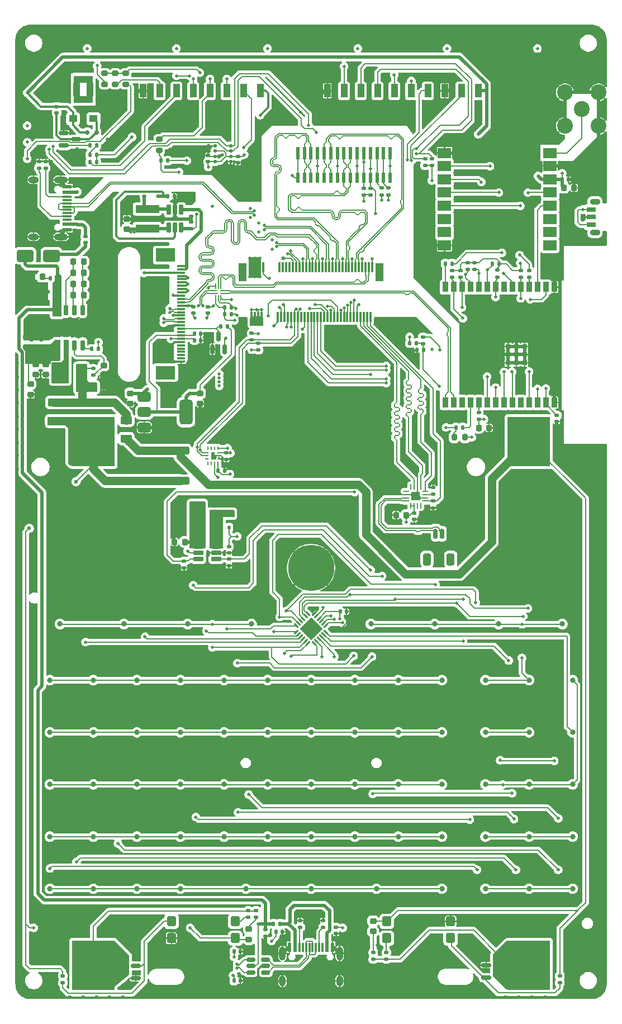
<source format=gbl>
G04 #@! TF.GenerationSoftware,KiCad,Pcbnew,9.0.2*
G04 #@! TF.CreationDate,2025-06-06T17:44:21+02:00*
G04 #@! TF.ProjectId,badgeCarrierCard,62616467-6543-4617-9272-696572436172,V2.5*
G04 #@! TF.SameCoordinates,Original*
G04 #@! TF.FileFunction,Copper,L4,Bot*
G04 #@! TF.FilePolarity,Positive*
%FSLAX46Y46*%
G04 Gerber Fmt 4.6, Leading zero omitted, Abs format (unit mm)*
G04 Created by KiCad (PCBNEW 9.0.2) date 2025-06-06 17:44:21*
%MOMM*%
%LPD*%
G01*
G04 APERTURE LIST*
G04 Aperture macros list*
%AMRoundRect*
0 Rectangle with rounded corners*
0 $1 Rounding radius*
0 $2 $3 $4 $5 $6 $7 $8 $9 X,Y pos of 4 corners*
0 Add a 4 corners polygon primitive as box body*
4,1,4,$2,$3,$4,$5,$6,$7,$8,$9,$2,$3,0*
0 Add four circle primitives for the rounded corners*
1,1,$1+$1,$2,$3*
1,1,$1+$1,$4,$5*
1,1,$1+$1,$6,$7*
1,1,$1+$1,$8,$9*
0 Add four rect primitives between the rounded corners*
20,1,$1+$1,$2,$3,$4,$5,0*
20,1,$1+$1,$4,$5,$6,$7,0*
20,1,$1+$1,$6,$7,$8,$9,0*
20,1,$1+$1,$8,$9,$2,$3,0*%
%AMRotRect*
0 Rectangle, with rotation*
0 The origin of the aperture is its center*
0 $1 length*
0 $2 width*
0 $3 Rotation angle, in degrees counterclockwise*
0 Add horizontal line*
21,1,$1,$2,0,0,$3*%
G04 Aperture macros list end*
G04 #@! TA.AperFunction,ComponentPad*
%ADD10C,0.800000*%
G04 #@! TD*
G04 #@! TA.AperFunction,SMDPad,CuDef*
%ADD11RoundRect,0.200000X-0.275000X0.200000X-0.275000X-0.200000X0.275000X-0.200000X0.275000X0.200000X0*%
G04 #@! TD*
G04 #@! TA.AperFunction,SMDPad,CuDef*
%ADD12RoundRect,0.140000X-0.170000X0.140000X-0.170000X-0.140000X0.170000X-0.140000X0.170000X0.140000X0*%
G04 #@! TD*
G04 #@! TA.AperFunction,SMDPad,CuDef*
%ADD13RoundRect,0.225000X0.250000X-0.225000X0.250000X0.225000X-0.250000X0.225000X-0.250000X-0.225000X0*%
G04 #@! TD*
G04 #@! TA.AperFunction,SMDPad,CuDef*
%ADD14RoundRect,0.200000X0.200000X0.275000X-0.200000X0.275000X-0.200000X-0.275000X0.200000X-0.275000X0*%
G04 #@! TD*
G04 #@! TA.AperFunction,SMDPad,CuDef*
%ADD15RoundRect,0.225000X0.225000X0.250000X-0.225000X0.250000X-0.225000X-0.250000X0.225000X-0.250000X0*%
G04 #@! TD*
G04 #@! TA.AperFunction,SMDPad,CuDef*
%ADD16RoundRect,0.135000X-0.185000X0.135000X-0.185000X-0.135000X0.185000X-0.135000X0.185000X0.135000X0*%
G04 #@! TD*
G04 #@! TA.AperFunction,SMDPad,CuDef*
%ADD17RoundRect,0.112500X0.187500X0.112500X-0.187500X0.112500X-0.187500X-0.112500X0.187500X-0.112500X0*%
G04 #@! TD*
G04 #@! TA.AperFunction,SMDPad,CuDef*
%ADD18RoundRect,0.125000X0.137500X-0.125000X0.137500X0.125000X-0.137500X0.125000X-0.137500X-0.125000X0*%
G04 #@! TD*
G04 #@! TA.AperFunction,SMDPad,CuDef*
%ADD19RoundRect,0.135000X0.135000X0.185000X-0.135000X0.185000X-0.135000X-0.185000X0.135000X-0.185000X0*%
G04 #@! TD*
G04 #@! TA.AperFunction,SMDPad,CuDef*
%ADD20R,0.600000X1.450000*%
G04 #@! TD*
G04 #@! TA.AperFunction,SMDPad,CuDef*
%ADD21R,0.300000X1.450000*%
G04 #@! TD*
G04 #@! TA.AperFunction,HeatsinkPad*
%ADD22O,1.000000X1.600000*%
G04 #@! TD*
G04 #@! TA.AperFunction,HeatsinkPad*
%ADD23O,1.000000X2.100000*%
G04 #@! TD*
G04 #@! TA.AperFunction,ComponentPad*
%ADD24C,7.000000*%
G04 #@! TD*
G04 #@! TA.AperFunction,SMDPad,CuDef*
%ADD25RoundRect,0.250000X-0.625000X0.375000X-0.625000X-0.375000X0.625000X-0.375000X0.625000X0.375000X0*%
G04 #@! TD*
G04 #@! TA.AperFunction,SMDPad,CuDef*
%ADD26RoundRect,0.150000X0.587500X0.150000X-0.587500X0.150000X-0.587500X-0.150000X0.587500X-0.150000X0*%
G04 #@! TD*
G04 #@! TA.AperFunction,SMDPad,CuDef*
%ADD27RoundRect,0.218750X-0.256250X0.218750X-0.256250X-0.218750X0.256250X-0.218750X0.256250X0.218750X0*%
G04 #@! TD*
G04 #@! TA.AperFunction,SMDPad,CuDef*
%ADD28RoundRect,0.150000X-0.587500X-0.150000X0.587500X-0.150000X0.587500X0.150000X-0.587500X0.150000X0*%
G04 #@! TD*
G04 #@! TA.AperFunction,SMDPad,CuDef*
%ADD29RoundRect,0.250000X-1.000000X-0.650000X1.000000X-0.650000X1.000000X0.650000X-1.000000X0.650000X0*%
G04 #@! TD*
G04 #@! TA.AperFunction,SMDPad,CuDef*
%ADD30RoundRect,0.032500X0.342947X-0.205061X-0.205061X0.342947X-0.342947X0.205061X0.205061X-0.342947X0*%
G04 #@! TD*
G04 #@! TA.AperFunction,SMDPad,CuDef*
%ADD31RoundRect,0.032500X0.342947X0.205061X0.205061X0.342947X-0.342947X-0.205061X-0.205061X-0.342947X0*%
G04 #@! TD*
G04 #@! TA.AperFunction,SMDPad,CuDef*
%ADD32RotRect,2.450000X2.450000X135.000000*%
G04 #@! TD*
G04 #@! TA.AperFunction,SMDPad,CuDef*
%ADD33RoundRect,0.150000X-0.150000X0.650000X-0.150000X-0.650000X0.150000X-0.650000X0.150000X0.650000X0*%
G04 #@! TD*
G04 #@! TA.AperFunction,HeatsinkPad*
%ADD34C,0.500000*%
G04 #@! TD*
G04 #@! TA.AperFunction,HeatsinkPad*
%ADD35R,3.100000X2.410000*%
G04 #@! TD*
G04 #@! TA.AperFunction,SMDPad,CuDef*
%ADD36RoundRect,0.225000X-0.250000X0.225000X-0.250000X-0.225000X0.250000X-0.225000X0.250000X0.225000X0*%
G04 #@! TD*
G04 #@! TA.AperFunction,SMDPad,CuDef*
%ADD37RoundRect,0.135000X0.185000X-0.135000X0.185000X0.135000X-0.185000X0.135000X-0.185000X-0.135000X0*%
G04 #@! TD*
G04 #@! TA.AperFunction,SMDPad,CuDef*
%ADD38RoundRect,0.150000X0.150000X-0.587500X0.150000X0.587500X-0.150000X0.587500X-0.150000X-0.587500X0*%
G04 #@! TD*
G04 #@! TA.AperFunction,SMDPad,CuDef*
%ADD39RoundRect,0.176250X-0.528750X-0.558750X0.528750X-0.558750X0.528750X0.558750X-0.528750X0.558750X0*%
G04 #@! TD*
G04 #@! TA.AperFunction,SMDPad,CuDef*
%ADD40RoundRect,0.140000X-0.140000X-0.170000X0.140000X-0.170000X0.140000X0.170000X-0.140000X0.170000X0*%
G04 #@! TD*
G04 #@! TA.AperFunction,SMDPad,CuDef*
%ADD41R,6.470000X7.460000*%
G04 #@! TD*
G04 #@! TA.AperFunction,SMDPad,CuDef*
%ADD42RoundRect,0.250000X1.075000X-0.362500X1.075000X0.362500X-1.075000X0.362500X-1.075000X-0.362500X0*%
G04 #@! TD*
G04 #@! TA.AperFunction,SMDPad,CuDef*
%ADD43RoundRect,0.218750X0.256250X-0.218750X0.256250X0.218750X-0.256250X0.218750X-0.256250X-0.218750X0*%
G04 #@! TD*
G04 #@! TA.AperFunction,SMDPad,CuDef*
%ADD44RoundRect,0.225000X-0.225000X-0.250000X0.225000X-0.250000X0.225000X0.250000X-0.225000X0.250000X0*%
G04 #@! TD*
G04 #@! TA.AperFunction,SMDPad,CuDef*
%ADD45RoundRect,0.112500X0.112500X-0.187500X0.112500X0.187500X-0.112500X0.187500X-0.112500X-0.187500X0*%
G04 #@! TD*
G04 #@! TA.AperFunction,SMDPad,CuDef*
%ADD46RoundRect,0.176250X0.528750X0.558750X-0.528750X0.558750X-0.528750X-0.558750X0.528750X-0.558750X0*%
G04 #@! TD*
G04 #@! TA.AperFunction,SMDPad,CuDef*
%ADD47RoundRect,0.250001X-0.499999X-0.999999X0.499999X-0.999999X0.499999X0.999999X-0.499999X0.999999X0*%
G04 #@! TD*
G04 #@! TA.AperFunction,SMDPad,CuDef*
%ADD48RoundRect,0.218750X-0.218750X-0.256250X0.218750X-0.256250X0.218750X0.256250X-0.218750X0.256250X0*%
G04 #@! TD*
G04 #@! TA.AperFunction,SMDPad,CuDef*
%ADD49RoundRect,0.135000X-0.135000X-0.185000X0.135000X-0.185000X0.135000X0.185000X-0.135000X0.185000X0*%
G04 #@! TD*
G04 #@! TA.AperFunction,SMDPad,CuDef*
%ADD50RoundRect,0.062500X0.350000X0.062500X-0.350000X0.062500X-0.350000X-0.062500X0.350000X-0.062500X0*%
G04 #@! TD*
G04 #@! TA.AperFunction,SMDPad,CuDef*
%ADD51RoundRect,0.062500X0.062500X0.350000X-0.062500X0.350000X-0.062500X-0.350000X0.062500X-0.350000X0*%
G04 #@! TD*
G04 #@! TA.AperFunction,HeatsinkPad*
%ADD52R,1.230000X1.230000*%
G04 #@! TD*
G04 #@! TA.AperFunction,SMDPad,CuDef*
%ADD53R,0.250000X0.475000*%
G04 #@! TD*
G04 #@! TA.AperFunction,SMDPad,CuDef*
%ADD54R,0.475000X0.250000*%
G04 #@! TD*
G04 #@! TA.AperFunction,SMDPad,CuDef*
%ADD55R,2.000000X1.500000*%
G04 #@! TD*
G04 #@! TA.AperFunction,SMDPad,CuDef*
%ADD56RoundRect,0.218750X0.218750X0.256250X-0.218750X0.256250X-0.218750X-0.256250X0.218750X-0.256250X0*%
G04 #@! TD*
G04 #@! TA.AperFunction,SMDPad,CuDef*
%ADD57R,1.000000X2.000000*%
G04 #@! TD*
G04 #@! TA.AperFunction,SMDPad,CuDef*
%ADD58R,1.400000X0.800000*%
G04 #@! TD*
G04 #@! TA.AperFunction,ComponentPad*
%ADD59O,1.550000X0.900000*%
G04 #@! TD*
G04 #@! TA.AperFunction,SMDPad,CuDef*
%ADD60R,0.900000X1.500000*%
G04 #@! TD*
G04 #@! TA.AperFunction,SMDPad,CuDef*
%ADD61R,0.800000X0.800000*%
G04 #@! TD*
G04 #@! TA.AperFunction,SMDPad,CuDef*
%ADD62R,1.450000X0.600000*%
G04 #@! TD*
G04 #@! TA.AperFunction,SMDPad,CuDef*
%ADD63R,1.450000X0.300000*%
G04 #@! TD*
G04 #@! TA.AperFunction,HeatsinkPad*
%ADD64O,1.600000X1.000000*%
G04 #@! TD*
G04 #@! TA.AperFunction,HeatsinkPad*
%ADD65O,2.100000X1.000000*%
G04 #@! TD*
G04 #@! TA.AperFunction,SMDPad,CuDef*
%ADD66RoundRect,0.162500X0.617500X0.162500X-0.617500X0.162500X-0.617500X-0.162500X0.617500X-0.162500X0*%
G04 #@! TD*
G04 #@! TA.AperFunction,SMDPad,CuDef*
%ADD67RoundRect,0.150000X0.150000X0.625000X-0.150000X0.625000X-0.150000X-0.625000X0.150000X-0.625000X0*%
G04 #@! TD*
G04 #@! TA.AperFunction,SMDPad,CuDef*
%ADD68RoundRect,0.250000X0.350000X0.650000X-0.350000X0.650000X-0.350000X-0.650000X0.350000X-0.650000X0*%
G04 #@! TD*
G04 #@! TA.AperFunction,SMDPad,CuDef*
%ADD69RoundRect,0.150000X0.150000X0.200000X-0.150000X0.200000X-0.150000X-0.200000X0.150000X-0.200000X0*%
G04 #@! TD*
G04 #@! TA.AperFunction,SMDPad,CuDef*
%ADD70RoundRect,0.140000X0.140000X0.170000X-0.140000X0.170000X-0.140000X-0.170000X0.140000X-0.170000X0*%
G04 #@! TD*
G04 #@! TA.AperFunction,SMDPad,CuDef*
%ADD71RoundRect,0.050000X-0.437500X-0.050000X0.437500X-0.050000X0.437500X0.050000X-0.437500X0.050000X0*%
G04 #@! TD*
G04 #@! TA.AperFunction,SMDPad,CuDef*
%ADD72RoundRect,0.050000X-0.337500X-0.050000X0.337500X-0.050000X0.337500X0.050000X-0.337500X0.050000X0*%
G04 #@! TD*
G04 #@! TA.AperFunction,SMDPad,CuDef*
%ADD73RoundRect,0.050000X-0.050000X-0.337500X0.050000X-0.337500X0.050000X0.337500X-0.050000X0.337500X0*%
G04 #@! TD*
G04 #@! TA.AperFunction,SMDPad,CuDef*
%ADD74RoundRect,0.147500X-0.172500X0.147500X-0.172500X-0.147500X0.172500X-0.147500X0.172500X0.147500X0*%
G04 #@! TD*
G04 #@! TA.AperFunction,SMDPad,CuDef*
%ADD75RoundRect,0.162500X-0.162500X0.617500X-0.162500X-0.617500X0.162500X-0.617500X0.162500X0.617500X0*%
G04 #@! TD*
G04 #@! TA.AperFunction,SMDPad,CuDef*
%ADD76R,1.300000X0.300000*%
G04 #@! TD*
G04 #@! TA.AperFunction,SMDPad,CuDef*
%ADD77R,3.000000X2.000000*%
G04 #@! TD*
G04 #@! TA.AperFunction,ComponentPad*
%ADD78C,2.400000*%
G04 #@! TD*
G04 #@! TA.AperFunction,SMDPad,CuDef*
%ADD79RoundRect,0.147500X0.147500X0.172500X-0.147500X0.172500X-0.147500X-0.172500X0.147500X-0.172500X0*%
G04 #@! TD*
G04 #@! TA.AperFunction,SMDPad,CuDef*
%ADD80R,1.300000X1.100000*%
G04 #@! TD*
G04 #@! TA.AperFunction,SMDPad,CuDef*
%ADD81R,3.000000X1.100000*%
G04 #@! TD*
G04 #@! TA.AperFunction,SMDPad,CuDef*
%ADD82R,0.600000X1.850000*%
G04 #@! TD*
G04 #@! TA.AperFunction,SMDPad,CuDef*
%ADD83R,0.600000X1.650000*%
G04 #@! TD*
G04 #@! TA.AperFunction,SMDPad,CuDef*
%ADD84R,1.150000X3.600000*%
G04 #@! TD*
G04 #@! TA.AperFunction,SMDPad,CuDef*
%ADD85RoundRect,0.140000X0.170000X-0.140000X0.170000X0.140000X-0.170000X0.140000X-0.170000X-0.140000X0*%
G04 #@! TD*
G04 #@! TA.AperFunction,SMDPad,CuDef*
%ADD86R,0.300000X1.550000*%
G04 #@! TD*
G04 #@! TA.AperFunction,SMDPad,CuDef*
%ADD87R,1.200000X2.750000*%
G04 #@! TD*
G04 #@! TA.AperFunction,SMDPad,CuDef*
%ADD88R,3.600000X1.150000*%
G04 #@! TD*
G04 #@! TA.AperFunction,SMDPad,CuDef*
%ADD89RoundRect,0.150000X0.512500X0.150000X-0.512500X0.150000X-0.512500X-0.150000X0.512500X-0.150000X0*%
G04 #@! TD*
G04 #@! TA.AperFunction,SMDPad,CuDef*
%ADD90RoundRect,0.375000X-0.625000X-0.375000X0.625000X-0.375000X0.625000X0.375000X-0.625000X0.375000X0*%
G04 #@! TD*
G04 #@! TA.AperFunction,SMDPad,CuDef*
%ADD91RoundRect,0.500000X-0.500000X-1.400000X0.500000X-1.400000X0.500000X1.400000X-0.500000X1.400000X0*%
G04 #@! TD*
G04 #@! TA.AperFunction,ViaPad*
%ADD92C,0.500000*%
G04 #@! TD*
G04 #@! TA.AperFunction,ViaPad*
%ADD93C,0.600000*%
G04 #@! TD*
G04 #@! TA.AperFunction,Conductor*
%ADD94C,1.250000*%
G04 #@! TD*
G04 #@! TA.AperFunction,Conductor*
%ADD95C,0.200000*%
G04 #@! TD*
G04 #@! TA.AperFunction,Conductor*
%ADD96C,0.500000*%
G04 #@! TD*
G04 #@! TA.AperFunction,Conductor*
%ADD97C,0.300000*%
G04 #@! TD*
G04 #@! TA.AperFunction,Conductor*
%ADD98C,0.150000*%
G04 #@! TD*
G04 #@! TA.AperFunction,Conductor*
%ADD99C,0.140000*%
G04 #@! TD*
G04 #@! TA.AperFunction,Conductor*
%ADD100C,0.179578*%
G04 #@! TD*
G04 #@! TA.AperFunction,Conductor*
%ADD101C,0.140200*%
G04 #@! TD*
G04 APERTURE END LIST*
D10*
G04 #@! TO.P,U14,2*
G04 #@! TO.N,/Keyboard/ROW_0*
X36965000Y-117987278D03*
G04 #@! TO.P,U14,4*
X46640000Y-117987278D03*
G04 #@! TO.P,U14,6*
X56315000Y-117987278D03*
G04 #@! TO.P,U14,8*
X65990000Y-117987278D03*
G04 #@! TO.P,U14,10*
X84065000Y-117987278D03*
G04 #@! TO.P,U14,12*
X93740000Y-117987278D03*
G04 #@! TO.P,U14,14*
X103415000Y-117987278D03*
G04 #@! TO.P,U14,16*
X113090000Y-117987278D03*
G04 #@! TO.P,U14,18*
G04 #@! TO.N,/Keyboard/ROW_1*
X35425000Y-126477278D03*
G04 #@! TO.P,U14,20*
X42025000Y-126477278D03*
G04 #@! TO.P,U14,22*
X48625000Y-126477278D03*
G04 #@! TO.P,U14,24*
X55225000Y-126477278D03*
G04 #@! TO.P,U14,26*
X61825000Y-126477278D03*
G04 #@! TO.P,U14,28*
X68425000Y-126477278D03*
G04 #@! TO.P,U14,30*
X75025000Y-126477278D03*
G04 #@! TO.P,U14,32*
X81625000Y-126477278D03*
G04 #@! TO.P,U14,34*
X88225000Y-126477278D03*
G04 #@! TO.P,U14,36*
X94825000Y-126477278D03*
G04 #@! TO.P,U14,38*
G04 #@! TO.N,/Keyboard/ROW_0*
X101425000Y-126477278D03*
G04 #@! TO.P,U14,40*
X108025000Y-126477278D03*
G04 #@! TO.P,U14,42*
G04 #@! TO.N,/Keyboard/ROW_6*
X114625000Y-126477278D03*
G04 #@! TO.P,U14,44*
G04 #@! TO.N,/Keyboard/ROW_2*
X35425000Y-134377278D03*
G04 #@! TO.P,U14,46*
X42025000Y-134377278D03*
G04 #@! TO.P,U14,48*
X48625000Y-134377278D03*
G04 #@! TO.P,U14,50*
X55225000Y-134377278D03*
G04 #@! TO.P,U14,52*
X61825000Y-134377278D03*
G04 #@! TO.P,U14,54*
X68425000Y-134377278D03*
G04 #@! TO.P,U14,56*
X75025000Y-134377278D03*
G04 #@! TO.P,U14,58*
X81625000Y-134377278D03*
G04 #@! TO.P,U14,60*
X88225000Y-134377278D03*
G04 #@! TO.P,U14,62*
X94825000Y-134377278D03*
G04 #@! TO.P,U14,64*
G04 #@! TO.N,/Keyboard/ROW_5*
X101425000Y-134377278D03*
G04 #@! TO.P,U14,66*
X108025000Y-134377278D03*
G04 #@! TO.P,U14,68*
G04 #@! TO.N,/Keyboard/ROW_7*
X114625000Y-134377278D03*
G04 #@! TO.P,U14,70*
G04 #@! TO.N,/Keyboard/ROW_3*
X35425000Y-142277278D03*
G04 #@! TO.P,U14,72*
X42025000Y-142277278D03*
G04 #@! TO.P,U14,74*
X48625000Y-142277278D03*
G04 #@! TO.P,U14,76*
X55225000Y-142277278D03*
G04 #@! TO.P,U14,78*
X61825000Y-142277278D03*
G04 #@! TO.P,U14,80*
X68425000Y-142277278D03*
G04 #@! TO.P,U14,82*
X75025000Y-142277278D03*
G04 #@! TO.P,U14,84*
X81625000Y-142277278D03*
G04 #@! TO.P,U14,86*
X88225000Y-142277278D03*
G04 #@! TO.P,U14,88*
X94825000Y-142277278D03*
G04 #@! TO.P,U14,90*
G04 #@! TO.N,/Keyboard/ROW_6*
X101425000Y-142277278D03*
G04 #@! TO.P,U14,92*
X108025000Y-142277278D03*
G04 #@! TO.P,U14,94*
X114625000Y-142277278D03*
G04 #@! TO.P,U14,96*
G04 #@! TO.N,/Keyboard/ROW_4*
X35425000Y-150177278D03*
G04 #@! TO.P,U14,98*
X42025000Y-150177278D03*
G04 #@! TO.P,U14,100*
X48625000Y-150177278D03*
G04 #@! TO.P,U14,102*
X55225000Y-150177278D03*
G04 #@! TO.P,U14,104*
X61825000Y-150177278D03*
G04 #@! TO.P,U14,106*
X68425000Y-150177278D03*
G04 #@! TO.P,U14,108*
X75025000Y-150177278D03*
G04 #@! TO.P,U14,110*
X81625000Y-150177278D03*
G04 #@! TO.P,U14,112*
X88225000Y-150177278D03*
G04 #@! TO.P,U14,114*
X94825000Y-150177278D03*
G04 #@! TO.P,U14,116*
G04 #@! TO.N,/Keyboard/ROW_6*
X101425000Y-150177278D03*
G04 #@! TO.P,U14,118*
X108025000Y-150177278D03*
G04 #@! TO.P,U14,120*
X114625000Y-150177278D03*
G04 #@! TO.P,U14,122*
G04 #@! TO.N,/Keyboard/ROW_5*
X35425000Y-158077278D03*
G04 #@! TO.P,U14,124*
X42025000Y-158077278D03*
G04 #@! TO.P,U14,126*
X48625000Y-158077278D03*
G04 #@! TO.P,U14,128*
X55225000Y-158077278D03*
G04 #@! TO.P,U14,130*
X65125000Y-158077278D03*
G04 #@! TO.P,U14,132*
X75025000Y-158077278D03*
G04 #@! TO.P,U14,134*
X84925000Y-158077278D03*
G04 #@! TO.P,U14,136*
X94825000Y-158077278D03*
G04 #@! TO.P,U14,138*
G04 #@! TO.N,/Keyboard/ROW_6*
X101425000Y-158077278D03*
G04 #@! TO.P,U14,140*
X108025000Y-158077278D03*
G04 #@! TO.P,U14,142*
X114625000Y-158077278D03*
G04 #@! TD*
D11*
G04 #@! TO.P,R52,1*
G04 #@! TO.N,/GPIO4*
X46931374Y-34575000D03*
G04 #@! TO.P,R52,2*
G04 #@! TO.N,Net-(R52-Pad2)*
X46931374Y-36225000D03*
G04 #@! TD*
D12*
G04 #@! TO.P,C47,1*
G04 #@! TO.N,+3V3*
X78800000Y-163920000D03*
G04 #@! TO.P,C47,2*
G04 #@! TO.N,GND*
X78800000Y-164880000D03*
G04 #@! TD*
D13*
G04 #@! TO.P,C19,1*
G04 #@! TO.N,+5V*
X31900000Y-76075000D03*
G04 #@! TO.P,C19,2*
G04 #@! TO.N,GND*
X31900000Y-74525000D03*
G04 #@! TD*
D14*
G04 #@! TO.P,R44,1*
G04 #@! TO.N,/DISPLAY_BL*
X98325000Y-89700000D03*
G04 #@! TO.P,R44,2*
G04 #@! TO.N,/KEYBOARD_BL*
X96675000Y-89700000D03*
G04 #@! TD*
D15*
G04 #@! TO.P,C17,1*
G04 #@! TO.N,Net-(C17-Pad1)*
X34275000Y-65400000D03*
G04 #@! TO.P,C17,2*
G04 #@! TO.N,GND*
X32725000Y-65400000D03*
G04 #@! TD*
D16*
G04 #@! TO.P,R4,1*
G04 #@! TO.N,/KEYBOARD_BL*
X55768400Y-108438000D03*
G04 #@! TO.P,R4,2*
G04 #@! TO.N,GND*
X55768400Y-109458000D03*
G04 #@! TD*
D17*
G04 #@! TO.P,D14,1,K*
G04 #@! TO.N,Net-(D14-K)*
X51850000Y-53200000D03*
G04 #@! TO.P,D14,2,A*
G04 #@! TO.N,Net-(D14-A)*
X49750000Y-53200000D03*
G04 #@! TD*
D18*
G04 #@! TO.P,U7,1,GND*
G04 #@! TO.N,GND*
X62816200Y-47949600D03*
G04 #@! TO.P,U7,2,CSB*
G04 #@! TO.N,+3V3*
X62816200Y-47149600D03*
G04 #@! TO.P,U7,3,SDI*
G04 #@! TO.N,/I2C.SDA*
X62816200Y-46349600D03*
G04 #@! TO.P,U7,4,SCK*
G04 #@! TO.N,/I2C.SCL*
X62816200Y-45549600D03*
G04 #@! TO.P,U7,5,SDO*
G04 #@! TO.N,GND*
X60441200Y-45549600D03*
G04 #@! TO.P,U7,6,VDDIO*
G04 #@! TO.N,+3V3*
X60441200Y-46349600D03*
G04 #@! TO.P,U7,7,GND*
G04 #@! TO.N,GND*
X60441200Y-47149600D03*
G04 #@! TO.P,U7,8,VDD*
G04 #@! TO.N,+3V3*
X60441200Y-47949600D03*
G04 #@! TD*
D16*
G04 #@! TO.P,R2,1*
G04 #@! TO.N,/Keyboard/FB*
X62560000Y-108140000D03*
G04 #@! TO.P,R2,2*
G04 #@! TO.N,GND*
X62560000Y-109160000D03*
G04 #@! TD*
D19*
G04 #@! TO.P,R37,1*
G04 #@! TO.N,/Vibrator/PWM_VIB*
X42510000Y-45500000D03*
G04 #@! TO.P,R37,2*
G04 #@! TO.N,Net-(Q4-B)*
X41490000Y-45500000D03*
G04 #@! TD*
D16*
G04 #@! TO.P,R5,1*
G04 #@! TO.N,/I2C.SDA*
X67034000Y-75440800D03*
G04 #@! TO.P,R5,2*
G04 #@! TO.N,+3V3*
X67034000Y-76460800D03*
G04 #@! TD*
D20*
G04 #@! TO.P,J8,A1,GND*
G04 #@! TO.N,GND*
X78250000Y-166955000D03*
G04 #@! TO.P,J8,A4,VBUS*
G04 #@! TO.N,/Power & USB/UF*
X77450000Y-166955000D03*
D21*
G04 #@! TO.P,J8,A5,CC1*
G04 #@! TO.N,Net-(J8-CC1)*
X76250000Y-166955000D03*
G04 #@! TO.P,J8,A6,D+*
G04 #@! TO.N,/Power & USB/D+*
X75250000Y-166955000D03*
G04 #@! TO.P,J8,A7,D-*
G04 #@! TO.N,/Power & USB/D-*
X74750000Y-166955000D03*
G04 #@! TO.P,J8,A8,SBU1*
G04 #@! TO.N,unconnected-(J8-SBU1-PadA8)*
X73750000Y-166955000D03*
D20*
G04 #@! TO.P,J8,A9,VBUS*
G04 #@! TO.N,/Power & USB/UF*
X72550000Y-166955000D03*
G04 #@! TO.P,J8,A12,GND*
G04 #@! TO.N,GND*
X71750000Y-166955000D03*
G04 #@! TO.P,J8,B1,GND*
X71750000Y-166955000D03*
G04 #@! TO.P,J8,B4,VBUS*
G04 #@! TO.N,/Power & USB/UF*
X72550000Y-166955000D03*
D21*
G04 #@! TO.P,J8,B5,CC2*
G04 #@! TO.N,Net-(J8-CC2)*
X73250000Y-166955000D03*
G04 #@! TO.P,J8,B6,D+*
G04 #@! TO.N,/Power & USB/D+*
X74250000Y-166955000D03*
G04 #@! TO.P,J8,B7,D-*
G04 #@! TO.N,/Power & USB/D-*
X75750000Y-166955000D03*
G04 #@! TO.P,J8,B8,SBU2*
G04 #@! TO.N,unconnected-(J8-SBU2-PadB8)*
X76750000Y-166955000D03*
D20*
G04 #@! TO.P,J8,B9,VBUS*
G04 #@! TO.N,/Power & USB/UF*
X77450000Y-166955000D03*
G04 #@! TO.P,J8,B12,GND*
G04 #@! TO.N,GND*
X78250000Y-166955000D03*
D22*
G04 #@! TO.P,J8,S1,SHIELD*
X79320000Y-172050000D03*
D23*
X79320000Y-167870000D03*
D22*
X70680000Y-172050000D03*
D23*
X70680000Y-167870000D03*
G04 #@! TD*
D24*
G04 #@! TO.P,H5,1,1*
G04 #@! TO.N,GND*
X75000000Y-109500000D03*
G04 #@! TD*
D25*
G04 #@! TO.P,F1,1*
G04 #@! TO.N,+BATT*
X36000000Y-84400000D03*
G04 #@! TO.P,F1,2*
G04 #@! TO.N,Net-(BT1-+)*
X36000000Y-87200000D03*
G04 #@! TD*
D26*
G04 #@! TO.P,Q1,1,G*
G04 #@! TO.N,Net-(Q1-G)*
X48437500Y-169750000D03*
G04 #@! TO.P,Q1,2,S*
G04 #@! TO.N,GND*
X48437500Y-171650000D03*
G04 #@! TO.P,Q1,3,D*
G04 #@! TO.N,Net-(BT1--)*
X46562500Y-170700000D03*
G04 #@! TD*
D27*
G04 #@! TO.P,D8,1,K*
G04 #@! TO.N,Net-(BT2-+)*
X84400000Y-162962500D03*
G04 #@! TO.P,D8,2,A*
G04 #@! TO.N,Net-(D8-A)*
X84400000Y-164537500D03*
G04 #@! TD*
D16*
G04 #@! TO.P,R7,1*
G04 #@! TO.N,/I2C2.SDA*
X92300000Y-47490000D03*
G04 #@! TO.P,R7,2*
G04 #@! TO.N,+3V3*
X92300000Y-48510000D03*
G04 #@! TD*
D28*
G04 #@! TO.P,Q3,1,G*
G04 #@! TO.N,Net-(Q3-G)*
X101562500Y-171550000D03*
G04 #@! TO.P,Q3,2,S*
G04 #@! TO.N,GND*
X101562500Y-169650000D03*
G04 #@! TO.P,Q3,3,D*
G04 #@! TO.N,Net-(BT2--)*
X103437500Y-170600000D03*
G04 #@! TD*
D29*
G04 #@! TO.P,D1,1,K*
G04 #@! TO.N,VBUS*
X31700000Y-62200000D03*
G04 #@! TO.P,D1,2,A*
G04 #@! TO.N,VBUS_NPD*
X35700000Y-62200000D03*
G04 #@! TD*
D30*
G04 #@! TO.P,U1,1,ROW7*
G04 #@! TO.N,/Keyboard/ROW_7*
X77250935Y-119184768D03*
G04 #@! TO.P,U1,2,ROW5*
G04 #@! TO.N,/Keyboard/ROW_5*
X76897382Y-119538322D03*
G04 #@! TO.P,U1,3,ROW6*
G04 #@! TO.N,/Keyboard/ROW_6*
X76543828Y-119891875D03*
G04 #@! TO.P,U1,4,ROW4*
G04 #@! TO.N,/Keyboard/ROW_4*
X76190275Y-120245428D03*
G04 #@! TO.P,U1,5,ROW3*
G04 #@! TO.N,/Keyboard/ROW_3*
X75836722Y-120598982D03*
G04 #@! TO.P,U1,6,ROW2*
G04 #@! TO.N,/Keyboard/ROW_2*
X75483168Y-120952535D03*
D31*
G04 #@! TO.P,U1,7,ROW1*
G04 #@! TO.N,/Keyboard/ROW_1*
X74514432Y-120952535D03*
G04 #@! TO.P,U1,8,ROW0*
G04 #@! TO.N,/Keyboard/ROW_0*
X74160878Y-120598982D03*
G04 #@! TO.P,U1,9,COL0*
G04 #@! TO.N,/Keyboard/COL_0*
X73807325Y-120245428D03*
G04 #@! TO.P,U1,10,COL1*
G04 #@! TO.N,/Keyboard/COL_1*
X73453772Y-119891875D03*
G04 #@! TO.P,U1,11,COL2*
G04 #@! TO.N,/Keyboard/COL_2*
X73100218Y-119538322D03*
G04 #@! TO.P,U1,12,COL3*
G04 #@! TO.N,/Keyboard/COL_3*
X72746665Y-119184768D03*
D30*
G04 #@! TO.P,U1,13,COL4*
G04 #@! TO.N,/Keyboard/COL_4*
X72746665Y-118216032D03*
G04 #@! TO.P,U1,14,COL5*
G04 #@! TO.N,/Keyboard/COL_5*
X73100218Y-117862478D03*
G04 #@! TO.P,U1,15,COL6*
G04 #@! TO.N,/Keyboard/COL_6*
X73453772Y-117508925D03*
G04 #@! TO.P,U1,16,COL7*
G04 #@! TO.N,/Keyboard/COL_7*
X73807325Y-117155372D03*
G04 #@! TO.P,U1,17,COL8*
G04 #@! TO.N,/Keyboard/COL_8*
X74160878Y-116801818D03*
G04 #@! TO.P,U1,18,COL9*
G04 #@! TO.N,/Keyboard/COL_9*
X74514432Y-116448265D03*
D31*
G04 #@! TO.P,U1,19*
G04 #@! TO.N,GND*
X75483168Y-116448265D03*
G04 #@! TO.P,U1,20,RESET*
G04 #@! TO.N,/C6_CHIP_PU*
X75836722Y-116801818D03*
G04 #@! TO.P,U1,21*
G04 #@! TO.N,+3V3*
X76190275Y-117155372D03*
G04 #@! TO.P,U1,22,SDA*
G04 #@! TO.N,/I2C.SDA*
X76543828Y-117508925D03*
G04 #@! TO.P,U1,23,SCL*
G04 #@! TO.N,/I2C.SCL*
X76897382Y-117862478D03*
G04 #@! TO.P,U1,24,INT*
G04 #@! TO.N,/Keyboard/~{INT_KEYBOARD}*
X77250935Y-118216032D03*
D32*
G04 #@! TO.P,U1,25*
G04 #@! TO.N,N/C*
X74998800Y-118700400D03*
G04 #@! TD*
D19*
G04 #@! TO.P,R36,1*
G04 #@! TO.N,+1V8*
X62310000Y-72900000D03*
G04 #@! TO.P,R36,2*
G04 #@! TO.N,Net-(J9-Pin_11)*
X61290000Y-72900000D03*
G04 #@! TD*
D33*
G04 #@! TO.P,U2,1,VIN*
G04 #@! TO.N,VBUS*
X36595000Y-70450000D03*
G04 #@! TO.P,U2,2,LED1*
G04 #@! TO.N,Net-(D2-A)*
X37865000Y-70450000D03*
G04 #@! TO.P,U2,3,LED2*
G04 #@! TO.N,Net-(D4-A)*
X39135000Y-70450000D03*
G04 #@! TO.P,U2,4,LED3*
G04 #@! TO.N,Net-(D2-K)*
X40405000Y-70450000D03*
G04 #@! TO.P,U2,5,KEY*
G04 #@! TO.N,Net-(U2-KEY)*
X40405000Y-75750000D03*
G04 #@! TO.P,U2,6,BAT*
G04 #@! TO.N,Net-(U2-BAT)*
X39135000Y-75750000D03*
G04 #@! TO.P,U2,7,SW*
G04 #@! TO.N,Net-(U2-SW)*
X37865000Y-75750000D03*
G04 #@! TO.P,U2,8,VOUT*
G04 #@! TO.N,+5V*
X36595000Y-75750000D03*
D34*
G04 #@! TO.P,U2,9,EP*
G04 #@! TO.N,GND*
X39800000Y-72145000D03*
X38500000Y-72145000D03*
X37200000Y-72145000D03*
D35*
X38500000Y-73100000D03*
D34*
X39800000Y-74055000D03*
X38500000Y-74055000D03*
X37200000Y-74055000D03*
G04 #@! TD*
D36*
G04 #@! TO.P,C25,1*
G04 #@! TO.N,+5V*
X34800000Y-78625000D03*
G04 #@! TO.P,C25,2*
G04 #@! TO.N,GND*
X34800000Y-80175000D03*
G04 #@! TD*
D16*
G04 #@! TO.P,R47,1*
G04 #@! TO.N,Net-(R47-Pad1)*
X86425000Y-167751250D03*
G04 #@! TO.P,R47,2*
G04 #@! TO.N,Net-(BT2--)*
X86425000Y-168771250D03*
G04 #@! TD*
D19*
G04 #@! TO.P,R23,1*
G04 #@! TO.N,Net-(U4-GPIO15)*
X53310000Y-47800000D03*
G04 #@! TO.P,R23,2*
G04 #@! TO.N,/DISPLAY_BL*
X52290000Y-47800000D03*
G04 #@! TD*
D37*
G04 #@! TO.P,R18,1*
G04 #@! TO.N,Net-(U4-EN{slash}CHIP_PU)*
X91960000Y-75510000D03*
G04 #@! TO.P,R18,2*
G04 #@! TO.N,+3V3*
X91960000Y-74490000D03*
G04 #@! TD*
D38*
G04 #@! TO.P,Q2,1,G*
G04 #@! TO.N,/DSI.RESET*
X61950000Y-76337500D03*
G04 #@! TO.P,Q2,2,S*
G04 #@! TO.N,GND*
X60050000Y-76337500D03*
G04 #@! TO.P,Q2,3,D*
G04 #@! TO.N,Net-(J9-Pin_11)*
X61000000Y-74462500D03*
G04 #@! TD*
D39*
G04 #@! TO.P,U9,1*
G04 #@! TO.N,Net-(R47-Pad1)*
X86457500Y-165570000D03*
G04 #@! TO.P,U9,2*
G04 #@! TO.N,Net-(BT2-+)*
X86457500Y-163030000D03*
G04 #@! TO.P,U9,3*
G04 #@! TO.N,GND*
X96157500Y-163030000D03*
G04 #@! TO.P,U9,4*
G04 #@! TO.N,Net-(Q3-G)*
X96157500Y-165570000D03*
G04 #@! TD*
D16*
G04 #@! TO.P,R17,1*
G04 #@! TO.N,+BATT*
X42000000Y-79290000D03*
G04 #@! TO.P,R17,2*
G04 #@! TO.N,Net-(U2-BAT)*
X42000000Y-80310000D03*
G04 #@! TD*
D12*
G04 #@! TO.P,C15,1*
G04 #@! TO.N,+3V3*
X62185000Y-92070000D03*
G04 #@! TO.P,C15,2*
G04 #@! TO.N,GND*
X62185000Y-93030000D03*
G04 #@! TD*
D40*
G04 #@! TO.P,C46,1*
G04 #@! TO.N,Net-(D14-K)*
X53320000Y-53200000D03*
G04 #@! TO.P,C46,2*
G04 #@! TO.N,GND*
X54280000Y-53200000D03*
G04 #@! TD*
D16*
G04 #@! TO.P,R33,1*
G04 #@! TO.N,GND*
X93510000Y-97310000D03*
G04 #@! TO.P,R33,2*
G04 #@! TO.N,Net-(U6-GAIN_SLOT)*
X93510000Y-98330000D03*
G04 #@! TD*
D41*
G04 #@! TO.P,BT1,1,+*
G04 #@! TO.N,Net-(BT1-+)*
X42000000Y-90330000D03*
G04 #@! TO.P,BT1,2,-*
G04 #@! TO.N,Net-(BT1--)*
X42000000Y-169670000D03*
G04 #@! TD*
D36*
G04 #@! TO.P,C32,1*
G04 #@! TO.N,+1V8*
X58200000Y-83025000D03*
G04 #@! TO.P,C32,2*
G04 #@! TO.N,GND*
X58200000Y-84575000D03*
G04 #@! TD*
D37*
G04 #@! TO.P,R42,1*
G04 #@! TO.N,/I2C.SCL*
X86720558Y-52969443D03*
G04 #@! TO.P,R42,2*
G04 #@! TO.N,Net-(J6-14-Pad14_1)*
X86720558Y-51949443D03*
G04 #@! TD*
D11*
G04 #@! TO.P,R51,1*
G04 #@! TO.N,/GPIO4*
X43731374Y-34575000D03*
G04 #@! TO.P,R51,2*
G04 #@! TO.N,Net-(D24-DIN)*
X43731374Y-36225000D03*
G04 #@! TD*
D25*
G04 #@! TO.P,F2,1*
G04 #@! TO.N,+BATT*
X47000000Y-87100000D03*
G04 #@! TO.P,F2,2*
G04 #@! TO.N,Net-(BT2-+)*
X47000000Y-89900000D03*
G04 #@! TD*
D42*
G04 #@! TO.P,R13,1*
G04 #@! TO.N,Net-(BT1-+)*
X55200000Y-96312500D03*
G04 #@! TO.P,R13,2*
G04 #@! TO.N,Net-(BT2-+)*
X55200000Y-91687500D03*
G04 #@! TD*
D36*
G04 #@! TO.P,C26,1*
G04 #@! TO.N,+5V*
X32500000Y-81650000D03*
G04 #@! TO.P,C26,2*
G04 #@! TO.N,GND*
X32500000Y-83200000D03*
G04 #@! TD*
D40*
G04 #@! TO.P,C48,1*
G04 #@! TO.N,+3V3*
X69720000Y-164600000D03*
G04 #@! TO.P,C48,2*
G04 #@! TO.N,GND*
X70680000Y-164600000D03*
G04 #@! TD*
D12*
G04 #@! TO.P,C6,1*
G04 #@! TO.N,+3V3*
X112237003Y-86354285D03*
G04 #@! TO.P,C6,2*
G04 #@! TO.N,GND*
X112237003Y-87314285D03*
G04 #@! TD*
D37*
G04 #@! TO.P,R3,1*
G04 #@! TO.N,Net-(J1-CC1)*
X33800000Y-48910000D03*
G04 #@! TO.P,R3,2*
G04 #@! TO.N,GND*
X33800000Y-47890000D03*
G04 #@! TD*
D43*
G04 #@! TO.P,D7,1,K*
G04 #@! TO.N,Net-(BT1-+)*
X65600000Y-165787500D03*
G04 #@! TO.P,D7,2,A*
G04 #@! TO.N,Net-(D7-A)*
X65600000Y-164212500D03*
G04 #@! TD*
D40*
G04 #@! TO.P,C1,1*
G04 #@! TO.N,+3V3*
X79407373Y-116110171D03*
G04 #@! TO.P,C1,2*
G04 #@! TO.N,GND*
X80367373Y-116110171D03*
G04 #@! TD*
D44*
G04 #@! TO.P,C21,1*
G04 #@! TO.N,+BATT*
X42025000Y-81900000D03*
G04 #@! TO.P,C21,2*
G04 #@! TO.N,GND*
X43575000Y-81900000D03*
G04 #@! TD*
D45*
G04 #@! TO.P,D13,1,K*
G04 #@! TO.N,+13v*
X62600000Y-103360000D03*
G04 #@! TO.P,D13,2,A*
G04 #@! TO.N,Net-(D13-A)*
X62600000Y-101260000D03*
G04 #@! TD*
D46*
G04 #@! TO.P,U10,1*
G04 #@! TO.N,Net-(R38-Pad1)*
X63550000Y-163030000D03*
G04 #@! TO.P,U10,2*
G04 #@! TO.N,Net-(BT1-+)*
X63550000Y-165570000D03*
G04 #@! TO.P,U10,3*
G04 #@! TO.N,GND*
X53850000Y-165570000D03*
G04 #@! TO.P,U10,4*
G04 #@! TO.N,Net-(Q1-G)*
X53850000Y-163030000D03*
G04 #@! TD*
D47*
G04 #@! TO.P,L1,1,1*
G04 #@! TO.N,Net-(U2-SW)*
X36550000Y-80100000D03*
G04 #@! TO.P,L1,2,2*
G04 #@! TO.N,+BATT*
X40250000Y-80100000D03*
G04 #@! TD*
D48*
G04 #@! TO.P,D3,1,K*
G04 #@! TO.N,Net-(D2-A)*
X39012500Y-64800000D03*
G04 #@! TO.P,D3,2,A*
G04 #@! TO.N,Net-(D2-K)*
X40587500Y-64800000D03*
G04 #@! TD*
D16*
G04 #@! TO.P,R1,1*
G04 #@! TO.N,GND*
X34800000Y-47890000D03*
G04 #@! TO.P,R1,2*
G04 #@! TO.N,Net-(J1-CC2)*
X34800000Y-48910000D03*
G04 #@! TD*
D37*
G04 #@! TO.P,R24,1*
G04 #@! TO.N,Net-(U4-U0TXD{slash}GPIO16)*
X108035000Y-65435000D03*
G04 #@! TO.P,R24,2*
G04 #@! TO.N,/C6_TX*
X108035000Y-64415000D03*
G04 #@! TD*
D49*
G04 #@! TO.P,R22,1*
G04 #@! TO.N,/KEYBOARD_BL*
X96950000Y-88200000D03*
G04 #@! TO.P,R22,2*
G04 #@! TO.N,Net-(U4-GPIO10)*
X97970000Y-88200000D03*
G04 #@! TD*
D50*
G04 #@! TO.P,U6,1,DIN*
G04 #@! TO.N,/Audio/I2S_DATA*
X92287500Y-97860000D03*
G04 #@! TO.P,U6,2,GAIN_SLOT*
G04 #@! TO.N,Net-(U6-GAIN_SLOT)*
X92287500Y-98360000D03*
G04 #@! TO.P,U6,3,GND*
G04 #@! TO.N,GND*
X92287500Y-98860000D03*
G04 #@! TO.P,U6,4,~{SD_MODE}*
G04 #@! TO.N,/Audio/~{I2S_MODE}*
X92287500Y-99360000D03*
D51*
G04 #@! TO.P,U6,5,NC*
G04 #@! TO.N,unconnected-(U6-NC-Pad5)*
X91600000Y-100047500D03*
G04 #@! TO.P,U6,6,NC*
G04 #@! TO.N,unconnected-(U6-NC-Pad6)*
X91100000Y-100047500D03*
G04 #@! TO.P,U6,7,VDD*
G04 #@! TO.N,+3V3*
X90600000Y-100047500D03*
G04 #@! TO.P,U6,8,VDD*
X90100000Y-100047500D03*
D50*
G04 #@! TO.P,U6,9,OUTP*
G04 #@! TO.N,/Audio/OUTP*
X89412500Y-99360000D03*
G04 #@! TO.P,U6,10,OUTN*
G04 #@! TO.N,/Audio/OUTN*
X89412500Y-98860000D03*
G04 #@! TO.P,U6,11,GND*
G04 #@! TO.N,GND*
X89412500Y-98360000D03*
G04 #@! TO.P,U6,12,NC*
G04 #@! TO.N,unconnected-(U6-NC-Pad12)*
X89412500Y-97860000D03*
D51*
G04 #@! TO.P,U6,13,NC*
G04 #@! TO.N,unconnected-(U6-NC-Pad13)*
X90100000Y-97172500D03*
G04 #@! TO.P,U6,14,LRCLK*
G04 #@! TO.N,/Audio/I2S_LRCK*
X90600000Y-97172500D03*
G04 #@! TO.P,U6,15,GND*
G04 #@! TO.N,GND*
X91100000Y-97172500D03*
G04 #@! TO.P,U6,16,BCLK*
G04 #@! TO.N,/Audio/I2S_SCLK*
X91600000Y-97172500D03*
D52*
G04 #@! TO.P,U6,17,PAD*
G04 #@! TO.N,GND*
X90850000Y-98610000D03*
G04 #@! TD*
D53*
G04 #@! TO.P,U8,1,SDO*
G04 #@! TO.N,unconnected-(U8-SDO-Pad1)*
X59388348Y-91339165D03*
G04 #@! TO.P,U8,2,ASDX*
G04 #@! TO.N,unconnected-(U8-ASDX-Pad2)*
X59888348Y-91339165D03*
G04 #@! TO.P,U8,3,ASCX*
G04 #@! TO.N,unconnected-(U8-ASCX-Pad3)*
X60388348Y-91339165D03*
G04 #@! TO.P,U8,4,INT1*
G04 #@! TO.N,/INT1*
X60888348Y-91339165D03*
D54*
G04 #@! TO.P,U8,5,VDDIO*
G04 #@! TO.N,+3V3*
X61050848Y-92001665D03*
G04 #@! TO.P,U8,6,GNDIO*
G04 #@! TO.N,GND*
X61050848Y-92501665D03*
G04 #@! TO.P,U8,7,GND*
X61050848Y-93001665D03*
D53*
G04 #@! TO.P,U8,8,VDD*
G04 #@! TO.N,+3V3*
X60888348Y-93664165D03*
G04 #@! TO.P,U8,9,INT2*
G04 #@! TO.N,/INT2*
X60388348Y-93664165D03*
G04 #@! TO.P,U8,10,OSCB*
G04 #@! TO.N,unconnected-(U8-OSCB-Pad10)*
X59888348Y-93664165D03*
G04 #@! TO.P,U8,11,OSDO*
G04 #@! TO.N,unconnected-(U8-OSDO-Pad11)*
X59388348Y-93664165D03*
D54*
G04 #@! TO.P,U8,12,CSB*
G04 #@! TO.N,unconnected-(U8-CSB-Pad12)*
X59225848Y-93001665D03*
G04 #@! TO.P,U8,13,SCX*
G04 #@! TO.N,/I2C.SCL*
X59225848Y-92501665D03*
G04 #@! TO.P,U8,14,SDX*
G04 #@! TO.N,/I2C.SDA*
X59225848Y-92001665D03*
G04 #@! TD*
D55*
G04 #@! TO.P,U5,1,ANT*
G04 #@! TO.N,/Connectivity (C6 + LoRa)/LoRa/ANTENNA*
X111230000Y-46624000D03*
G04 #@! TO.P,U5,2,GND*
G04 #@! TO.N,GND*
X111230000Y-48624000D03*
G04 #@! TO.P,U5,3,VDD*
G04 #@! TO.N,+3V3*
X111230000Y-50624000D03*
G04 #@! TO.P,U5,4,~{RESET}*
G04 #@! TO.N,/Connectivity (C6 + LoRa)/LoRa/~{LORA_RESET}*
X111230000Y-52624000D03*
G04 #@! TO.P,U5,5,DIO0*
G04 #@! TO.N,/Connectivity (C6 + LoRa)/LoRa/LORA_DIO0*
X111230000Y-54624000D03*
G04 #@! TO.P,U5,6,DIO1*
G04 #@! TO.N,unconnected-(U5-DIO1-Pad6)*
X111230000Y-56624000D03*
G04 #@! TO.P,U5,7,DIO2*
G04 #@! TO.N,unconnected-(U5-DIO2-Pad7)*
X111230000Y-58624000D03*
G04 #@! TO.P,U5,8,DIO3*
G04 #@! TO.N,unconnected-(U5-DIO3-Pad8)*
X111230000Y-60624000D03*
G04 #@! TO.P,U5,9,GND*
G04 #@! TO.N,GND*
X95230000Y-60624000D03*
G04 #@! TO.P,U5,10,DIO4*
G04 #@! TO.N,unconnected-(U5-DIO4-Pad10)*
X95230000Y-58624000D03*
G04 #@! TO.P,U5,11,DIO5*
G04 #@! TO.N,unconnected-(U5-DIO5-Pad11)*
X95230000Y-56624000D03*
G04 #@! TO.P,U5,12,SCK*
G04 #@! TO.N,/Connectivity (C6 + LoRa)/LoRa/LORA_SCK*
X95230000Y-54624000D03*
G04 #@! TO.P,U5,13,MISO*
G04 #@! TO.N,/Connectivity (C6 + LoRa)/LoRa/LORA_MISO*
X95230000Y-52624000D03*
G04 #@! TO.P,U5,14,MOSI*
G04 #@! TO.N,/Connectivity (C6 + LoRa)/LoRa/LORA_MOSI*
X95230000Y-50624000D03*
G04 #@! TO.P,U5,15,~{NSS}*
G04 #@! TO.N,/Connectivity (C6 + LoRa)/LoRa/~{LORA_NSS}*
X95230000Y-48624000D03*
G04 #@! TO.P,U5,16,GND*
G04 #@! TO.N,GND*
X95230000Y-46624000D03*
G04 #@! TD*
D37*
G04 #@! TO.P,R11,1*
G04 #@! TO.N,Net-(J8-CC2)*
X73360000Y-163910000D03*
G04 #@! TO.P,R11,2*
G04 #@! TO.N,GND*
X73360000Y-162890000D03*
G04 #@! TD*
D56*
G04 #@! TO.P,D2,1,K*
G04 #@! TO.N,Net-(D2-K)*
X40587500Y-63100000D03*
G04 #@! TO.P,D2,2,A*
G04 #@! TO.N,Net-(D2-A)*
X39012500Y-63100000D03*
G04 #@! TD*
D40*
G04 #@! TO.P,C49,1*
G04 #@! TO.N,+3V3*
X63320000Y-167600000D03*
G04 #@! TO.P,C49,2*
G04 #@! TO.N,GND*
X64280000Y-167600000D03*
G04 #@! TD*
G04 #@! TO.P,C12,1*
G04 #@! TO.N,+3V3*
X57320000Y-75000000D03*
G04 #@! TO.P,C12,2*
G04 #@! TO.N,GND*
X58280000Y-75000000D03*
G04 #@! TD*
D57*
G04 #@! TO.P,J7,1,Pin_1*
G04 #@! TO.N,+3V3*
X100330000Y-37210000D03*
G04 #@! TO.P,J7,2,Pin_2*
G04 #@! TO.N,/CSI.STROBE*
X97790000Y-37210000D03*
G04 #@! TO.P,J7,3,Pin_3*
G04 #@! TO.N,GND*
X95250000Y-37210000D03*
G04 #@! TO.P,J7,4,Pin_4*
G04 #@! TO.N,/CSI.RESET*
X92710000Y-37210000D03*
G04 #@! TO.P,J7,5,Pin_5*
G04 #@! TO.N,/INT1*
X90170000Y-37210000D03*
G04 #@! TO.P,J7,6,Pin_6*
G04 #@! TO.N,/INT2*
X87630000Y-37210000D03*
G04 #@! TO.P,J7,7,Pin_7*
G04 #@! TO.N,/I2C2.SDA*
X85090000Y-37210000D03*
G04 #@! TO.P,J7,8,Pin_8*
G04 #@! TO.N,/I2C2.SCL*
X82550000Y-37210000D03*
G04 #@! TO.P,J7,9,Pin_9*
G04 #@! TO.N,/Keyboard/~{INT_KEYBOARD}*
X80010000Y-37210000D03*
G04 #@! TO.P,J7,10,Pin_10*
G04 #@! TO.N,GND*
X77470000Y-37210000D03*
G04 #@! TD*
D58*
G04 #@! TO.P,PWR_BUTTON1,1*
G04 #@! TO.N,Net-(PWR_BUTTON1-Pad1)*
X117460000Y-55200000D03*
G04 #@! TO.P,PWR_BUTTON1,2*
G04 #@! TO.N,GND*
X117460000Y-56350000D03*
G04 #@! TO.P,PWR_BUTTON1,3*
G04 #@! TO.N,Net-(PWR_BUTTON1-Pad1)*
X117460000Y-57500000D03*
D59*
G04 #@! TO.P,PWR_BUTTON1,S1,SHIELD*
G04 #@! TO.N,unconnected-(PWR_BUTTON1-SHIELD-PadS1)_1*
X118010000Y-54000000D03*
G04 #@! TO.P,PWR_BUTTON1,S2,SHIELD*
G04 #@! TO.N,unconnected-(PWR_BUTTON1-SHIELD-PadS1)*
X118010000Y-58700000D03*
G04 #@! TD*
D60*
G04 #@! TO.P,U4,1,GND*
G04 #@! TO.N,GND*
X111845000Y-84424000D03*
G04 #@! TO.P,U4,2,3V3*
G04 #@! TO.N,+3V3*
X110575000Y-84424000D03*
G04 #@! TO.P,U4,3,EN/CHIP_PU*
G04 #@! TO.N,Net-(U4-EN{slash}CHIP_PU)*
X109305000Y-84424000D03*
G04 #@! TO.P,U4,4,MTMS/GPIO4/ADC1_CH4*
G04 #@! TO.N,/Connectivity (C6 + LoRa)/LoRa/~{LORA_NSS}*
X108035000Y-84424000D03*
G04 #@! TO.P,U4,5,MTDI/GPIO5/ADC1_CH5*
G04 #@! TO.N,unconnected-(U4-MTDI{slash}GPIO5{slash}ADC1_CH5-Pad5)*
X106765000Y-84424000D03*
G04 #@! TO.P,U4,6,MTCK/GPIO6/ADC1_CH6*
G04 #@! TO.N,/Connectivity (C6 + LoRa)/LoRa/LORA_SCK*
X105495000Y-84424000D03*
G04 #@! TO.P,U4,7,MTDO/GPIO7*
G04 #@! TO.N,/Connectivity (C6 + LoRa)/LoRa/LORA_MOSI*
X104225000Y-84424000D03*
G04 #@! TO.P,U4,8,GPIO0/ADC1_CH0/XTAL_32K_P*
G04 #@! TO.N,/C6_INT*
X102955000Y-84424000D03*
G04 #@! TO.P,U4,9,GPIO1/ADC1_CH1/XTAL_32K_N*
G04 #@! TO.N,/Connectivity (C6 + LoRa)/LoRa/~{LORA_RESET}*
X101685000Y-84424000D03*
G04 #@! TO.P,U4,10,GPIO8*
G04 #@! TO.N,Net-(U4-GPIO8)*
X100415000Y-84424000D03*
G04 #@! TO.P,U4,11,GPIO10*
G04 #@! TO.N,Net-(U4-GPIO10)*
X99145000Y-84424000D03*
G04 #@! TO.P,U4,12,GPIO11*
G04 #@! TO.N,unconnected-(U4-GPIO11-Pad12)*
X97875000Y-84424000D03*
G04 #@! TO.P,U4,13,GPIO12/USB_D-*
G04 #@! TO.N,/Connectivity (C6 + LoRa)/USB_C6.D-*
X96605000Y-84424000D03*
G04 #@! TO.P,U4,14,GPIO13/USB_D+*
G04 #@! TO.N,/Connectivity (C6 + LoRa)/USB_C6.D+*
X95335000Y-84424000D03*
G04 #@! TO.P,U4,15,GPIO9*
G04 #@! TO.N,Net-(U4-GPIO9)*
X95335000Y-66924000D03*
G04 #@! TO.P,U4,16,GPIO18*
G04 #@! TO.N,/Connectivity (C6 + LoRa)/SD2.CMD*
X96605000Y-66924000D03*
G04 #@! TO.P,U4,17,GPIO19*
G04 #@! TO.N,/Connectivity (C6 + LoRa)/SD2.CLK*
X97875000Y-66924000D03*
G04 #@! TO.P,U4,18,GPIO20*
G04 #@! TO.N,/Connectivity (C6 + LoRa)/SD2.DATA0*
X99145000Y-66924000D03*
G04 #@! TO.P,U4,19,GPIO21*
G04 #@! TO.N,/Connectivity (C6 + LoRa)/SD2.DATA1*
X100415000Y-66924000D03*
G04 #@! TO.P,U4,20,GPIO22*
G04 #@! TO.N,/Connectivity (C6 + LoRa)/SD2.DATA2*
X101685000Y-66924000D03*
G04 #@! TO.P,U4,21,GPIO23*
G04 #@! TO.N,/Connectivity (C6 + LoRa)/SD2.DATA3*
X102955000Y-66924000D03*
G04 #@! TO.P,U4,22,NC*
G04 #@! TO.N,unconnected-(U4-NC-Pad22)*
X104225000Y-66924000D03*
G04 #@! TO.P,U4,23,GPIO15*
G04 #@! TO.N,Net-(U4-GPIO15)*
X105495000Y-66924000D03*
G04 #@! TO.P,U4,24,U0RXD/GPIO17*
G04 #@! TO.N,/C6_RX*
X106765000Y-66924000D03*
G04 #@! TO.P,U4,25,U0TXD/GPIO16*
G04 #@! TO.N,Net-(U4-U0TXD{slash}GPIO16)*
X108035000Y-66924000D03*
G04 #@! TO.P,U4,26,GPIO3/ADC1_CH3*
G04 #@! TO.N,/Connectivity (C6 + LoRa)/LoRa/LORA_DIO0*
X109305000Y-66924000D03*
G04 #@! TO.P,U4,27,GPIO2/ADC1_CH2*
G04 #@! TO.N,/Connectivity (C6 + LoRa)/LoRa/LORA_MISO*
X110575000Y-66924000D03*
G04 #@! TO.P,U4,28,GND*
G04 #@! TO.N,GND*
X111845000Y-66924000D03*
D61*
G04 #@! TO.P,U4,29,GND*
X104875000Y-78429000D03*
X106125000Y-78429000D03*
X107375000Y-78429000D03*
X104875000Y-77179000D03*
X106125000Y-77179000D03*
X107375000Y-77179000D03*
X104875000Y-75929000D03*
X106125000Y-75929000D03*
X107375000Y-75929000D03*
G04 #@! TD*
D62*
G04 #@! TO.P,J1,A1,GND*
G04 #@! TO.N,GND*
X38045000Y-58250000D03*
G04 #@! TO.P,J1,A4,VBUS*
G04 #@! TO.N,Net-(FB1-Pad1)*
X38045000Y-57450000D03*
D63*
G04 #@! TO.P,J1,A5,CC1*
G04 #@! TO.N,Net-(J1-CC1)*
X38045000Y-56250000D03*
G04 #@! TO.P,J1,A6,D+*
G04 #@! TO.N,/USB_JTAG.D+*
X38045000Y-55250000D03*
G04 #@! TO.P,J1,A7,D-*
G04 #@! TO.N,/USB_JTAG.D-*
X38045000Y-54750000D03*
G04 #@! TO.P,J1,A8,SBU1*
G04 #@! TO.N,unconnected-(J1-SBU1-PadA8)*
X38045000Y-53750000D03*
D62*
G04 #@! TO.P,J1,A9,VBUS*
G04 #@! TO.N,Net-(FB1-Pad1)*
X38045000Y-52550000D03*
G04 #@! TO.P,J1,A12,GND*
G04 #@! TO.N,GND*
X38045000Y-51750000D03*
G04 #@! TO.P,J1,B1,GND*
X38045000Y-51750000D03*
G04 #@! TO.P,J1,B4,VBUS*
G04 #@! TO.N,Net-(FB1-Pad1)*
X38045000Y-52550000D03*
D63*
G04 #@! TO.P,J1,B5,CC2*
G04 #@! TO.N,Net-(J1-CC2)*
X38045000Y-53250000D03*
G04 #@! TO.P,J1,B6,D+*
G04 #@! TO.N,/USB_JTAG.D+*
X38045000Y-54250000D03*
G04 #@! TO.P,J1,B7,D-*
G04 #@! TO.N,/USB_JTAG.D-*
X38045000Y-55750000D03*
G04 #@! TO.P,J1,B8,SBU2*
G04 #@! TO.N,unconnected-(J1-SBU2-PadB8)*
X38045000Y-56750000D03*
D62*
G04 #@! TO.P,J1,B9,VBUS*
G04 #@! TO.N,Net-(FB1-Pad1)*
X38045000Y-57450000D03*
G04 #@! TO.P,J1,B12,GND*
G04 #@! TO.N,GND*
X38045000Y-58250000D03*
D64*
G04 #@! TO.P,J1,S1,SHIELD*
X32950000Y-59320000D03*
D65*
X37130000Y-59320000D03*
D64*
X32950000Y-50680000D03*
D65*
X37130000Y-50680000D03*
G04 #@! TD*
D12*
G04 #@! TO.P,C45,1*
G04 #@! TO.N,VBUS*
X68100800Y-164274400D03*
G04 #@! TO.P,C45,2*
G04 #@! TO.N,GND*
X68100800Y-165234400D03*
G04 #@! TD*
D44*
G04 #@! TO.P,C8,1*
G04 #@! TO.N,+3V3*
X113305000Y-51900000D03*
G04 #@! TO.P,C8,2*
G04 #@! TO.N,GND*
X114855000Y-51900000D03*
G04 #@! TD*
D37*
G04 #@! TO.P,R29,1*
G04 #@! TO.N,/Connectivity (C6 + LoRa)/SD2.DATA1*
X99770000Y-64260000D03*
G04 #@! TO.P,R29,2*
G04 #@! TO.N,+3V3*
X99770000Y-63240000D03*
G04 #@! TD*
D12*
G04 #@! TO.P,C23,1*
G04 #@! TO.N,+3V3*
X36470000Y-39610000D03*
G04 #@! TO.P,C23,2*
G04 #@! TO.N,Net-(D6-A)*
X36470000Y-40570000D03*
G04 #@! TD*
D37*
G04 #@! TO.P,R40,1*
G04 #@! TO.N,+3V3*
X83990000Y-52970000D03*
G04 #@! TO.P,R40,2*
G04 #@! TO.N,/CSI.STROBE*
X83990000Y-51950000D03*
G04 #@! TD*
D49*
G04 #@! TO.P,R30,1*
G04 #@! TO.N,/Connectivity (C6 + LoRa)/SD2.DATA2*
X102439600Y-63431200D03*
G04 #@! TO.P,R30,2*
G04 #@! TO.N,+3V3*
X103459600Y-63431200D03*
G04 #@! TD*
D15*
G04 #@! TO.P,C3,1*
G04 #@! TO.N,VBUS*
X36275000Y-68410000D03*
G04 #@! TO.P,C3,2*
G04 #@! TO.N,GND*
X34725000Y-68410000D03*
G04 #@! TD*
D66*
G04 #@! TO.P,U15,1,SW*
G04 #@! TO.N,Net-(D13-A)*
X60650000Y-106260000D03*
G04 #@! TO.P,U15,2,GND*
G04 #@! TO.N,GND*
X60650000Y-107210000D03*
G04 #@! TO.P,U15,3,FB*
G04 #@! TO.N,/Keyboard/FB*
X60650000Y-108160000D03*
G04 #@! TO.P,U15,4,CTRL*
G04 #@! TO.N,/KEYBOARD_BL*
X57950000Y-108160000D03*
G04 #@! TO.P,U15,5,OV*
G04 #@! TO.N,+13v*
X57950000Y-107210000D03*
G04 #@! TO.P,U15,6,VIN*
G04 #@! TO.N,+5V*
X57950000Y-106260000D03*
G04 #@! TD*
D15*
G04 #@! TO.P,C9,1*
G04 #@! TO.N,+3V3*
X89435000Y-101495000D03*
G04 #@! TO.P,C9,2*
G04 #@! TO.N,GND*
X87885000Y-101495000D03*
G04 #@! TD*
D49*
G04 #@! TO.P,R15,1*
G04 #@! TO.N,Net-(U2-KEY)*
X41790000Y-76300000D03*
G04 #@! TO.P,R15,2*
G04 #@! TO.N,Net-(PWR_BUTTON1-Pad1)*
X42810000Y-76300000D03*
G04 #@! TD*
D12*
G04 #@! TO.P,C10,1*
G04 #@! TO.N,+3V3*
X90635000Y-101195000D03*
G04 #@! TO.P,C10,2*
G04 #@! TO.N,GND*
X90635000Y-102155000D03*
G04 #@! TD*
D37*
G04 #@! TO.P,R12,1*
G04 #@! TO.N,Net-(J8-CC1)*
X76860000Y-163900000D03*
G04 #@! TO.P,R12,2*
G04 #@! TO.N,GND*
X76860000Y-162880000D03*
G04 #@! TD*
D67*
G04 #@! TO.P,LS1,1,1*
G04 #@! TO.N,/Audio/OUTP*
X94860000Y-104300000D03*
G04 #@! TO.P,LS1,2,2*
G04 #@! TO.N,/Audio/OUTN*
X93860000Y-104300000D03*
D68*
G04 #@! TO.P,LS1,MP*
G04 #@! TO.N,N/C*
X96160000Y-108175000D03*
X92560000Y-108175000D03*
G04 #@! TD*
D37*
G04 #@! TO.P,R31,1*
G04 #@! TO.N,/Connectivity (C6 + LoRa)/SD2.DATA3*
X103203600Y-65414400D03*
G04 #@! TO.P,R31,2*
G04 #@! TO.N,+3V3*
X103203600Y-64394400D03*
G04 #@! TD*
D12*
G04 #@! TO.P,C14,1*
G04 #@! TO.N,+3V3*
X63916200Y-47144600D03*
G04 #@! TO.P,C14,2*
G04 #@! TO.N,GND*
X63916200Y-48104600D03*
G04 #@! TD*
D69*
G04 #@! TO.P,D6,1,K*
G04 #@! TO.N,+3V3*
X41100000Y-43500000D03*
G04 #@! TO.P,D6,2,A*
G04 #@! TO.N,Net-(D6-A)*
X42500000Y-43500000D03*
G04 #@! TD*
D37*
G04 #@! TO.P,R41,1*
G04 #@! TO.N,/I2C.SDA*
X85728400Y-52968400D03*
G04 #@! TO.P,R41,2*
G04 #@! TO.N,Net-(J6-13-Pad13_1)*
X85728400Y-51948400D03*
G04 #@! TD*
D70*
G04 #@! TO.P,C4,1*
G04 #@! TO.N,Net-(U4-EN{slash}CHIP_PU)*
X92040000Y-76450000D03*
G04 #@! TO.P,C4,2*
G04 #@! TO.N,GND*
X91080000Y-76450000D03*
G04 #@! TD*
D71*
G04 #@! TO.P,U11,1,D+*
G04 #@! TO.N,/Power & USB/USB.D+*
X60397500Y-67910000D03*
D72*
G04 #@! TO.P,U11,2,D-*
G04 #@! TO.N,/Power & USB/USB.D-*
X60297500Y-67510000D03*
D73*
G04 #@! TO.P,U11,3,GND*
G04 #@! TO.N,GND*
X60560000Y-66847500D03*
G04 #@! TO.P,U11,4,HSD1-*
G04 #@! TO.N,/USB_HS.D-*
X60960000Y-66847500D03*
G04 #@! TO.P,U11,5,HSD1+*
G04 #@! TO.N,/USB_HS.D+*
X61360000Y-66847500D03*
D72*
G04 #@! TO.P,U11,6,HSD2-*
G04 #@! TO.N,/Connectivity (C6 + LoRa)/USB_C6.D-*
X61622500Y-67510000D03*
G04 #@! TO.P,U11,7,HSD2+*
G04 #@! TO.N,/Connectivity (C6 + LoRa)/USB_C6.D+*
X61622500Y-67910000D03*
D73*
G04 #@! TO.P,U11,8,~{OE}*
G04 #@! TO.N,GND*
X61360000Y-68572500D03*
G04 #@! TO.P,U11,9,VCC*
G04 #@! TO.N,+3V3*
X60960000Y-68572500D03*
G04 #@! TO.P,U11,10,SEL*
G04 #@! TO.N,/USB_CS*
X60560000Y-68572500D03*
G04 #@! TD*
D41*
G04 #@! TO.P,BT2,1,+*
G04 #@! TO.N,Net-(BT2-+)*
X108000000Y-90330000D03*
G04 #@! TO.P,BT2,2,-*
G04 #@! TO.N,Net-(BT2--)*
X108000000Y-169670000D03*
G04 #@! TD*
D48*
G04 #@! TO.P,D5,1,K*
G04 #@! TO.N,Net-(D4-A)*
X39012500Y-68200000D03*
G04 #@! TO.P,D5,2,A*
G04 #@! TO.N,Net-(D2-K)*
X40587500Y-68200000D03*
G04 #@! TD*
D40*
G04 #@! TO.P,C16,1*
G04 #@! TO.N,+3V3*
X60930000Y-94775000D03*
G04 #@! TO.P,C16,2*
G04 #@! TO.N,GND*
X61890000Y-94775000D03*
G04 #@! TD*
D57*
G04 #@! TO.P,J3,1,Pin_1*
G04 #@! TO.N,+5V*
X67310000Y-37210000D03*
G04 #@! TO.P,J3,2,Pin_2*
G04 #@! TO.N,/RTC*
X64770000Y-37210000D03*
G04 #@! TO.P,J3,3,Pin_3*
G04 #@! TO.N,/GPIO0*
X62230000Y-37210000D03*
G04 #@! TO.P,J3,4,Pin_4*
G04 #@! TO.N,/GPIO1*
X59690000Y-37210000D03*
G04 #@! TO.P,J3,5,Pin_5*
G04 #@! TO.N,/GPIO2*
X57150000Y-37210000D03*
G04 #@! TO.P,J3,6,Pin_6*
G04 #@! TO.N,Net-(J3-Pin_6)*
X54610000Y-37210000D03*
G04 #@! TO.P,J3,7,Pin_7*
G04 #@! TO.N,Net-(J3-Pin_7)*
X52070000Y-37210000D03*
G04 #@! TO.P,J3,8,Pin_8*
G04 #@! TO.N,GND*
X49530000Y-37210000D03*
G04 #@! TD*
D13*
G04 #@! TO.P,C30,1*
G04 #@! TO.N,+5V*
X47100000Y-58175000D03*
G04 #@! TO.P,C30,2*
G04 #@! TO.N,GND*
X47100000Y-56625000D03*
G04 #@! TD*
D12*
G04 #@! TO.P,C44,1*
G04 #@! TO.N,+13v*
X62575600Y-106232800D03*
G04 #@! TO.P,C44,2*
G04 #@! TO.N,GND*
X62575600Y-107192800D03*
G04 #@! TD*
D19*
G04 #@! TO.P,R9,1*
G04 #@! TO.N,+3V3*
X62910000Y-70000000D03*
G04 #@! TO.P,R9,2*
G04 #@! TO.N,/USB_CS*
X61890000Y-70000000D03*
G04 #@! TD*
D37*
G04 #@! TO.P,R26,1*
G04 #@! TO.N,/Connectivity (C6 + LoRa)/SD2.CMD*
X96360000Y-65440000D03*
G04 #@! TO.P,R26,2*
G04 #@! TO.N,+3V3*
X96360000Y-64420000D03*
G04 #@! TD*
D74*
G04 #@! TO.P,FB1,1*
G04 #@! TO.N,Net-(FB1-Pad1)*
X40820000Y-59265000D03*
G04 #@! TO.P,FB1,2*
G04 #@! TO.N,VBUS_NPD*
X40820000Y-60235000D03*
G04 #@! TD*
D37*
G04 #@! TO.P,R32,1*
G04 #@! TO.N,GND*
X93510000Y-100380000D03*
G04 #@! TO.P,R32,2*
G04 #@! TO.N,/Audio/~{I2S_MODE}*
X93510000Y-99360000D03*
G04 #@! TD*
D49*
G04 #@! TO.P,R10,1*
G04 #@! TO.N,/USB_CS*
X61890000Y-71000000D03*
G04 #@! TO.P,R10,2*
G04 #@! TO.N,GND*
X62910000Y-71000000D03*
G04 #@! TD*
D37*
G04 #@! TO.P,R48,1*
G04 #@! TO.N,Net-(Q3-G)*
X112700000Y-172310000D03*
G04 #@! TO.P,R48,2*
G04 #@! TO.N,Net-(BT2-+)*
X112700000Y-171290000D03*
G04 #@! TD*
D75*
G04 #@! TO.P,U16,1,SW*
G04 #@! TO.N,Net-(D14-A)*
X53450000Y-55250000D03*
G04 #@! TO.P,U16,2,GND*
G04 #@! TO.N,GND*
X54400000Y-55250000D03*
G04 #@! TO.P,U16,3,FB*
G04 #@! TO.N,/Display/FB*
X55350000Y-55250000D03*
G04 #@! TO.P,U16,4,CTRL*
G04 #@! TO.N,/DISPLAY_BL*
X55350000Y-57950000D03*
G04 #@! TO.P,U16,5,OV*
G04 #@! TO.N,Net-(D14-K)*
X54400000Y-57950000D03*
G04 #@! TO.P,U16,6,VIN*
G04 #@! TO.N,+5V*
X53450000Y-57950000D03*
G04 #@! TD*
D37*
G04 #@! TO.P,R34,1*
G04 #@! TO.N,/DISPLAY_BL*
X56800000Y-58110000D03*
G04 #@! TO.P,R34,2*
G04 #@! TO.N,GND*
X56800000Y-57090000D03*
G04 #@! TD*
D76*
G04 #@! TO.P,J9,1,Pin_1*
G04 #@! TO.N,GND*
X55300000Y-78250000D03*
G04 #@! TO.P,J9,2,Pin_2*
G04 #@! TO.N,unconnected-(J9-Pin_2-Pad2)*
X55300000Y-77750000D03*
G04 #@! TO.P,J9,3,Pin_3*
G04 #@! TO.N,unconnected-(J9-Pin_3-Pad3)*
X55300000Y-77250000D03*
G04 #@! TO.P,J9,4,Pin_4*
G04 #@! TO.N,unconnected-(J9-Pin_4-Pad4)*
X55300000Y-76750000D03*
G04 #@! TO.P,J9,5,Pin_5*
G04 #@! TO.N,unconnected-(J9-Pin_5-Pad5)*
X55300000Y-76250000D03*
G04 #@! TO.P,J9,6,Pin_6*
G04 #@! TO.N,unconnected-(J9-Pin_6-Pad6)*
X55300000Y-75750000D03*
G04 #@! TO.P,J9,7,Pin_7*
G04 #@! TO.N,GND*
X55300000Y-75250000D03*
G04 #@! TO.P,J9,8,Pin_8*
G04 #@! TO.N,+3V3*
X55300000Y-74750000D03*
G04 #@! TO.P,J9,9,Pin_9*
G04 #@! TO.N,+1V8*
X55300000Y-74250000D03*
G04 #@! TO.P,J9,10,Pin_10*
G04 #@! TO.N,unconnected-(J9-Pin_10-Pad10)*
X55300000Y-73750000D03*
G04 #@! TO.P,J9,11,Pin_11*
G04 #@! TO.N,Net-(J9-Pin_11)*
X55300000Y-73250000D03*
G04 #@! TO.P,J9,12,Pin_12*
G04 #@! TO.N,GND*
X55300000Y-72750000D03*
G04 #@! TO.P,J9,13,Pin_13*
G04 #@! TO.N,/DSI.DATA0-*
X55300000Y-72250000D03*
G04 #@! TO.P,J9,14,Pin_14*
G04 #@! TO.N,/DSI.DATA0+*
X55300000Y-71750000D03*
G04 #@! TO.P,J9,15,Pin_15*
G04 #@! TO.N,GND*
X55300000Y-71250000D03*
G04 #@! TO.P,J9,16,Pin_16*
G04 #@! TO.N,/DSI.DATA1-*
X55300000Y-70750000D03*
G04 #@! TO.P,J9,17,Pin_17*
G04 #@! TO.N,/DSI.DATA1+*
X55300000Y-70250000D03*
G04 #@! TO.P,J9,18,Pin_18*
G04 #@! TO.N,GND*
X55300000Y-69750000D03*
G04 #@! TO.P,J9,19,Pin_19*
G04 #@! TO.N,/DSI.CLK-*
X55300000Y-69250000D03*
G04 #@! TO.P,J9,20,Pin_20*
G04 #@! TO.N,/DSI.CLK+*
X55300000Y-68750000D03*
G04 #@! TO.P,J9,21,Pin_21*
G04 #@! TO.N,GND*
X55300000Y-68250000D03*
G04 #@! TO.P,J9,22,Pin_22*
X55300000Y-67750000D03*
G04 #@! TO.P,J9,23,Pin_23*
X55300000Y-67250000D03*
G04 #@! TO.P,J9,24,Pin_24*
X55300000Y-66750000D03*
G04 #@! TO.P,J9,25,Pin_25*
X55300000Y-66250000D03*
G04 #@! TO.P,J9,26,Pin_26*
X55300000Y-65750000D03*
G04 #@! TO.P,J9,27,Pin_27*
X55300000Y-65250000D03*
G04 #@! TO.P,J9,28,Pin_28*
G04 #@! TO.N,Net-(D14-K)*
X55300000Y-64750000D03*
G04 #@! TO.P,J9,29,Pin_29*
G04 #@! TO.N,/Display/FB*
X55300000Y-64250000D03*
G04 #@! TO.P,J9,30,Pin_30*
X55300000Y-63750000D03*
D77*
G04 #@! TO.P,J9,MP*
G04 #@! TO.N,N/C*
X52950000Y-79900000D03*
X52950000Y-62100000D03*
G04 #@! TD*
D78*
G04 #@! TO.P,J5,1*
G04 #@! TO.N,/Connectivity (C6 + LoRa)/LoRa/ANTENNA*
X116000000Y-40000000D03*
G04 #@! TO.P,J5,2*
G04 #@! TO.N,GND*
X113460000Y-42540000D03*
G04 #@! TO.P,J5,3*
X113460000Y-37460000D03*
G04 #@! TO.P,J5,4*
X118540000Y-37460000D03*
G04 #@! TO.P,J5,5*
X118540000Y-42540000D03*
G04 #@! TD*
D15*
G04 #@! TO.P,C2,1*
G04 #@! TO.N,VBUS*
X36275000Y-66900000D03*
G04 #@! TO.P,C2,2*
G04 #@! TO.N,GND*
X34725000Y-66900000D03*
G04 #@! TD*
D36*
G04 #@! TO.P,C24,1*
G04 #@! TO.N,+5V*
X33300000Y-78625000D03*
G04 #@! TO.P,C24,2*
G04 #@! TO.N,GND*
X33300000Y-80175000D03*
G04 #@! TD*
D40*
G04 #@! TO.P,C50,1*
G04 #@! TO.N,+3V3*
X63320000Y-172000000D03*
G04 #@! TO.P,C50,2*
G04 #@! TO.N,GND*
X64280000Y-172000000D03*
G04 #@! TD*
D49*
G04 #@! TO.P,R19,1*
G04 #@! TO.N,/C6_CHIP_PU*
X89962600Y-75433000D03*
G04 #@! TO.P,R19,2*
G04 #@! TO.N,Net-(U4-EN{slash}CHIP_PU)*
X90982600Y-75433000D03*
G04 #@! TD*
D19*
G04 #@! TO.P,R49,1*
G04 #@! TO.N,/GPIO3*
X42510000Y-46900000D03*
G04 #@! TO.P,R49,2*
G04 #@! TO.N,/Vibrator/PWM_VIB*
X41490000Y-46900000D03*
G04 #@! TD*
D44*
G04 #@! TO.P,C5,1*
G04 #@! TO.N,+3V3*
X100410000Y-88275000D03*
G04 #@! TO.P,C5,2*
G04 #@! TO.N,GND*
X101960000Y-88275000D03*
G04 #@! TD*
D19*
G04 #@! TO.P,R21,1*
G04 #@! TO.N,/C6_BOOT*
X96350000Y-63380000D03*
G04 #@! TO.P,R21,2*
G04 #@! TO.N,Net-(U4-GPIO9)*
X95330000Y-63380000D03*
G04 #@! TD*
D37*
G04 #@! TO.P,R25,1*
G04 #@! TO.N,/C6_RX*
X106760000Y-65435000D03*
G04 #@! TO.P,R25,2*
G04 #@! TO.N,+3V3*
X106760000Y-64415000D03*
G04 #@! TD*
D79*
G04 #@! TO.P,FB2,1*
G04 #@! TO.N,/Power & USB/UF*
X70285000Y-163400000D03*
G04 #@! TO.P,FB2,2*
G04 #@! TO.N,VBUS*
X69315000Y-163400000D03*
G04 #@! TD*
D11*
G04 #@! TO.P,R16,1*
G04 #@! TO.N,/GPIO1*
X52000000Y-44575000D03*
G04 #@! TO.P,R16,2*
G04 #@! TO.N,/DISPLAY_BL*
X52000000Y-46225000D03*
G04 #@! TD*
D80*
G04 #@! TO.P,M1,1,-*
G04 #@! TO.N,Net-(D6-A)*
X42050000Y-41450000D03*
G04 #@! TO.P,M1,2,+*
G04 #@! TO.N,+3V3*
X38950000Y-41450000D03*
D81*
G04 #@! TO.P,M1,3*
G04 #@! TO.N,/Vibrator/MOUNTING_PAD*
X40500000Y-38550000D03*
D57*
G04 #@! TO.P,M1,4*
X39500000Y-37000000D03*
D81*
G04 #@! TO.P,M1,5*
X40500000Y-35450000D03*
D57*
G04 #@! TO.P,M1,6*
X41500000Y-37000000D03*
G04 #@! TD*
D40*
G04 #@! TO.P,C11,1*
G04 #@! TO.N,+1V8*
X57320000Y-74000000D03*
G04 #@! TO.P,C11,2*
G04 #@! TO.N,GND*
X58280000Y-74000000D03*
G04 #@! TD*
D19*
G04 #@! TO.P,R14,1*
G04 #@! TO.N,VBUS*
X36510000Y-65600000D03*
G04 #@! TO.P,R14,2*
G04 #@! TO.N,Net-(C17-Pad1)*
X35490000Y-65600000D03*
G04 #@! TD*
D37*
G04 #@! TO.P,R38,1*
G04 #@! TO.N,Net-(R38-Pad1)*
X65500000Y-162410000D03*
G04 #@! TO.P,R38,2*
G04 #@! TO.N,Net-(BT1--)*
X65500000Y-161390000D03*
G04 #@! TD*
D13*
G04 #@! TO.P,C18,1*
G04 #@! TO.N,+5V*
X33400000Y-76075000D03*
G04 #@! TO.P,C18,2*
G04 #@! TO.N,GND*
X33400000Y-74525000D03*
G04 #@! TD*
D82*
G04 #@! TO.P,J6,1,1*
G04 #@! TO.N,GND*
X72992994Y-46654506D03*
D83*
G04 #@! TO.P,J6,1_1,1*
X72992994Y-50404506D03*
D82*
G04 #@! TO.P,J6,2,2*
G04 #@! TO.N,/CSI.DATA0+*
X73992994Y-46654506D03*
D83*
G04 #@! TO.P,J6,2_1,2*
X73992994Y-50404506D03*
D82*
G04 #@! TO.P,J6,3,3*
G04 #@! TO.N,/CSI.DATA0-*
X74992994Y-46654506D03*
D83*
G04 #@! TO.P,J6,3_1,3*
X74992994Y-50404506D03*
D82*
G04 #@! TO.P,J6,4,4*
G04 #@! TO.N,GND*
X75992994Y-46654506D03*
D83*
G04 #@! TO.P,J6,4_1,4*
X75992994Y-50404506D03*
D82*
G04 #@! TO.P,J6,5,5*
G04 #@! TO.N,/CSI.DATA1+*
X76992994Y-46654506D03*
D83*
G04 #@! TO.P,J6,5_1,5*
X76992994Y-50404506D03*
D82*
G04 #@! TO.P,J6,6,6*
G04 #@! TO.N,/CSI.DATA1-*
X77992994Y-46654506D03*
D83*
G04 #@! TO.P,J6,6_1,6*
X77992994Y-50404506D03*
D82*
G04 #@! TO.P,J6,7,7*
G04 #@! TO.N,GND*
X78992994Y-46654506D03*
D83*
G04 #@! TO.P,J6,7_1,7*
X78992994Y-50404506D03*
D82*
G04 #@! TO.P,J6,8,8*
G04 #@! TO.N,/CSI.CLK+*
X79992994Y-46654506D03*
D83*
G04 #@! TO.P,J6,8_1,8*
X79992994Y-50404506D03*
D82*
G04 #@! TO.P,J6,9,9*
G04 #@! TO.N,/CSI.CLK-*
X80992994Y-46654506D03*
D83*
G04 #@! TO.P,J6,9_1,9*
X80992994Y-50404506D03*
D82*
G04 #@! TO.P,J6,10,10*
G04 #@! TO.N,GND*
X81992994Y-46654506D03*
D83*
G04 #@! TO.P,J6,10_1,10*
X81992994Y-50404506D03*
D82*
G04 #@! TO.P,J6,11,11*
G04 #@! TO.N,/CSI.RESET*
X82992994Y-46654506D03*
D83*
G04 #@! TO.P,J6,11_1,11*
X82992994Y-50404506D03*
D82*
G04 #@! TO.P,J6,12,12*
G04 #@! TO.N,/CSI.STROBE*
X83992994Y-46654506D03*
D83*
G04 #@! TO.P,J6,12_1,12*
X83992994Y-50404506D03*
D82*
G04 #@! TO.P,J6,13,13*
G04 #@! TO.N,Net-(J6-13-Pad13_1)*
X84992994Y-46654506D03*
D83*
G04 #@! TO.P,J6,13_1,13*
X84992994Y-50404506D03*
D82*
G04 #@! TO.P,J6,14,14*
G04 #@! TO.N,Net-(J6-14-Pad14_1)*
X85992994Y-46654506D03*
D83*
G04 #@! TO.P,J6,14_1,14*
X85992994Y-50404506D03*
D82*
G04 #@! TO.P,J6,15,15*
G04 #@! TO.N,+3V3*
X86992994Y-46654506D03*
D83*
G04 #@! TO.P,J6,15_1,15*
X86992994Y-50404506D03*
G04 #@! TD*
D84*
G04 #@! TO.P,L3,1,1*
G04 #@! TO.N,+5V*
X57725000Y-103010000D03*
G04 #@! TO.P,L3,2,2*
G04 #@! TO.N,Net-(D13-A)*
X60675000Y-103010000D03*
G04 #@! TD*
D28*
G04 #@! TO.P,Q4,1,B*
G04 #@! TO.N,Net-(Q4-B)*
X37500000Y-45500000D03*
G04 #@! TO.P,Q4,2,E*
G04 #@! TO.N,GND*
X37500000Y-43600000D03*
G04 #@! TO.P,Q4,3,C*
G04 #@! TO.N,Net-(D6-A)*
X39375000Y-44550000D03*
G04 #@! TD*
D37*
G04 #@! TO.P,R39,1*
G04 #@! TO.N,+3V3*
X82990000Y-52970000D03*
G04 #@! TO.P,R39,2*
G04 #@! TO.N,/CSI.RESET*
X82990000Y-51950000D03*
G04 #@! TD*
D13*
G04 #@! TO.P,C20,1*
G04 #@! TO.N,+5V*
X34900000Y-76075000D03*
G04 #@! TO.P,C20,2*
G04 #@! TO.N,GND*
X34900000Y-74525000D03*
G04 #@! TD*
D36*
G04 #@! TO.P,C22,1*
G04 #@! TO.N,Net-(U2-BAT)*
X43600000Y-78825000D03*
G04 #@! TO.P,C22,2*
G04 #@! TO.N,GND*
X43600000Y-80375000D03*
G04 #@! TD*
D37*
G04 #@! TO.P,R43,1*
G04 #@! TO.N,Net-(Q1-G)*
X37400000Y-172310000D03*
G04 #@! TO.P,R43,2*
G04 #@! TO.N,Net-(BT1-+)*
X37400000Y-171290000D03*
G04 #@! TD*
D85*
G04 #@! TO.P,C13,1*
G04 #@! TO.N,+3V3*
X59416200Y-47954600D03*
G04 #@! TO.P,C13,2*
G04 #@! TO.N,GND*
X59416200Y-46994600D03*
G04 #@! TD*
D37*
G04 #@! TO.P,R27,1*
G04 #@! TO.N,/Connectivity (C6 + LoRa)/SD2.CLK*
X97630000Y-65440000D03*
G04 #@! TO.P,R27,2*
G04 #@! TO.N,+3V3*
X97630000Y-64420000D03*
G04 #@! TD*
G04 #@! TO.P,R28,1*
G04 #@! TO.N,/Connectivity (C6 + LoRa)/SD2.DATA0*
X98770000Y-64260000D03*
G04 #@! TO.P,R28,2*
G04 #@! TO.N,+3V3*
X98770000Y-63240000D03*
G04 #@! TD*
D56*
G04 #@! TO.P,D4,1,K*
G04 #@! TO.N,Net-(D2-K)*
X40587500Y-66500000D03*
G04 #@! TO.P,D4,2,A*
G04 #@! TO.N,Net-(D4-A)*
X39012500Y-66500000D03*
G04 #@! TD*
D16*
G04 #@! TO.P,R35,1*
G04 #@! TO.N,/Display/FB*
X56800000Y-55190000D03*
G04 #@! TO.P,R35,2*
G04 #@! TO.N,GND*
X56800000Y-56210000D03*
G04 #@! TD*
D37*
G04 #@! TO.P,R50,1*
G04 #@! TO.N,Net-(D7-A)*
X66700000Y-162410000D03*
G04 #@! TO.P,R50,2*
G04 #@! TO.N,Net-(BT1--)*
X66700000Y-161390000D03*
G04 #@! TD*
D11*
G04 #@! TO.P,R45,1*
G04 #@! TO.N,/GPIO4*
X45331374Y-34575000D03*
G04 #@! TO.P,R45,2*
G04 #@! TO.N,Net-(J3-Pin_7)*
X45331374Y-36225000D03*
G04 #@! TD*
D19*
G04 #@! TO.P,R53,1*
G04 #@! TO.N,/GPIO3*
X42520000Y-48000000D03*
G04 #@! TO.P,R53,2*
G04 #@! TO.N,Net-(J3-Pin_6)*
X41500000Y-48000000D03*
G04 #@! TD*
D16*
G04 #@! TO.P,R46,1*
G04 #@! TO.N,Net-(D8-A)*
X84435000Y-167751250D03*
G04 #@! TO.P,R46,2*
G04 #@! TO.N,Net-(BT2--)*
X84435000Y-168771250D03*
G04 #@! TD*
D37*
G04 #@! TO.P,R6,1*
G04 #@! TO.N,/I2C.SCL*
X66018000Y-74964800D03*
G04 #@! TO.P,R6,2*
G04 #@! TO.N,+3V3*
X66018000Y-73944800D03*
G04 #@! TD*
D16*
G04 #@! TO.P,R8,1*
G04 #@! TO.N,/I2C2.SCL*
X93300000Y-47490000D03*
G04 #@! TO.P,R8,2*
G04 #@! TO.N,+3V3*
X93300000Y-48510000D03*
G04 #@! TD*
D86*
G04 #@! TO.P,J2,1,1*
G04 #@! TO.N,GND*
X84250000Y-63933000D03*
G04 #@! TO.P,J2,2,2*
G04 #@! TO.N,/Audio/~{I2S_MODE}*
X84000000Y-71483000D03*
G04 #@! TO.P,J2,3,3*
G04 #@! TO.N,/USB_HS.D+*
X83750000Y-63933000D03*
G04 #@! TO.P,J2,4,4*
G04 #@! TO.N,/Audio/I2S_DATA*
X83500000Y-71483000D03*
G04 #@! TO.P,J2,5,5*
G04 #@! TO.N,/USB_HS.D-*
X83250000Y-63933000D03*
G04 #@! TO.P,J2,6,6*
G04 #@! TO.N,/Audio/I2S_SCLK*
X83000000Y-71483000D03*
G04 #@! TO.P,J2,7,7*
G04 #@! TO.N,GND*
X82750000Y-63933000D03*
G04 #@! TO.P,J2,8,8*
G04 #@! TO.N,/Audio/I2S_LRCK*
X82500000Y-71483000D03*
G04 #@! TO.P,J2,9,9*
G04 #@! TO.N,/CSI.DATA1+*
X82250000Y-63933000D03*
G04 #@! TO.P,J2,10,10*
G04 #@! TO.N,/Connectivity (C6 + LoRa)/SD2.DATA0*
X82000000Y-71483000D03*
G04 #@! TO.P,J2,11,11*
G04 #@! TO.N,/CSI.DATA1-*
X81750000Y-63933000D03*
G04 #@! TO.P,J2,12,12*
G04 #@! TO.N,/Connectivity (C6 + LoRa)/SD2.DATA1*
X81500000Y-71483000D03*
G04 #@! TO.P,J2,13,13*
G04 #@! TO.N,GND*
X81250000Y-63933000D03*
G04 #@! TO.P,J2,14,14*
G04 #@! TO.N,/Connectivity (C6 + LoRa)/SD2.DATA2*
X81000000Y-71483000D03*
G04 #@! TO.P,J2,15,15*
G04 #@! TO.N,/CSI.CLK-*
X80750000Y-63933000D03*
G04 #@! TO.P,J2,16,16*
G04 #@! TO.N,/Connectivity (C6 + LoRa)/SD2.DATA3*
X80500000Y-71483000D03*
G04 #@! TO.P,J2,17,17*
G04 #@! TO.N,/CSI.CLK+*
X80250000Y-63933000D03*
G04 #@! TO.P,J2,18,18*
G04 #@! TO.N,/Connectivity (C6 + LoRa)/SD2.CLK*
X80000000Y-71483000D03*
G04 #@! TO.P,J2,19,19*
G04 #@! TO.N,GND*
X79750000Y-63933000D03*
G04 #@! TO.P,J2,20,20*
G04 #@! TO.N,/Connectivity (C6 + LoRa)/SD2.CMD*
X79500000Y-71483000D03*
G04 #@! TO.P,J2,21,21*
G04 #@! TO.N,/CSI.DATA0+*
X79250000Y-63933000D03*
G04 #@! TO.P,J2,22,22*
G04 #@! TO.N,/USB_CS*
X79000000Y-71483000D03*
G04 #@! TO.P,J2,23,23*
G04 #@! TO.N,/CSI.DATA0-*
X78750000Y-63933000D03*
G04 #@! TO.P,J2,24,24*
G04 #@! TO.N,/CSI.RESET*
X78500000Y-71483000D03*
G04 #@! TO.P,J2,25,25*
G04 #@! TO.N,GND*
X78250000Y-63933000D03*
G04 #@! TO.P,J2,26,26*
G04 #@! TO.N,/CSI.STROBE*
X78000000Y-71483000D03*
G04 #@! TO.P,J2,27,27*
G04 #@! TO.N,/DSI.DATA0-*
X77750000Y-63933000D03*
G04 #@! TO.P,J2,28,28*
G04 #@! TO.N,/GPIO3*
X77500000Y-71483000D03*
G04 #@! TO.P,J2,29,29*
G04 #@! TO.N,/DSI.DATA0+*
X77250000Y-63933000D03*
G04 #@! TO.P,J2,30,30*
G04 #@! TO.N,/GPIO4*
X77000000Y-71483000D03*
G04 #@! TO.P,J2,31,31*
G04 #@! TO.N,GND*
X76750000Y-63933000D03*
G04 #@! TO.P,J2,32,32*
G04 #@! TO.N,/C6_CHIP_PU*
X76500000Y-71483000D03*
G04 #@! TO.P,J2,33,33*
G04 #@! TO.N,/DSI.CLK+*
X76250000Y-63933000D03*
G04 #@! TO.P,J2,34,34*
G04 #@! TO.N,/C6_BOOT*
X76000000Y-71483000D03*
G04 #@! TO.P,J2,35,35*
G04 #@! TO.N,/DSI.CLK-*
X75750000Y-63933000D03*
G04 #@! TO.P,J2,36,36*
G04 #@! TO.N,/C6_INT*
X75500000Y-71483000D03*
G04 #@! TO.P,J2,37,37*
G04 #@! TO.N,GND*
X75250000Y-63933000D03*
G04 #@! TO.P,J2,38,38*
G04 #@! TO.N,/C6_TX*
X75000000Y-71483000D03*
G04 #@! TO.P,J2,39,39*
G04 #@! TO.N,/DSI.DATA1-*
X74750000Y-63933000D03*
G04 #@! TO.P,J2,40,40*
G04 #@! TO.N,/C6_RX*
X74500000Y-71483000D03*
G04 #@! TO.P,J2,41,41*
G04 #@! TO.N,/DSI.DATA1+*
X74250000Y-63933000D03*
G04 #@! TO.P,J2,42,42*
G04 #@! TO.N,/DSI.RESET*
X74000000Y-71483000D03*
G04 #@! TO.P,J2,43,43*
G04 #@! TO.N,GND*
X73750000Y-63933000D03*
G04 #@! TO.P,J2,44,44*
G04 #@! TO.N,unconnected-(J2-Pad44)*
X73500000Y-71483000D03*
G04 #@! TO.P,J2,45,45*
G04 #@! TO.N,/USB_JTAG.D+*
X73250000Y-63933000D03*
G04 #@! TO.P,J2,46,46*
G04 #@! TO.N,/I2C.SDA*
X73000000Y-71483000D03*
G04 #@! TO.P,J2,47,47*
G04 #@! TO.N,/USB_JTAG.D-*
X72750000Y-63933000D03*
G04 #@! TO.P,J2,48,48*
G04 #@! TO.N,/I2C.SCL*
X72500000Y-71483000D03*
G04 #@! TO.P,J2,49,49*
G04 #@! TO.N,GND*
X72250000Y-63933000D03*
G04 #@! TO.P,J2,50,50*
G04 #@! TO.N,/I2C2.SDA*
X72000000Y-71483000D03*
G04 #@! TO.P,J2,51,51*
G04 #@! TO.N,unconnected-(J2-Pad51)*
X71750000Y-63933000D03*
G04 #@! TO.P,J2,52,52*
G04 #@! TO.N,/I2C2.SCL*
X71500000Y-71483000D03*
G04 #@! TO.P,J2,53,53*
G04 #@! TO.N,unconnected-(J2-Pad53)*
X71250000Y-63933000D03*
G04 #@! TO.P,J2,54,54*
G04 #@! TO.N,/GPIO0*
X71000000Y-71483000D03*
G04 #@! TO.P,J2,55,55*
G04 #@! TO.N,unconnected-(J2-Pad55)*
X70750000Y-63933000D03*
G04 #@! TO.P,J2,56,56*
G04 #@! TO.N,/GPIO1*
X70500000Y-71483000D03*
G04 #@! TO.P,J2,57,57*
G04 #@! TO.N,unconnected-(J2-Pad57)*
X70250000Y-63933000D03*
G04 #@! TO.P,J2,58,58*
G04 #@! TO.N,/GPIO2*
X70000000Y-71483000D03*
G04 #@! TO.P,J2,67,67*
G04 #@! TO.N,/RTC*
X67750000Y-63933000D03*
G04 #@! TO.P,J2,68,68*
G04 #@! TO.N,+3V3*
X67500000Y-71483000D03*
G04 #@! TO.P,J2,69,69*
G04 #@! TO.N,+5V*
X67250000Y-63933000D03*
G04 #@! TO.P,J2,70,70*
G04 #@! TO.N,+3V3*
X67000000Y-71483000D03*
G04 #@! TO.P,J2,71,71*
G04 #@! TO.N,+5V*
X66750000Y-63933000D03*
G04 #@! TO.P,J2,72,72*
G04 #@! TO.N,+3V3*
X66500000Y-71483000D03*
G04 #@! TO.P,J2,73,73*
G04 #@! TO.N,+5V*
X66250000Y-63933000D03*
G04 #@! TO.P,J2,74,74*
G04 #@! TO.N,+3V3*
X66000000Y-71483000D03*
G04 #@! TO.P,J2,75,75*
G04 #@! TO.N,+5V*
X65750000Y-63933000D03*
D87*
G04 #@! TO.P,J2,S1*
G04 #@! TO.N,N/C*
X85350000Y-64708000D03*
G04 #@! TO.P,J2,S2*
X64650000Y-64708000D03*
G04 #@! TD*
D15*
G04 #@! TO.P,C29,1*
G04 #@! TO.N,+5V*
X55883000Y-105544400D03*
G04 #@! TO.P,C29,2*
G04 #@! TO.N,GND*
X54333000Y-105544400D03*
G04 #@! TD*
D85*
G04 #@! TO.P,C51,1*
G04 #@! TO.N,+3V3*
X59400000Y-70880000D03*
G04 #@! TO.P,C51,2*
G04 #@! TO.N,GND*
X59400000Y-69920000D03*
G04 #@! TD*
G04 #@! TO.P,C52,1*
G04 #@! TO.N,+3V3*
X57200000Y-70880000D03*
G04 #@! TO.P,C52,2*
G04 #@! TO.N,GND*
X57200000Y-69920000D03*
G04 #@! TD*
D88*
G04 #@! TO.P,L4,1,1*
G04 #@! TO.N,+5V*
X50200000Y-58075000D03*
G04 #@! TO.P,L4,2,2*
G04 #@! TO.N,Net-(D14-A)*
X50200000Y-55125000D03*
G04 #@! TD*
D37*
G04 #@! TO.P,R20,1*
G04 #@! TO.N,+3V3*
X100410000Y-86950000D03*
G04 #@! TO.P,R20,2*
G04 #@! TO.N,Net-(U4-GPIO8)*
X100410000Y-85930000D03*
G04 #@! TD*
D89*
G04 #@! TO.P,U12,1,I/O1*
G04 #@! TO.N,/Power & USB/D+*
X68137500Y-168850000D03*
G04 #@! TO.P,U12,2,GND*
G04 #@! TO.N,GND*
X68137500Y-169800000D03*
G04 #@! TO.P,U12,3,I/O2*
G04 #@! TO.N,/Power & USB/D-*
X68137500Y-170750000D03*
G04 #@! TO.P,U12,4,I/O2*
G04 #@! TO.N,/Power & USB/USB.D-*
X65862500Y-170750000D03*
G04 #@! TO.P,U12,5,VBUS*
G04 #@! TO.N,VBUS*
X65862500Y-169800000D03*
G04 #@! TO.P,U12,6,I/O1*
G04 #@! TO.N,/Power & USB/USB.D+*
X65862500Y-168850000D03*
G04 #@! TD*
D40*
G04 #@! TO.P,C7,1*
G04 #@! TO.N,+3V3*
X113030000Y-50630000D03*
G04 #@! TO.P,C7,2*
G04 #@! TO.N,GND*
X113990000Y-50630000D03*
G04 #@! TD*
D90*
G04 #@! TO.P,U3,1,GND*
G04 #@! TO.N,GND*
X49750000Y-88200000D03*
G04 #@! TO.P,U3,2,VO*
G04 #@! TO.N,+1V8*
X49750000Y-85900000D03*
D91*
X56050000Y-85900000D03*
D90*
G04 #@! TO.P,U3,3,VI*
G04 #@! TO.N,+5V*
X49750000Y-83600000D03*
G04 #@! TD*
D36*
G04 #@! TO.P,C31,1*
G04 #@! TO.N,+5V*
X47600000Y-83025000D03*
G04 #@! TO.P,C31,2*
G04 #@! TO.N,GND*
X47600000Y-84575000D03*
G04 #@! TD*
D92*
G04 #@! TO.N,*
X93300000Y-76400000D03*
D93*
G04 #@! TO.N,GND*
X30500000Y-68500000D03*
X62500000Y-174500000D03*
D92*
X69375000Y-41225000D03*
D93*
X107500000Y-39250000D03*
D92*
X32500000Y-84300000D03*
D93*
X119500000Y-134500000D03*
D92*
X44000000Y-72500000D03*
X103000000Y-88300000D03*
D93*
X30500000Y-90500000D03*
D92*
X34000000Y-72500000D03*
X43000000Y-72500000D03*
D93*
X30500000Y-50500000D03*
X55500000Y-27500000D03*
X119500000Y-48500000D03*
D92*
X34600000Y-169200000D03*
D93*
X118500000Y-33500000D03*
D92*
X101500000Y-168100000D03*
X48400000Y-37800000D03*
D93*
X101500000Y-27500000D03*
X30500000Y-92500000D03*
D92*
X47175000Y-166450000D03*
D93*
X45225000Y-64500000D03*
D92*
X47300000Y-42600000D03*
D93*
X119500000Y-46500000D03*
D92*
X54300000Y-56625000D03*
D93*
X103500000Y-35500000D03*
X88500000Y-174500000D03*
D92*
X84250000Y-62640000D03*
X96800000Y-46600000D03*
X50700000Y-38700000D03*
D93*
X103000000Y-44000000D03*
X30500000Y-66500000D03*
X77500000Y-27500000D03*
D92*
X53800000Y-78200000D03*
D93*
X116000000Y-48500000D03*
X108750000Y-44750000D03*
X83500000Y-27500000D03*
X34500000Y-174500000D03*
D92*
X56925000Y-48800000D03*
D93*
X48500000Y-174500000D03*
D92*
X113930000Y-48624000D03*
D93*
X30500000Y-134500000D03*
D92*
X63800000Y-71200000D03*
D93*
X112500000Y-174500000D03*
X30500000Y-108500000D03*
D92*
X31000000Y-66000000D03*
D93*
X119500000Y-164500000D03*
D92*
X67100000Y-57200000D03*
D93*
X119500000Y-50500000D03*
X70800000Y-62600000D03*
X117500000Y-27500000D03*
X45225000Y-78500000D03*
D92*
X42000000Y-72500000D03*
D93*
X37500000Y-27500000D03*
D92*
X47375000Y-173100000D03*
X34800000Y-81300000D03*
D93*
X119500000Y-60200000D03*
D92*
X81250000Y-62640000D03*
X59500000Y-74100000D03*
D93*
X33500000Y-27500000D03*
D92*
X61560000Y-46900000D03*
D93*
X30500000Y-144500000D03*
X65500000Y-27500000D03*
X99500000Y-27500000D03*
X53500000Y-27500000D03*
X30500000Y-96500000D03*
X30500000Y-94500000D03*
X35500000Y-27500000D03*
X119500000Y-168500000D03*
X108500000Y-174500000D03*
X30500000Y-160500000D03*
X30500000Y-142500000D03*
X63500000Y-27500000D03*
D92*
X32000000Y-40000000D03*
D93*
X57500000Y-27500000D03*
X119500000Y-122500000D03*
D92*
X47100000Y-172350000D03*
D93*
X119500000Y-120500000D03*
D92*
X56300000Y-66500000D03*
D93*
X119500000Y-142500000D03*
X30500000Y-52500000D03*
X30500000Y-40500000D03*
D92*
X56300000Y-67500000D03*
D93*
X119500000Y-160500000D03*
D92*
X62600000Y-94300000D03*
D93*
X30500000Y-44500000D03*
D92*
X54118754Y-71214159D03*
X56300000Y-65500000D03*
X60075000Y-54675000D03*
D93*
X60500000Y-174500000D03*
D92*
X54100000Y-68200000D03*
D93*
X96500000Y-174500000D03*
X104500000Y-174500000D03*
X52500000Y-174500000D03*
X107000000Y-48000000D03*
D92*
X34000000Y-81300000D03*
X59500000Y-45500000D03*
X59426205Y-67040000D03*
X101350000Y-170475000D03*
X62800000Y-93000000D03*
X90500000Y-94300000D03*
D93*
X117750000Y-49500000D03*
D92*
X60000000Y-77600000D03*
D93*
X119500000Y-148500000D03*
X67500000Y-27500000D03*
X112500000Y-29500000D03*
D92*
X94850000Y-163350000D03*
X103400000Y-77200000D03*
X34500000Y-73500000D03*
D93*
X105000000Y-48000000D03*
X81500000Y-27500000D03*
X42500000Y-174500000D03*
D92*
X37725000Y-41300000D03*
D93*
X45225000Y-66500000D03*
X105000000Y-44000000D03*
X103500000Y-27500000D03*
D92*
X91550000Y-92025000D03*
D93*
X30500000Y-168500000D03*
X80500000Y-174500000D03*
X32500000Y-174500000D03*
X107500000Y-35500000D03*
X30500000Y-128500000D03*
D92*
X44150000Y-44550000D03*
D93*
X30500000Y-80500000D03*
X113500000Y-31500000D03*
D92*
X59500000Y-43400000D03*
X50800000Y-94100000D03*
D93*
X106500000Y-29500000D03*
X30500000Y-60500000D03*
D92*
X53375000Y-42150000D03*
D93*
X110500000Y-174500000D03*
D92*
X62960000Y-68850000D03*
D93*
X56500000Y-174500000D03*
X105500000Y-27500000D03*
X110500000Y-33500000D03*
X116500000Y-33500000D03*
X117750000Y-51500000D03*
X119500000Y-100500000D03*
D92*
X46425000Y-173025000D03*
D93*
X119500000Y-106500000D03*
D92*
X32000000Y-72500000D03*
X69100000Y-59800000D03*
D93*
X119500000Y-154500000D03*
X30500000Y-162500000D03*
X98500000Y-174500000D03*
X30500000Y-170500000D03*
D92*
X33675000Y-40975000D03*
X79550000Y-118710000D03*
D93*
X119500000Y-136500000D03*
X30500000Y-136500000D03*
X30500000Y-118500000D03*
X108500000Y-33500000D03*
X78500000Y-174500000D03*
D92*
X64200000Y-171200000D03*
D93*
X30500000Y-42500000D03*
X109500000Y-27500000D03*
X119500000Y-158500000D03*
D92*
X76200000Y-38100000D03*
D93*
X30500000Y-64500000D03*
X119500000Y-94500000D03*
X114500000Y-174500000D03*
X119500000Y-114500000D03*
X54500000Y-174500000D03*
X30500000Y-38500000D03*
X76500000Y-174500000D03*
D92*
X33500000Y-73500000D03*
D93*
X30500000Y-84500000D03*
D92*
X99925000Y-167300000D03*
X33400000Y-169200000D03*
X51400000Y-88200000D03*
D93*
X114500000Y-29500000D03*
D92*
X60200000Y-92500000D03*
D93*
X90500000Y-174500000D03*
X45225000Y-74500000D03*
X119500000Y-140500000D03*
D92*
X62800000Y-48800000D03*
X75992994Y-48629506D03*
D93*
X100500000Y-174500000D03*
X30500000Y-138500000D03*
X85500000Y-27500000D03*
X119500000Y-118500000D03*
D92*
X112200000Y-65100000D03*
D93*
X119500000Y-130500000D03*
D92*
X64280000Y-168320000D03*
X90850000Y-98610000D03*
X55800000Y-166600000D03*
X87700000Y-97400000D03*
X78992994Y-48629506D03*
X43600000Y-41500000D03*
D93*
X102500000Y-174500000D03*
D92*
X75850000Y-115710000D03*
D93*
X89500000Y-27500000D03*
D92*
X90800000Y-87875000D03*
X76860000Y-162100000D03*
D93*
X50500000Y-174500000D03*
D92*
X91500000Y-102200000D03*
D93*
X30500000Y-124500000D03*
X30500000Y-34500000D03*
D92*
X90200000Y-77100000D03*
D93*
X30500000Y-98500000D03*
X87500000Y-27500000D03*
D92*
X112241332Y-88304934D03*
X42500000Y-73500000D03*
D93*
X119500000Y-146500000D03*
X108500000Y-37250000D03*
D92*
X100500000Y-168100000D03*
D93*
X119500000Y-126500000D03*
D92*
X35500000Y-73500000D03*
D93*
X72500000Y-174500000D03*
X68500000Y-174500000D03*
X45225000Y-62500000D03*
D92*
X105420000Y-49870000D03*
D93*
X30500000Y-114500000D03*
X119400000Y-31500000D03*
D92*
X35710000Y-47890000D03*
X96500000Y-37500000D03*
X33000000Y-69000000D03*
D93*
X36500000Y-174500000D03*
X115400000Y-31500000D03*
D92*
X37000000Y-169200000D03*
D93*
X30500000Y-166500000D03*
X30500000Y-82500000D03*
X106500000Y-33500000D03*
X105500000Y-39250000D03*
D92*
X36600000Y-46300000D03*
D93*
X114500000Y-33500000D03*
X82500000Y-174500000D03*
D92*
X60200000Y-69800000D03*
D93*
X30500000Y-130500000D03*
X30500000Y-112500000D03*
D92*
X65800000Y-56400000D03*
D93*
X43500000Y-27500000D03*
X119500000Y-152500000D03*
X119500000Y-150500000D03*
X74500000Y-174500000D03*
X30500000Y-152500000D03*
X116500000Y-174500000D03*
D92*
X54250000Y-104400000D03*
D93*
X119500000Y-128500000D03*
X47500000Y-27500000D03*
X66500000Y-174500000D03*
D92*
X63600000Y-51825000D03*
D93*
X119500000Y-112500000D03*
X119500000Y-110500000D03*
D92*
X63050000Y-110200000D03*
D93*
X119500000Y-108500000D03*
X105500000Y-35500000D03*
X119500000Y-170500000D03*
D92*
X39600000Y-46000000D03*
X100925000Y-167300000D03*
X43500000Y-73500000D03*
X41500000Y-73500000D03*
D93*
X119500000Y-138500000D03*
D92*
X53200000Y-75600000D03*
X58800000Y-85900000D03*
X88875000Y-39200000D03*
D93*
X108500000Y-41250000D03*
X30500000Y-164500000D03*
X97500000Y-27500000D03*
X119500000Y-132500000D03*
X30500000Y-148500000D03*
X119500000Y-96500000D03*
X46500000Y-174500000D03*
X84500000Y-174500000D03*
X30500000Y-150500000D03*
X119500000Y-166500000D03*
X106500000Y-174500000D03*
X86500000Y-174500000D03*
X30500000Y-126500000D03*
D92*
X65800000Y-55000000D03*
X31000000Y-69000000D03*
D93*
X109500000Y-39250000D03*
D92*
X67000000Y-171800000D03*
D93*
X93500000Y-27500000D03*
X30500000Y-172500000D03*
X30500000Y-132500000D03*
D92*
X78250000Y-62640000D03*
D93*
X45225000Y-68500000D03*
X119500000Y-172500000D03*
X59500000Y-27500000D03*
X30500000Y-30500000D03*
X30500000Y-102500000D03*
X64500000Y-174500000D03*
D92*
X86700000Y-101500000D03*
D93*
X104500000Y-33500000D03*
D92*
X47950000Y-172500000D03*
X69100000Y-61200000D03*
X59250000Y-109900000D03*
D93*
X30500000Y-58500000D03*
D92*
X70200000Y-41925000D03*
D93*
X119500000Y-156500000D03*
X39500000Y-27500000D03*
D92*
X33000000Y-72500000D03*
D93*
X113500000Y-27500000D03*
D92*
X68000000Y-166400000D03*
D93*
X30500000Y-104500000D03*
X30500000Y-146500000D03*
X104500000Y-29500000D03*
X45500000Y-27500000D03*
X30500000Y-140500000D03*
D92*
X73450000Y-40475000D03*
D93*
X30500000Y-48500000D03*
X30500000Y-110500000D03*
X75500000Y-27500000D03*
D92*
X36000000Y-72500000D03*
X44500000Y-73500000D03*
D93*
X30500000Y-158500000D03*
X61500000Y-27500000D03*
X30500000Y-46500000D03*
X73500000Y-27500000D03*
D92*
X106100000Y-75000000D03*
D93*
X71500000Y-27500000D03*
X119500000Y-92500000D03*
X119400000Y-91100000D03*
X30500000Y-154500000D03*
X117750000Y-47500000D03*
X119500000Y-144500000D03*
D92*
X53650000Y-46025000D03*
X88800000Y-84075000D03*
X110300000Y-80800000D03*
D93*
X119500000Y-52500000D03*
X102500000Y-33500000D03*
X106500000Y-37250000D03*
X30500000Y-32500000D03*
X119500000Y-124500000D03*
X115500000Y-27500000D03*
X58500000Y-174500000D03*
D92*
X32500000Y-73500000D03*
X82750000Y-62640000D03*
D93*
X38500000Y-174500000D03*
D92*
X93600000Y-96400000D03*
X45000000Y-72500000D03*
D93*
X104500000Y-37250000D03*
X44500000Y-174500000D03*
X119500000Y-102500000D03*
D92*
X73360000Y-162100000D03*
X35800000Y-169200000D03*
D93*
X109500000Y-35500000D03*
X106500000Y-41250000D03*
X107500000Y-43000000D03*
X69500000Y-27500000D03*
X111500000Y-27500000D03*
D92*
X32000000Y-67500000D03*
X73750000Y-62640000D03*
X43525000Y-164525000D03*
X75250000Y-62640000D03*
D93*
X119500000Y-104500000D03*
D92*
X86350000Y-39300000D03*
X114900000Y-50600000D03*
X116100000Y-56300000D03*
X51400000Y-56625000D03*
D93*
X30500000Y-116500000D03*
X51500000Y-27500000D03*
D92*
X76750000Y-62640000D03*
D93*
X30500000Y-78500000D03*
D92*
X56400000Y-69800000D03*
X36450000Y-36300000D03*
X93300000Y-60200000D03*
D93*
X70500000Y-174500000D03*
D92*
X81992994Y-48629506D03*
X41000000Y-72500000D03*
D93*
X45225000Y-70500000D03*
D92*
X88800000Y-80250000D03*
D93*
X30500000Y-70500000D03*
X30500000Y-88500000D03*
D92*
X72175000Y-50075000D03*
D93*
X30500000Y-36500000D03*
X109500000Y-43000000D03*
X30500000Y-56500000D03*
D92*
X79750000Y-62640000D03*
X48500000Y-56625000D03*
D93*
X30500000Y-122500000D03*
D92*
X33000000Y-67000000D03*
D93*
X107500000Y-27500000D03*
X95500000Y-27500000D03*
X41500000Y-27500000D03*
X30500000Y-86500000D03*
X102500000Y-29500000D03*
D92*
X31000000Y-68000000D03*
X85050000Y-166625000D03*
X48675000Y-166900000D03*
D93*
X119500000Y-98500000D03*
X112500000Y-33500000D03*
X79500000Y-27500000D03*
D92*
X32000000Y-66500000D03*
X54200000Y-72800000D03*
D93*
X40500000Y-174500000D03*
X119500000Y-116500000D03*
D92*
X35000000Y-72500000D03*
X67100000Y-58600000D03*
D93*
X30500000Y-120500000D03*
X30500000Y-106500000D03*
X30500000Y-100500000D03*
D92*
X56125000Y-53275000D03*
D93*
X116000000Y-50500000D03*
X92500000Y-174500000D03*
X49500000Y-27500000D03*
D92*
X83900000Y-39300000D03*
D93*
X109000000Y-48000000D03*
D92*
X33000000Y-68000000D03*
X32000000Y-68500000D03*
D93*
X94500000Y-174500000D03*
X91500000Y-27500000D03*
X30500000Y-54500000D03*
D92*
X93600000Y-101200000D03*
D93*
X30500000Y-156500000D03*
X45225000Y-76500000D03*
X119500000Y-162500000D03*
D92*
X55350000Y-110300000D03*
X31000000Y-67000000D03*
G04 #@! TO.N,+3V3*
X63600000Y-70200000D03*
X106700000Y-63300000D03*
X64866200Y-46874600D03*
X79800000Y-164000000D03*
X66018000Y-76436000D03*
X66010000Y-72550000D03*
X93300000Y-50800000D03*
X63325000Y-168400000D03*
X79386621Y-117179212D03*
X59425000Y-48750000D03*
X83000000Y-53900000D03*
X32000000Y-37500000D03*
X53800000Y-74800000D03*
X69000000Y-166000000D03*
X113060000Y-49700000D03*
X67510000Y-72550000D03*
X59200000Y-71600000D03*
X86992994Y-48579506D03*
X94510000Y-76450000D03*
X63200000Y-171200000D03*
X67033270Y-73974980D03*
X62735000Y-95275000D03*
X66750000Y-70400000D03*
X62800000Y-92075000D03*
X57400000Y-71600000D03*
X67510000Y-70400000D03*
X66750000Y-72550000D03*
X100330000Y-43770000D03*
X110570437Y-82311891D03*
X89435000Y-102570000D03*
X101210000Y-86950000D03*
X66010000Y-70400000D03*
X109400000Y-50100000D03*
G04 #@! TO.N,Net-(BT1-+)*
X33000000Y-164000000D03*
X56700000Y-164000000D03*
D93*
X39400000Y-96400000D03*
X32320000Y-103480000D03*
D92*
G04 #@! TO.N,/I2C.SDA*
X32000000Y-45000000D03*
X35350000Y-46100000D03*
X85725000Y-53750000D03*
X73384000Y-70307998D03*
X77981400Y-116796600D03*
X75800000Y-43500000D03*
X58229911Y-91655089D03*
G04 #@! TO.N,/I2C.SCL*
X72734306Y-70287964D03*
X35925158Y-45650000D03*
X57734000Y-91218800D03*
X74600000Y-42400000D03*
X78540200Y-117279200D03*
X32000000Y-42500000D03*
X86725000Y-53750000D03*
G04 #@! TO.N,/Connectivity (C6 + LoRa)/SD2.DATA1*
X100410000Y-64900000D03*
X81566689Y-68887401D03*
G04 #@! TO.N,/GPIO1*
X59700000Y-35415000D03*
X70200000Y-70000000D03*
G04 #@! TO.N,/RTC*
X68700000Y-65600000D03*
X64800000Y-45800000D03*
G04 #@! TO.N,/Connectivity (C6 + LoRa)/SD2.CLK*
X80027813Y-70080636D03*
X97871005Y-70013995D03*
G04 #@! TO.N,/CSI.STROBE*
X90233484Y-47791095D03*
X77988015Y-70411473D03*
X84800000Y-55800000D03*
X83992994Y-49050000D03*
G04 #@! TO.N,/DSI.DATA1-*
X53600000Y-70822500D03*
X69800000Y-60177500D03*
G04 #@! TO.N,/DSI.DATA0-*
X52700000Y-72322500D03*
X67900000Y-57577500D03*
G04 #@! TO.N,/Connectivity (C6 + LoRa)/SD2.CMD*
X98010000Y-71675000D03*
X79500000Y-70460000D03*
G04 #@! TO.N,/I2C2.SDA*
X72001232Y-73011764D03*
X90960000Y-46006800D03*
G04 #@! TO.N,/I2C2.SCL*
X71351412Y-72996377D03*
X90960000Y-46718000D03*
G04 #@! TO.N,/GPIO2*
X57150000Y-35415000D03*
X69400000Y-72800000D03*
G04 #@! TO.N,/USB_JTAG.D+*
X71928042Y-61471958D03*
X66400000Y-55377500D03*
G04 #@! TO.N,/DSI.DATA1+*
X53600000Y-70177500D03*
X69800000Y-60822500D03*
G04 #@! TO.N,/DSI.DATA0+*
X52700000Y-71677500D03*
X67900000Y-58222500D03*
G04 #@! TO.N,/DSI.RESET*
X62100000Y-74700000D03*
X73700000Y-73300000D03*
G04 #@! TO.N,/CSI.RESET*
X77506553Y-69849123D03*
X89600000Y-47700000D03*
X82992994Y-48050000D03*
G04 #@! TO.N,/Connectivity (C6 + LoRa)/SD2.DATA2*
X81025000Y-69246672D03*
X101680283Y-64362643D03*
G04 #@! TO.N,/Connectivity (C6 + LoRa)/SD2.DATA0*
X98400000Y-65025000D03*
X82260000Y-69575000D03*
G04 #@! TO.N,/GPIO0*
X70800000Y-69600000D03*
X62225000Y-35415000D03*
G04 #@! TO.N,/C6_INT*
X84010000Y-80175006D03*
X102948550Y-82162609D03*
G04 #@! TO.N,/C6_CHIP_PU*
X86385000Y-78875000D03*
X76860000Y-115500000D03*
X89935000Y-74500000D03*
G04 #@! TO.N,/Connectivity (C6 + LoRa)/SD2.DATA3*
X102960000Y-68450000D03*
X80529900Y-69667831D03*
G04 #@! TO.N,/INT1*
X90200000Y-35700000D03*
X62335000Y-91339165D03*
G04 #@! TO.N,/USB_JTAG.D-*
X71471958Y-61928042D03*
X66400000Y-56022500D03*
G04 #@! TO.N,/INT2*
X87600000Y-34800000D03*
X60860000Y-95750000D03*
G04 #@! TO.N,Net-(PWR_BUTTON1-Pad1)*
X116200000Y-55200000D03*
X42800000Y-75300000D03*
G04 #@! TO.N,/Keyboard/COL_0*
X40850000Y-120710000D03*
X100150000Y-155210000D03*
X35450000Y-155010000D03*
G04 #@! TO.N,/Keyboard/COL_1*
X106050000Y-155210000D03*
X39450000Y-154010000D03*
X49850000Y-119910000D03*
G04 #@! TO.N,/Keyboard/COL_2*
X59150000Y-119010000D03*
X112450000Y-155210000D03*
X45750000Y-151210000D03*
G04 #@! TO.N,/Keyboard/COL_3*
X99050000Y-147610000D03*
X57550000Y-147210000D03*
X69350000Y-119110000D03*
G04 #@! TO.N,/Keyboard/COL_4*
X105750000Y-147510000D03*
X63950000Y-146510000D03*
X62250000Y-118710000D03*
X84250000Y-122910000D03*
X63850000Y-123910000D03*
G04 #@! TO.N,/Keyboard/COL_5*
X112450000Y-147410000D03*
X70250000Y-116910000D03*
X93860000Y-112000000D03*
X65550000Y-143810000D03*
G04 #@! TO.N,/Keyboard/COL_6*
X71250000Y-116010000D03*
X99950000Y-114710000D03*
G04 #@! TO.N,/Keyboard/COL_7*
X84350000Y-143710000D03*
X107850000Y-115610000D03*
X105450000Y-143610000D03*
X80850000Y-113510000D03*
G04 #@! TO.N,/Keyboard/COL_8*
X87750000Y-114210000D03*
X111850000Y-138710000D03*
X98050000Y-114210000D03*
X103650000Y-138610000D03*
G04 #@! TO.N,/Keyboard/ROW_3*
X76650000Y-122910000D03*
G04 #@! TO.N,/Keyboard/ROW_2*
X72013534Y-122879366D03*
G04 #@! TO.N,/Keyboard/ROW_4*
X78550000Y-122910000D03*
G04 #@! TO.N,/Keyboard/ROW_6*
X104950000Y-123510000D03*
X104050000Y-142310000D03*
G04 #@! TO.N,/Keyboard/COL_9*
X107150000Y-116810000D03*
X97050000Y-114810000D03*
G04 #@! TO.N,/Keyboard/ROW_0*
X106950000Y-118010000D03*
X81450000Y-122810000D03*
X106950000Y-123110000D03*
X60050000Y-121510000D03*
X60050000Y-118000400D03*
G04 #@! TO.N,/Keyboard/ROW_5*
X98050000Y-120610000D03*
G04 #@! TO.N,/Keyboard/ROW_1*
X70950000Y-122410000D03*
G04 #@! TO.N,/Keyboard/~{INT_KEYBOARD}*
X79760000Y-117800000D03*
X80000000Y-33500000D03*
G04 #@! TO.N,/C6_TX*
X106600000Y-62100000D03*
X86385000Y-80825009D03*
G04 #@! TO.N,+5V*
X34500000Y-77100000D03*
X95600000Y-30800000D03*
X47700000Y-58600000D03*
X33500000Y-77100000D03*
X61100000Y-80700000D03*
X109300000Y-30800000D03*
X57750000Y-99900000D03*
X61100000Y-80100000D03*
X65760000Y-62550000D03*
X35500000Y-77100000D03*
X61100000Y-81300000D03*
X41100000Y-30800000D03*
X66500000Y-62550000D03*
X67300000Y-40900000D03*
X67260000Y-62550000D03*
X32600000Y-77100000D03*
X65735000Y-65350000D03*
X58450000Y-99900000D03*
X82100000Y-30800000D03*
X66500000Y-65350000D03*
X50200000Y-82400000D03*
X67235000Y-65350000D03*
X68400000Y-30800000D03*
X48200000Y-58600000D03*
X61100000Y-81900000D03*
X54600000Y-30800000D03*
G04 #@! TO.N,/DISPLAY_BL*
X55000000Y-49500000D03*
X57700000Y-55900000D03*
X99350000Y-89700000D03*
G04 #@! TO.N,/Connectivity (C6 + LoRa)/LoRa/~{LORA_RESET}*
X107850000Y-52630000D03*
X101681500Y-80500000D03*
G04 #@! TO.N,/Connectivity (C6 + LoRa)/LoRa/LORA_SCK*
X106710000Y-54650000D03*
X105460000Y-79775000D03*
G04 #@! TO.N,/Connectivity (C6 + LoRa)/LoRa/LORA_MISO*
X108200000Y-68800000D03*
X103460000Y-52625000D03*
G04 #@! TO.N,/Connectivity (C6 + LoRa)/LoRa/LORA_MOSI*
X104235000Y-79800000D03*
X100810000Y-51025000D03*
G04 #@! TO.N,/Connectivity (C6 + LoRa)/LoRa/~{LORA_NSS}*
X102110000Y-48625000D03*
X108035000Y-79725000D03*
G04 #@! TO.N,Net-(FB1-Pad1)*
X39600000Y-52500000D03*
X39600000Y-57500000D03*
G04 #@! TO.N,/Power & USB/USB.D+*
X58622500Y-69800000D03*
X63800000Y-169477500D03*
G04 #@! TO.N,/Power & USB/USB.D-*
X63800000Y-170122500D03*
X57977500Y-69800000D03*
G04 #@! TO.N,/USB_CS*
X68500000Y-71300000D03*
X63400000Y-72000000D03*
G04 #@! TO.N,/C6_BOOT*
X103910000Y-61750000D03*
X86385000Y-79525003D03*
G04 #@! TO.N,/C6_RX*
X86385000Y-81475012D03*
X106760000Y-68650000D03*
G04 #@! TO.N,/KEYBOARD_BL*
X81600000Y-98000000D03*
X95460000Y-88200000D03*
G04 #@! TO.N,+13v*
X56300000Y-106910000D03*
X63800000Y-104710000D03*
G04 #@! TO.N,/Keyboard/FB*
X84052000Y-109810000D03*
G04 #@! TO.N,Net-(D20-K)*
X57150000Y-112110000D03*
X85760000Y-110710000D03*
G04 #@! TO.N,/GPIO3*
X75600000Y-69600000D03*
X54600000Y-34940000D03*
X56600000Y-34940000D03*
X47900000Y-44200000D03*
G04 #@! TO.N,/GPIO4*
X74800000Y-70200000D03*
X58150000Y-34465000D03*
G04 #@! TO.N,Net-(R52-Pad2)*
X32000000Y-47500000D03*
G04 #@! TO.N,Net-(D24-DIN)*
X42600000Y-33400000D03*
G04 #@! TO.N,Net-(U4-GPIO15)*
X104200000Y-64900000D03*
X56200000Y-47800000D03*
G04 #@! TO.N,Net-(U4-EN{slash}CHIP_PU)*
X109296812Y-82347667D03*
X94460000Y-81975000D03*
G04 #@! TO.N,Net-(D14-K)*
X52600000Y-53200000D03*
X49700000Y-64800000D03*
G04 #@! TD*
D94*
G04 #@! TO.N,+BATT*
X45200000Y-84400000D02*
X40300000Y-84400000D01*
D95*
X41060000Y-79290000D02*
X40250000Y-80100000D01*
X42000000Y-79290000D02*
X41060000Y-79290000D01*
D94*
X47000000Y-87100000D02*
X47000000Y-86200000D01*
X40300000Y-84400000D02*
X40300000Y-82100000D01*
X47000000Y-86200000D02*
X45200000Y-84400000D01*
X36000000Y-84400000D02*
X40300000Y-84400000D01*
D96*
G04 #@! TO.N,GND*
X114855000Y-50645000D02*
X114900000Y-50600000D01*
D95*
X70680000Y-164600000D02*
X71400000Y-164600000D01*
D96*
X112200000Y-65100000D02*
X111845000Y-65455000D01*
D97*
X55300000Y-72750000D02*
X54250000Y-72750000D01*
D96*
X96210000Y-37210000D02*
X95250000Y-37210000D01*
X111845000Y-81645000D02*
X111845000Y-84424000D01*
X112241332Y-87318614D02*
X112237003Y-87314285D01*
D95*
X71400000Y-164600000D02*
X71750000Y-164950000D01*
D96*
X54400000Y-53320000D02*
X54280000Y-53200000D01*
X93724000Y-60624000D02*
X93300000Y-60200000D01*
X56800000Y-56210000D02*
X56800000Y-56600000D01*
X37645000Y-58405000D02*
X36730000Y-59320000D01*
D98*
X84250000Y-63933000D02*
X84250000Y-62640000D01*
D95*
X60050000Y-76337500D02*
X60050000Y-77550000D01*
D97*
X55300000Y-71250000D02*
X54154595Y-71250000D01*
D95*
X55768400Y-109458000D02*
X55768400Y-109881600D01*
D96*
X48400000Y-37800000D02*
X48990000Y-37210000D01*
D95*
X59540000Y-107210000D02*
X59250000Y-107500000D01*
D98*
X73360000Y-162890001D02*
X73360000Y-162100000D01*
D96*
X77090000Y-37210000D02*
X77470000Y-37210000D01*
X111000000Y-80800000D02*
X111845000Y-81645000D01*
X106125000Y-75929000D02*
X106125000Y-78429000D01*
D98*
X73750000Y-63933000D02*
X73750000Y-62640000D01*
X72250000Y-62950000D02*
X72000000Y-62700000D01*
D95*
X54880000Y-166600000D02*
X55800000Y-166600000D01*
D98*
X72175000Y-50075000D02*
X72504506Y-50404506D01*
X72000000Y-62700000D02*
X71900000Y-62600000D01*
D95*
X64280000Y-168320000D02*
X64280000Y-167600000D01*
X60050000Y-77550000D02*
X60000000Y-77600000D01*
D97*
X56050000Y-65750000D02*
X56300000Y-65500000D01*
D96*
X54300000Y-56625000D02*
X56775000Y-56625000D01*
X54175000Y-56625000D02*
X54300000Y-56625000D01*
D97*
X54150000Y-68250000D02*
X54100000Y-68200000D01*
X68137500Y-169800000D02*
X67475001Y-169800000D01*
D96*
X106125000Y-75025000D02*
X106100000Y-75000000D01*
X68100800Y-166299200D02*
X68000000Y-166400000D01*
D97*
X54350000Y-75250000D02*
X54000000Y-75600000D01*
D95*
X91100000Y-97172500D02*
X91100000Y-94900000D01*
D98*
X78992994Y-46654506D02*
X78992994Y-50404506D01*
X101960000Y-88275000D02*
X102975000Y-88275000D01*
D97*
X54250000Y-72750000D02*
X54200000Y-72800000D01*
D98*
X75992994Y-46654506D02*
X75992994Y-50404506D01*
D96*
X110300000Y-80800000D02*
X111000000Y-80800000D01*
X48990000Y-37210000D02*
X49530000Y-37210000D01*
X111230000Y-48624000D02*
X113930000Y-48624000D01*
D95*
X88660000Y-98360000D02*
X87700000Y-97400000D01*
D97*
X55300000Y-65750000D02*
X56050000Y-65750000D01*
D98*
X61049183Y-92500000D02*
X61050848Y-92501665D01*
D96*
X104875000Y-78429000D02*
X107375000Y-78429000D01*
X71595000Y-166955000D02*
X70680000Y-167870000D01*
D97*
X55300000Y-67250000D02*
X56050000Y-67250000D01*
D96*
X54400000Y-55250000D02*
X54400000Y-56400000D01*
D95*
X78250000Y-166955000D02*
X78250000Y-165950000D01*
X62816200Y-47949600D02*
X63761200Y-47949600D01*
D98*
X80367373Y-116110171D02*
X80367373Y-117892627D01*
D96*
X54175000Y-56625000D02*
X51400000Y-56625000D01*
D97*
X56050000Y-67250000D02*
X56300000Y-67500000D01*
X55300000Y-69750000D02*
X56350000Y-69750000D01*
X54154595Y-71250000D02*
X54118754Y-71214159D01*
X55300000Y-67750000D02*
X56050000Y-67750000D01*
D95*
X64280000Y-171280000D02*
X64200000Y-171200000D01*
D98*
X75250000Y-63933000D02*
X75250000Y-62640000D01*
D95*
X61500000Y-93001665D02*
X62156665Y-93001665D01*
D97*
X54000000Y-75600000D02*
X53200000Y-75600000D01*
D95*
X62560000Y-109160000D02*
X62560000Y-109710000D01*
X62560000Y-109710000D02*
X63050000Y-110200000D01*
X62125000Y-94775000D02*
X62600000Y-94300000D01*
X59250000Y-107500000D02*
X59250000Y-109900000D01*
D97*
X55300000Y-66250000D02*
X56050000Y-66250000D01*
D95*
X62816200Y-47949600D02*
X62816200Y-48783800D01*
D96*
X68100800Y-165234400D02*
X68100800Y-166299200D01*
D98*
X62524800Y-107192800D02*
X62575600Y-107192800D01*
X75483168Y-116448265D02*
X75850000Y-116081433D01*
D97*
X67475001Y-169800000D02*
X67000000Y-170275001D01*
D98*
X81250000Y-63933000D02*
X81250000Y-62640000D01*
D96*
X76200000Y-38100000D02*
X77090000Y-37210000D01*
X54250000Y-105461400D02*
X54333000Y-105544400D01*
D98*
X61637500Y-68850000D02*
X62960000Y-68850000D01*
X72250000Y-63933000D02*
X72250000Y-62950000D01*
D95*
X91100000Y-98860000D02*
X90850000Y-98610000D01*
D98*
X102975000Y-88275000D02*
X103000000Y-88300000D01*
D97*
X67000000Y-170275001D02*
X67000000Y-171800000D01*
D98*
X60200000Y-92500000D02*
X61049183Y-92500000D01*
X62507600Y-107210000D02*
X62524800Y-107192800D01*
D97*
X56050000Y-66250000D02*
X56300000Y-66500000D01*
D95*
X58280000Y-74000000D02*
X58280000Y-75000000D01*
D98*
X76750000Y-63933000D02*
X76750000Y-62640000D01*
D97*
X56050000Y-65250000D02*
X56300000Y-65500000D01*
D98*
X72504506Y-50404506D02*
X72992994Y-50404506D01*
D95*
X87885000Y-101495000D02*
X86705000Y-101495000D01*
D98*
X76860000Y-162880000D02*
X76860000Y-162100000D01*
D95*
X90635000Y-102155000D02*
X91455000Y-102155000D01*
D96*
X56775000Y-56625000D02*
X56800000Y-56600000D01*
X48500000Y-56625000D02*
X47100000Y-56625000D01*
D97*
X53850000Y-78250000D02*
X53800000Y-78200000D01*
D96*
X113990000Y-50630000D02*
X114870000Y-50630000D01*
D95*
X64280000Y-172000000D02*
X64280000Y-171280000D01*
X91455000Y-102155000D02*
X91500000Y-102200000D01*
D96*
X115926000Y-48624000D02*
X118540000Y-46010000D01*
X95230000Y-60624000D02*
X93724000Y-60624000D01*
D95*
X93510000Y-96490000D02*
X93600000Y-96400000D01*
X91100000Y-94900000D02*
X90500000Y-94300000D01*
D98*
X63600000Y-71000000D02*
X63800000Y-71200000D01*
D96*
X58200000Y-84575000D02*
X58200000Y-85300000D01*
D97*
X56050000Y-66750000D02*
X56300000Y-66500000D01*
D98*
X80367373Y-117892627D02*
X79550000Y-118710000D01*
D96*
X111845000Y-65455000D02*
X111845000Y-66924000D01*
X114855000Y-51900000D02*
X114855000Y-50645000D01*
D95*
X89412500Y-98360000D02*
X90600000Y-98360000D01*
D96*
X54400000Y-55250000D02*
X54400000Y-53320000D01*
D95*
X55768400Y-109881600D02*
X55350000Y-110300000D01*
D96*
X107375000Y-75929000D02*
X104875000Y-75929000D01*
D98*
X82750000Y-63933000D02*
X82750000Y-62640000D01*
D95*
X47600000Y-84575000D02*
X47375000Y-84575000D01*
X60650000Y-107210000D02*
X59540000Y-107210000D01*
D98*
X81992994Y-46654506D02*
X81992994Y-50404506D01*
X59571200Y-47149600D02*
X59416200Y-46994600D01*
D95*
X61401665Y-92501665D02*
X61500000Y-92600000D01*
D98*
X90850000Y-76450000D02*
X90200000Y-77100000D01*
D95*
X61890000Y-94775000D02*
X62125000Y-94775000D01*
X91100000Y-97172500D02*
X91100000Y-98360000D01*
D97*
X55300000Y-68250000D02*
X54150000Y-68250000D01*
D95*
X89412500Y-98360000D02*
X88660000Y-98360000D01*
D96*
X49750000Y-88200000D02*
X51400000Y-88200000D01*
D98*
X61310400Y-47149600D02*
X61560000Y-46900000D01*
D95*
X62770000Y-93030000D02*
X62800000Y-93000000D01*
D96*
X118540000Y-37460000D02*
X113460000Y-37460000D01*
D95*
X62816200Y-48783800D02*
X62800000Y-48800000D01*
D96*
X95230000Y-46624000D02*
X96776000Y-46624000D01*
D95*
X59549600Y-45549600D02*
X59500000Y-45500000D01*
D97*
X56050000Y-67750000D02*
X56300000Y-67500000D01*
D96*
X54400000Y-56400000D02*
X54175000Y-56625000D01*
D95*
X61050848Y-93001665D02*
X61500000Y-93001665D01*
D96*
X51400000Y-56625000D02*
X48500000Y-56625000D01*
X104875000Y-77179000D02*
X103421000Y-77179000D01*
X103421000Y-77179000D02*
X103400000Y-77200000D01*
D97*
X55300000Y-78250000D02*
X53850000Y-78250000D01*
D95*
X92287500Y-98860000D02*
X91100000Y-98860000D01*
D98*
X60650000Y-107210000D02*
X62507600Y-107210000D01*
D95*
X78800000Y-165400000D02*
X78800000Y-164880000D01*
D96*
X78250000Y-166955000D02*
X78405000Y-166955000D01*
X107375000Y-78429000D02*
X107375000Y-75929000D01*
D98*
X60441200Y-47149600D02*
X59571200Y-47149600D01*
D95*
X58280000Y-74000000D02*
X59400000Y-74000000D01*
D98*
X33800000Y-47890000D02*
X34800000Y-47890000D01*
X91080000Y-76450000D02*
X90850000Y-76450000D01*
D95*
X91100000Y-98360000D02*
X90850000Y-98610000D01*
D96*
X104875000Y-75929000D02*
X104875000Y-78429000D01*
D98*
X78250000Y-63933000D02*
X78250000Y-62640000D01*
D96*
X113460000Y-37460000D02*
X113460000Y-42540000D01*
D95*
X71750000Y-164950000D02*
X71750000Y-166955000D01*
X90600000Y-98360000D02*
X90850000Y-98610000D01*
X45300000Y-82500000D02*
X47375000Y-84575000D01*
D96*
X37645000Y-51595000D02*
X36730000Y-50680000D01*
D98*
X117460000Y-56350000D02*
X116150000Y-56350000D01*
X59618705Y-66847500D02*
X59426205Y-67040000D01*
D95*
X59400000Y-74000000D02*
X59500000Y-74100000D01*
X60441200Y-45549600D02*
X59549600Y-45549600D01*
D98*
X60441200Y-47149600D02*
X61310400Y-47149600D01*
D96*
X71750000Y-166955000D02*
X71595000Y-166955000D01*
X78405000Y-166955000D02*
X79320000Y-167870000D01*
D98*
X60080000Y-69920000D02*
X60200000Y-69800000D01*
D96*
X56800000Y-56600000D02*
X56800000Y-57090000D01*
D98*
X75850000Y-116081433D02*
X75850000Y-115710000D01*
X116150000Y-56350000D02*
X116100000Y-56300000D01*
X59400000Y-69920000D02*
X60080000Y-69920000D01*
D96*
X58200000Y-85300000D02*
X58800000Y-85900000D01*
D95*
X93510000Y-101110000D02*
X93600000Y-101200000D01*
X78250000Y-165950000D02*
X78800000Y-165400000D01*
X61500000Y-92600000D02*
X61500000Y-93001665D01*
D98*
X72992994Y-46654506D02*
X72992994Y-50404506D01*
D96*
X37645000Y-51750000D02*
X37645000Y-51595000D01*
X113930000Y-48624000D02*
X115926000Y-48624000D01*
X106125000Y-75929000D02*
X106125000Y-75025000D01*
X118540000Y-46010000D02*
X118540000Y-42540000D01*
X104875000Y-77179000D02*
X107375000Y-77179000D01*
D95*
X53850000Y-165570000D02*
X54880000Y-166600000D01*
D96*
X54250000Y-104400000D02*
X54250000Y-105461400D01*
X112241332Y-88304934D02*
X112241332Y-87318614D01*
D98*
X35710000Y-47890000D02*
X34800000Y-47890000D01*
D97*
X57080000Y-69800000D02*
X57200000Y-69920000D01*
D98*
X79750000Y-63933000D02*
X79750000Y-62640000D01*
D97*
X55300000Y-65250000D02*
X56050000Y-65250000D01*
D96*
X96500000Y-37500000D02*
X96210000Y-37210000D01*
D98*
X71900000Y-62600000D02*
X70800000Y-62600000D01*
X62910000Y-71000000D02*
X63600000Y-71000000D01*
D96*
X118540000Y-42540000D02*
X118540000Y-37460000D01*
D98*
X61360000Y-68572500D02*
X61637500Y-68850000D01*
D97*
X56400000Y-69800000D02*
X57080000Y-69800000D01*
D96*
X114870000Y-50630000D02*
X114900000Y-50600000D01*
D97*
X55300000Y-75250000D02*
X54350000Y-75250000D01*
D96*
X37645000Y-58250000D02*
X37645000Y-58405000D01*
D97*
X56350000Y-69750000D02*
X56400000Y-69800000D01*
D95*
X93510000Y-97310000D02*
X93510000Y-96490000D01*
X45300000Y-82500000D02*
X45300000Y-81400000D01*
X61050848Y-92501665D02*
X61401665Y-92501665D01*
X86705000Y-101495000D02*
X86700000Y-101500000D01*
X62185000Y-93030000D02*
X62770000Y-93030000D01*
D96*
X96776000Y-46624000D02*
X96800000Y-46600000D01*
D98*
X60560000Y-66847500D02*
X59618705Y-66847500D01*
D95*
X62156665Y-93001665D02*
X62185000Y-93030000D01*
D97*
X55300000Y-66750000D02*
X56050000Y-66750000D01*
D95*
X63761200Y-47949600D02*
X63916200Y-48104600D01*
X93510000Y-100380000D02*
X93510000Y-101110000D01*
D97*
G04 #@! TO.N,+3V3*
X38950000Y-40450000D02*
X38950000Y-41450000D01*
X36500000Y-39600000D02*
X38100000Y-39600000D01*
D98*
X66000000Y-71483000D02*
X66000000Y-70410000D01*
D96*
X111230000Y-50624000D02*
X113024000Y-50624000D01*
D98*
X66000000Y-71483000D02*
X66000000Y-72540000D01*
D95*
X78800000Y-163920000D02*
X79720000Y-163920000D01*
D98*
X106760000Y-63360000D02*
X106700000Y-63300000D01*
X100410000Y-86950000D02*
X101210000Y-86950000D01*
X59421200Y-47949600D02*
X59416200Y-47954600D01*
X77235646Y-116110000D02*
X79387500Y-116110000D01*
X110570437Y-82964637D02*
X110571500Y-82965700D01*
X91960000Y-74490000D02*
X93075000Y-74490000D01*
D95*
X69720000Y-164600000D02*
X69720000Y-165280000D01*
D97*
X40000000Y-43500000D02*
X41100000Y-43500000D01*
D95*
X55300000Y-74750000D02*
X57070000Y-74750000D01*
D98*
X66010000Y-70400000D02*
X66750000Y-70400000D01*
D95*
X62635000Y-69435000D02*
X62910000Y-69710000D01*
D98*
X66018000Y-73974800D02*
X67033090Y-73974800D01*
X66023200Y-76430800D02*
X66018000Y-76436000D01*
D97*
X38950000Y-42450000D02*
X40000000Y-43500000D01*
D98*
X63916200Y-47144600D02*
X64596200Y-47144600D01*
X59400000Y-71400000D02*
X59200000Y-71600000D01*
X64596200Y-47144600D02*
X64866200Y-46874600D01*
X61050848Y-92001665D02*
X62116665Y-92001665D01*
X67034000Y-76430800D02*
X66023200Y-76430800D01*
D95*
X63320000Y-171320000D02*
X63200000Y-171200000D01*
D97*
X34100000Y-39600000D02*
X32000000Y-37500000D01*
D98*
X76112493Y-117233153D02*
X77235646Y-116110000D01*
D95*
X62550000Y-69350000D02*
X61270000Y-69350000D01*
D98*
X86992994Y-46654506D02*
X86992994Y-50404506D01*
X100410000Y-88275000D02*
X100410000Y-86950000D01*
X60888348Y-93664165D02*
X60888348Y-94733348D01*
D96*
X101600000Y-36200000D02*
X97500000Y-32100000D01*
X109924000Y-50624000D02*
X109400000Y-50100000D01*
D95*
X62635000Y-69435000D02*
X62550000Y-69350000D01*
D98*
X67010000Y-71483000D02*
X67500000Y-71483000D01*
X66510000Y-71483000D02*
X67010000Y-71483000D01*
X59400000Y-70880000D02*
X59400000Y-71400000D01*
D95*
X79720000Y-163920000D02*
X79800000Y-164000000D01*
D98*
X101070000Y-62618400D02*
X100448400Y-63240000D01*
X62800000Y-92075000D02*
X62190000Y-92075000D01*
X67510000Y-71493000D02*
X67500000Y-71483000D01*
X112237003Y-86354285D02*
X110571500Y-84688782D01*
D95*
X69720000Y-165280000D02*
X69000000Y-166000000D01*
D98*
X94510000Y-75925000D02*
X94510000Y-76450000D01*
X66500000Y-71483000D02*
X66510000Y-71483000D01*
X93300000Y-48510000D02*
X93300000Y-50800000D01*
D96*
X101600000Y-37200000D02*
X100340000Y-37200000D01*
D98*
X66750000Y-72550000D02*
X67510000Y-72550000D01*
X82990000Y-52970000D02*
X82990000Y-53890000D01*
X62116665Y-92001665D02*
X62185000Y-92070000D01*
D95*
X63320000Y-168395000D02*
X63320000Y-167600000D01*
D98*
X103459600Y-63431200D02*
X103459600Y-63024800D01*
X82990000Y-52940000D02*
X83990000Y-52940000D01*
X110571500Y-82965700D02*
X110571500Y-84424000D01*
D95*
X62910000Y-69710000D02*
X62910000Y-70000000D01*
X53850000Y-74750000D02*
X53800000Y-74800000D01*
D98*
X67000000Y-71483000D02*
X67010000Y-71483000D01*
D95*
X55300000Y-74750000D02*
X53850000Y-74750000D01*
D98*
X104575200Y-63431200D02*
X105559000Y-64415000D01*
X110570437Y-82311891D02*
X110570437Y-82964637D01*
D97*
X38950000Y-41450000D02*
X38950000Y-42450000D01*
D98*
X90600000Y-100047500D02*
X90600000Y-101160000D01*
D96*
X113024000Y-50624000D02*
X113030000Y-50630000D01*
D95*
X63320000Y-172000000D02*
X63320000Y-171320000D01*
D98*
X62091200Y-47149600D02*
X62091200Y-46631200D01*
X105559000Y-64415000D02*
X106760000Y-64415000D01*
X113030000Y-50630000D02*
X113030000Y-49730000D01*
X97940000Y-63240000D02*
X98770000Y-63240000D01*
D96*
X97500000Y-32100000D02*
X37400000Y-32100000D01*
D95*
X63400000Y-70000000D02*
X63600000Y-70200000D01*
D98*
X103459600Y-63816383D02*
X103459600Y-63431200D01*
X66010000Y-72550000D02*
X66750000Y-72550000D01*
X103459600Y-63431200D02*
X104575200Y-63431200D01*
X66000000Y-70410000D02*
X66010000Y-70400000D01*
X93075000Y-74490000D02*
X94510000Y-75925000D01*
X103203600Y-64394400D02*
X103203600Y-64072383D01*
X110571500Y-84688782D02*
X110571500Y-84424000D01*
X89960000Y-101495000D02*
X89435000Y-101495000D01*
D96*
X100330000Y-43770000D02*
X101600000Y-42500000D01*
D98*
X62699000Y-95311000D02*
X62735000Y-95275000D01*
D96*
X101600000Y-42500000D02*
X101600000Y-37200000D01*
D98*
X89435000Y-101495000D02*
X89435000Y-102570000D01*
X113030000Y-49730000D02*
X113060000Y-49700000D01*
X90100000Y-100047500D02*
X90600000Y-100047500D01*
X79387500Y-116110000D02*
X79387500Y-117178333D01*
X67510000Y-72550000D02*
X67510000Y-71493000D01*
X66000000Y-72540000D02*
X66010000Y-72550000D01*
X66750000Y-70400000D02*
X67510000Y-70400000D01*
X67000000Y-70420000D02*
X67020000Y-70400000D01*
X106760000Y-64415000D02*
X106760000Y-63360000D01*
X90260000Y-101195000D02*
X89960000Y-101495000D01*
D97*
X38100000Y-39600000D02*
X38950000Y-40450000D01*
D96*
X37400000Y-32100000D02*
X32000000Y-37500000D01*
D98*
X62816200Y-47149600D02*
X63911200Y-47149600D01*
X96360000Y-64420000D02*
X97630000Y-64420000D01*
X79387500Y-117178333D02*
X79386621Y-117179212D01*
X60441200Y-47949600D02*
X59421200Y-47949600D01*
X82990000Y-53890000D02*
X83000000Y-53900000D01*
D95*
X63325000Y-168400000D02*
X63320000Y-168395000D01*
D98*
X67033090Y-73974800D02*
X67033270Y-73974980D01*
X103203600Y-64072383D02*
X103459600Y-63816383D01*
X67500000Y-71483000D02*
X67500000Y-70410000D01*
X59425000Y-48433400D02*
X59416200Y-48424600D01*
X100448400Y-63240000D02*
X99770000Y-63240000D01*
X61291200Y-47949600D02*
X62091200Y-47149600D01*
X60888348Y-94733348D02*
X60930000Y-94775000D01*
X90635000Y-101195000D02*
X90260000Y-101195000D01*
X67010000Y-71483000D02*
X67010000Y-72540000D01*
X67010000Y-72540000D02*
X67020000Y-72550000D01*
D96*
X111230000Y-50624000D02*
X109924000Y-50624000D01*
D98*
X63911200Y-47149600D02*
X63916200Y-47144600D01*
X62816200Y-47149600D02*
X62091200Y-47149600D01*
D97*
X36500000Y-39600000D02*
X34100000Y-39600000D01*
D98*
X103459600Y-63024800D02*
X103053200Y-62618400D01*
X62190000Y-92075000D02*
X62185000Y-92070000D01*
X66000000Y-71483000D02*
X66510000Y-71483000D01*
X62091200Y-46631200D02*
X61809600Y-46349600D01*
X60441200Y-47949600D02*
X61291200Y-47949600D01*
X93300000Y-48510000D02*
X92300000Y-48510000D01*
X57200000Y-71400000D02*
X57400000Y-71600000D01*
X59425000Y-48750000D02*
X59425000Y-48433400D01*
X98770000Y-63240000D02*
X99770000Y-63240000D01*
X103053200Y-62618400D02*
X101070000Y-62618400D01*
X60930000Y-94775000D02*
X61466000Y-95311000D01*
X57200000Y-70880000D02*
X57200000Y-71400000D01*
X61809600Y-46349600D02*
X60441200Y-46349600D01*
D96*
X113030000Y-50630000D02*
X113030000Y-51625000D01*
D95*
X62910000Y-70000000D02*
X63400000Y-70000000D01*
D96*
X113030000Y-51625000D02*
X113305000Y-51900000D01*
D95*
X61270000Y-69350000D02*
X60960000Y-69040000D01*
D98*
X59416200Y-48424600D02*
X59416200Y-47954600D01*
D95*
X60960000Y-69040000D02*
X60960000Y-68572500D01*
D98*
X67500000Y-70410000D02*
X67510000Y-70400000D01*
D95*
X57070000Y-74750000D02*
X57320000Y-75000000D01*
D98*
X61466000Y-95311000D02*
X62699000Y-95311000D01*
X66000000Y-71483000D02*
X66010000Y-71483000D01*
D96*
X101600000Y-37200000D02*
X101600000Y-36200000D01*
D98*
X67000000Y-71483000D02*
X67000000Y-70420000D01*
X97630000Y-63550000D02*
X97940000Y-63240000D01*
X97630000Y-64420000D02*
X97630000Y-63550000D01*
D96*
X100340000Y-37200000D02*
X100330000Y-37210000D01*
D98*
X90600000Y-101160000D02*
X90635000Y-101195000D01*
D95*
G04 #@! TO.N,Net-(BT1-+)*
X31800000Y-104000000D02*
X31800000Y-163400000D01*
D94*
X42000000Y-94500000D02*
X43812499Y-96312499D01*
D95*
X65600000Y-165787500D02*
X63767500Y-165787500D01*
X32320000Y-103480000D02*
X31800000Y-104000000D01*
D94*
X43812499Y-96312499D02*
X55200000Y-96312499D01*
D95*
X37400000Y-170600000D02*
X37400000Y-171290000D01*
X63767500Y-165787500D02*
X63550000Y-165570000D01*
X58270000Y-165570000D02*
X56700000Y-164000000D01*
X31800000Y-169600000D02*
X32400000Y-170200000D01*
X42000000Y-93800000D02*
X42000000Y-90330000D01*
X39400000Y-96400000D02*
X42000000Y-93800000D01*
X37000000Y-170200000D02*
X37400000Y-170600000D01*
X33000000Y-164000000D02*
X32400000Y-164000000D01*
D97*
X43357501Y-91687501D02*
X42000000Y-90330000D01*
D94*
X42000000Y-90330000D02*
X42000000Y-94500000D01*
D95*
X31800000Y-163400000D02*
X31800000Y-169600000D01*
X32400000Y-164000000D02*
X31800000Y-163400000D01*
X63550000Y-165570000D02*
X58270000Y-165570000D01*
D98*
X41332400Y-90507600D02*
X43429918Y-88410082D01*
D95*
X32400000Y-170200000D02*
X37000000Y-170200000D01*
G04 #@! TO.N,/I2C.SDA*
X73500000Y-42400000D02*
X74000000Y-42900000D01*
D98*
X58536665Y-92001665D02*
X59225848Y-92001665D01*
X58210000Y-91675000D02*
X58536665Y-92001665D01*
D95*
X74000000Y-42900000D02*
X75300000Y-42900000D01*
D98*
X73000000Y-70691998D02*
X73384000Y-70307998D01*
X64600000Y-76370800D02*
X65500000Y-75470800D01*
D95*
X73500000Y-41400000D02*
X73500000Y-42400000D01*
X38400000Y-49800000D02*
X46800000Y-49800000D01*
X53891000Y-45009000D02*
X60934000Y-45009000D01*
D98*
X85725000Y-53750000D02*
X85725000Y-53477800D01*
D95*
X35350000Y-46100000D02*
X35350000Y-46750000D01*
D98*
X73000000Y-71483000D02*
X73000000Y-70691998D01*
D95*
X53316000Y-45584000D02*
X53891000Y-45009000D01*
X64500000Y-35100000D02*
X67200000Y-35100000D01*
X75300000Y-42900000D02*
X75800000Y-43400000D01*
D98*
X77256153Y-116796600D02*
X77981400Y-116796600D01*
D95*
X67200000Y-35100000D02*
X73500000Y-41400000D01*
D98*
X58229911Y-90870089D02*
X64600000Y-84500000D01*
X58229911Y-91655089D02*
X58229911Y-90870089D01*
X64600000Y-84500000D02*
X64600000Y-76370800D01*
X65500000Y-75470800D02*
X71961600Y-75470800D01*
D95*
X63925000Y-45625000D02*
X63925000Y-35675000D01*
X60934000Y-45009000D02*
X62274600Y-46349600D01*
X75800000Y-43400000D02*
X75800000Y-43500000D01*
X62816200Y-46349600D02*
X63200400Y-46349600D01*
D98*
X85728400Y-53474400D02*
X85728400Y-52938400D01*
D95*
X63925000Y-35675000D02*
X64500000Y-35100000D01*
D98*
X71961600Y-75470800D02*
X73000000Y-74432400D01*
D95*
X46800000Y-49800000D02*
X51016000Y-45584000D01*
X35350000Y-46750000D02*
X38400000Y-49800000D01*
X62274600Y-46349600D02*
X62816200Y-46349600D01*
D98*
X76543828Y-117508925D02*
X77256153Y-116796600D01*
X73000000Y-74432400D02*
X73000000Y-71483000D01*
X85725000Y-53477800D02*
X85728400Y-53474400D01*
D95*
X63200400Y-46349600D02*
X63925000Y-45625000D01*
X51016000Y-45584000D02*
X53316000Y-45584000D01*
D98*
G04 #@! TO.N,/I2C.SCL*
X65300000Y-74934800D02*
X71786400Y-74934800D01*
X64100000Y-84300000D02*
X64100000Y-76134800D01*
X86720558Y-53498242D02*
X86720558Y-52939443D01*
X77480660Y-117279200D02*
X78540200Y-117279200D01*
X72500000Y-71483000D02*
X72500000Y-70522270D01*
X57734000Y-90666000D02*
X64100000Y-84300000D01*
D95*
X53625000Y-44500000D02*
X61150000Y-44500000D01*
X63250400Y-45549600D02*
X63425000Y-45375000D01*
D98*
X86725000Y-53502684D02*
X86720558Y-53498242D01*
D95*
X64200000Y-34600000D02*
X68500000Y-34600000D01*
D98*
X57734000Y-91218800D02*
X57734000Y-91824000D01*
X64100000Y-76134800D02*
X65300000Y-74934800D01*
D95*
X61150000Y-44500000D02*
X62199600Y-45549600D01*
X62816200Y-45549600D02*
X63250400Y-45549600D01*
X74600000Y-40700000D02*
X74600000Y-42400000D01*
D98*
X57734000Y-91824000D02*
X58411665Y-92501665D01*
X57734000Y-91218800D02*
X57734000Y-90666000D01*
D95*
X63425000Y-45375000D02*
X63425000Y-35375000D01*
D98*
X58411665Y-92501665D02*
X59225848Y-92501665D01*
X86725000Y-53750000D02*
X86725000Y-53502684D01*
D95*
X63425000Y-35375000D02*
X64200000Y-34600000D01*
X35925158Y-45650000D02*
X35925158Y-46525158D01*
X62199600Y-45549600D02*
X62816200Y-45549600D01*
X35925158Y-46525158D02*
X38600000Y-49200000D01*
D98*
X72500000Y-74221200D02*
X72500000Y-71483000D01*
D95*
X68500000Y-34600000D02*
X74600000Y-40700000D01*
D98*
X72500000Y-70522270D02*
X72734306Y-70287964D01*
D95*
X50484000Y-45216000D02*
X52909000Y-45216000D01*
X46500000Y-49200000D02*
X50484000Y-45216000D01*
D98*
X71786400Y-74934800D02*
X72500000Y-74221200D01*
X76897382Y-117862478D02*
X77480660Y-117279200D01*
D95*
X38600000Y-49200000D02*
X46500000Y-49200000D01*
X52909000Y-45216000D02*
X53625000Y-44500000D01*
G04 #@! TO.N,Net-(BT1--)*
X44285000Y-161490000D02*
X42000000Y-163775000D01*
X65400000Y-161490000D02*
X44285000Y-161490000D01*
X42000000Y-163775000D02*
X42000000Y-169670000D01*
X66700000Y-161390000D02*
X66600000Y-161490000D01*
X66600000Y-161490000D02*
X65600000Y-161490000D01*
X65500000Y-161390000D02*
X65400000Y-161490000D01*
X65600000Y-161490000D02*
X65500000Y-161390000D01*
D98*
G04 #@! TO.N,/Audio/I2S_SCLK*
X90162449Y-83128986D02*
X90162449Y-83376538D01*
X89636756Y-81752762D02*
X89986225Y-81752762D01*
X89633775Y-84752762D02*
X89986225Y-84752762D01*
X89457551Y-84928986D02*
X89457551Y-85176538D01*
X91860000Y-95170000D02*
X91610000Y-95420000D01*
X89633775Y-83552762D02*
X89986225Y-83552762D01*
X89457551Y-82528986D02*
X89457551Y-82776538D01*
X89810000Y-86726006D02*
X89810000Y-91900000D01*
X90162449Y-84328986D02*
X90162449Y-84576538D01*
X83000000Y-71483000D02*
X83000000Y-72840000D01*
X89633775Y-82352762D02*
X89986225Y-82352762D01*
X91610000Y-95420000D02*
X91610000Y-97162500D01*
X83000000Y-72840000D02*
X89810000Y-79650000D01*
X89633775Y-82952762D02*
X89986225Y-82952762D01*
X90162449Y-81928986D02*
X90162449Y-82176538D01*
X89633775Y-85352762D02*
X89986225Y-85352762D01*
X90162449Y-85528986D02*
X90162449Y-85776538D01*
X89636756Y-85952762D02*
X89986225Y-85952762D01*
X89633775Y-84152762D02*
X89986225Y-84152762D01*
X89463512Y-81304250D02*
X89463512Y-81579518D01*
X91610000Y-97162500D02*
X91600000Y-97172500D01*
X89810000Y-79650000D02*
X89810000Y-80957762D01*
X89810000Y-91900000D02*
X91860000Y-93950000D01*
X91860000Y-95170000D02*
X91860000Y-93950000D01*
X89463512Y-86126006D02*
X89463512Y-86379518D01*
X89457551Y-83728986D02*
X89457551Y-83976538D01*
X89810000Y-80957762D02*
G75*
G02*
X89636756Y-81131000I-173200J-38D01*
G01*
X89636756Y-85952762D02*
G75*
G03*
X89463562Y-86126006I44J-173238D01*
G01*
X89633775Y-83552762D02*
G75*
G03*
X89457562Y-83728986I25J-176238D01*
G01*
X90162449Y-84576538D02*
G75*
G02*
X89986225Y-84752749I-176249J38D01*
G01*
X89457551Y-83976538D02*
G75*
G03*
X89633775Y-84152749I176249J38D01*
G01*
X89457551Y-85176538D02*
G75*
G03*
X89633775Y-85352749I176249J38D01*
G01*
X89633775Y-84752762D02*
G75*
G03*
X89457562Y-84928986I25J-176238D01*
G01*
X89457551Y-82776538D02*
G75*
G03*
X89633775Y-82952749I176249J38D01*
G01*
X89633775Y-82352762D02*
G75*
G03*
X89457562Y-82528986I25J-176238D01*
G01*
X89636756Y-81131006D02*
G75*
G03*
X89463506Y-81304250I44J-173294D01*
G01*
X89986225Y-84152762D02*
G75*
G02*
X90162438Y-84328986I-25J-176238D01*
G01*
X89986225Y-85352762D02*
G75*
G02*
X90162438Y-85528986I-25J-176238D01*
G01*
X89636756Y-86552762D02*
G75*
G02*
X89810038Y-86726006I44J-173238D01*
G01*
X89986225Y-81752762D02*
G75*
G02*
X90162438Y-81928986I-25J-176238D01*
G01*
X89463512Y-86379518D02*
G75*
G03*
X89636756Y-86552788I173288J18D01*
G01*
X89463512Y-81579518D02*
G75*
G03*
X89636756Y-81752788I173288J18D01*
G01*
X90162449Y-85776538D02*
G75*
G02*
X89986225Y-85952749I-176249J38D01*
G01*
X89986225Y-82952762D02*
G75*
G02*
X90162438Y-83128986I-25J-176238D01*
G01*
X90162449Y-82176538D02*
G75*
G02*
X89986225Y-82352749I-176249J38D01*
G01*
X90162449Y-83376538D02*
G75*
G02*
X89986225Y-83552749I-176249J38D01*
G01*
G04 #@! TO.N,/Connectivity (C6 + LoRa)/SD2.DATA1*
X100410000Y-64410000D02*
X100260000Y-64260000D01*
X81500000Y-71483000D02*
X81500000Y-68954090D01*
X100260000Y-64260000D02*
X99770000Y-64260000D01*
X100410000Y-64900000D02*
X100411500Y-64901500D01*
X81500000Y-68954090D02*
X81566689Y-68887401D01*
X100411500Y-64901500D02*
X100411500Y-66924000D01*
X100410000Y-64900000D02*
X100410000Y-64410000D01*
G04 #@! TO.N,/GPIO1*
X70500000Y-70300000D02*
X70200000Y-70000000D01*
X70500000Y-71483000D02*
X70500000Y-70300000D01*
X57300000Y-44000000D02*
X58500000Y-42800000D01*
X52575000Y-44000000D02*
X57300000Y-44000000D01*
X58500000Y-42800000D02*
X58500000Y-38800000D01*
X59700000Y-37600000D02*
X59700000Y-35415000D01*
X52000000Y-44575000D02*
X52575000Y-44000000D01*
X58500000Y-38800000D02*
X59700000Y-37600000D01*
G04 #@! TO.N,/RTC*
X67750000Y-63933000D02*
X67750000Y-64950000D01*
X67750000Y-64950000D02*
X68400000Y-65600000D01*
X68400000Y-65600000D02*
X68700000Y-65600000D01*
X64800000Y-45800000D02*
X66000000Y-44600000D01*
X66000000Y-38440000D02*
X64770000Y-37210000D01*
X66000000Y-44600000D02*
X66000000Y-38440000D01*
G04 #@! TO.N,/Connectivity (C6 + LoRa)/SD2.CLK*
X80000000Y-71483000D02*
X80000000Y-70108449D01*
X80000000Y-70108449D02*
X80027813Y-70080636D01*
X97630000Y-65850000D02*
X97630000Y-65440000D01*
X97871500Y-66924000D02*
X97871500Y-66091500D01*
X97871005Y-70013995D02*
X97871005Y-68288941D01*
X97871005Y-68288941D02*
X97871500Y-68288446D01*
X97871500Y-66091500D02*
X97630000Y-65850000D01*
X97871500Y-68288446D02*
X97871500Y-66924000D01*
G04 #@! TO.N,/CSI.STROBE*
X84800000Y-52400000D02*
X84350000Y-51950000D01*
X83992994Y-50404506D02*
X83992994Y-51977006D01*
X77988015Y-70411473D02*
X78000000Y-70423458D01*
X78000000Y-70423458D02*
X78000000Y-71483000D01*
X90233484Y-47791095D02*
X90109000Y-47666611D01*
X90109000Y-45591000D02*
X97790000Y-37910000D01*
X90109000Y-47666611D02*
X90109000Y-45591000D01*
X83992994Y-50404506D02*
X83992994Y-49050000D01*
X97790000Y-37910000D02*
X97790000Y-37210000D01*
X84800000Y-55800000D02*
X84800000Y-52400000D01*
X84350000Y-51950000D02*
X83990000Y-51950000D01*
X83992994Y-46654506D02*
X83992994Y-49050000D01*
D99*
G04 #@! TO.N,/USB_HS.D+*
X63167300Y-65509108D02*
X63167300Y-66106427D01*
X83642700Y-65969108D02*
X83642700Y-65202801D01*
X63050892Y-65392700D02*
X63167300Y-65509108D01*
X62535200Y-65392700D02*
X62631200Y-65392700D01*
X61302500Y-65509308D02*
X61419108Y-65392700D01*
X69369108Y-66942700D02*
X69819108Y-66492700D01*
X61360000Y-66266249D02*
X61302500Y-66208749D01*
X63167300Y-66106427D02*
X63167300Y-66575005D01*
X62631200Y-65392700D02*
X63050892Y-65392700D01*
X83642700Y-65202801D02*
X83750000Y-65095501D01*
X63534995Y-66942700D02*
X69369108Y-66942700D01*
X83119108Y-66492700D02*
X83642700Y-65969108D01*
X62055200Y-65794020D02*
X62151200Y-65794020D01*
X83750000Y-65095501D02*
X83750000Y-63933000D01*
X61360000Y-66847500D02*
X61360000Y-66266249D01*
X61863200Y-65584700D02*
X61863200Y-65602020D01*
X63167300Y-66575005D02*
X63534995Y-66942700D01*
X61302500Y-66208749D02*
X61302500Y-65509308D01*
X69819108Y-66492700D02*
X83119108Y-66492700D01*
X61419108Y-65392700D02*
X61671200Y-65392700D01*
X62343200Y-65602020D02*
X62343200Y-65584700D01*
X62343200Y-65584700D02*
G75*
G02*
X62535200Y-65392700I192000J0D01*
G01*
X62151200Y-65794020D02*
G75*
G03*
X62343220Y-65602020I0J192020D01*
G01*
X61671200Y-65392700D02*
G75*
G02*
X61863200Y-65584700I0J-192000D01*
G01*
X61863200Y-65602020D02*
G75*
G03*
X62055200Y-65794000I192000J20D01*
G01*
G04 #@! TO.N,/DSI.DATA1-*
X53600000Y-70822500D02*
X53780000Y-70642500D01*
X73859026Y-60357500D02*
X69980000Y-60357500D01*
X74750000Y-63933000D02*
X74750000Y-62770499D01*
X69980000Y-60357500D02*
X69800000Y-60177500D01*
X74642500Y-61140974D02*
X73859026Y-60357500D01*
X74750000Y-62770499D02*
X74642500Y-62662999D01*
X53780000Y-70642500D02*
X54217499Y-70642500D01*
X54324999Y-70750000D02*
X55300000Y-70750000D01*
X74642500Y-62662999D02*
X74642500Y-61140974D01*
X54217499Y-70642500D02*
X54324999Y-70750000D01*
G04 #@! TO.N,/DSI.DATA0-*
X77642500Y-60440974D02*
X74959026Y-57757500D01*
X74959026Y-57757500D02*
X68080000Y-57757500D01*
X77750000Y-63933000D02*
X77750000Y-62770499D01*
X52880000Y-72142500D02*
X54217499Y-72142500D01*
X54324999Y-72250000D02*
X55300000Y-72250000D01*
X54217499Y-72142500D02*
X54324999Y-72250000D01*
X52700000Y-72322500D02*
X52880000Y-72142500D01*
X77750000Y-62770499D02*
X77642500Y-62662999D01*
X77642500Y-62662999D02*
X77642500Y-60440974D01*
X68080000Y-57757500D02*
X67900000Y-57577500D01*
D98*
G04 #@! TO.N,/Connectivity (C6 + LoRa)/SD2.CMD*
X96600000Y-66093750D02*
X96358500Y-65852250D01*
X79500000Y-70460000D02*
X79500000Y-71483000D01*
X96600000Y-66926250D02*
X96600000Y-66093750D01*
X96601500Y-70266500D02*
X96601500Y-66924000D01*
X96358500Y-65852250D02*
X96358500Y-65442250D01*
X98010000Y-71675000D02*
X96601500Y-70266500D01*
G04 #@! TO.N,/I2C2.SDA*
X97000000Y-34000000D02*
X85500000Y-34000000D01*
X97500000Y-42400000D02*
X98800000Y-41100000D01*
X94566800Y-42400000D02*
X97500000Y-42400000D01*
X92300000Y-47490000D02*
X90590000Y-47490000D01*
X90590000Y-47490000D02*
X90400000Y-47300000D01*
X90593200Y-46006800D02*
X90960000Y-46006800D01*
X85500000Y-34000000D02*
X85090000Y-34410000D01*
X90400000Y-47300000D02*
X90400000Y-46200000D01*
X72001232Y-73011764D02*
X72001232Y-72657984D01*
X90400000Y-46200000D02*
X90593200Y-46006800D01*
X72001232Y-72657984D02*
X72000000Y-72656752D01*
X98800000Y-41100000D02*
X98800000Y-35800000D01*
X90960000Y-46006800D02*
X94566800Y-42400000D01*
X85090000Y-34410000D02*
X85090000Y-37210000D01*
X98800000Y-35800000D02*
X97000000Y-34000000D01*
X72000000Y-72656752D02*
X72000000Y-71483000D01*
G04 #@! TO.N,/Connectivity (C6 + LoRa)/LoRa/ANTENNA*
X116000000Y-44350200D02*
X116000000Y-40000000D01*
X113726200Y-46624000D02*
X116000000Y-44350200D01*
X111230000Y-46624000D02*
X113726200Y-46624000D01*
G04 #@! TO.N,/I2C2.SCL*
X93300000Y-47176000D02*
X92842000Y-46718000D01*
X97841000Y-43159000D02*
X94959000Y-43159000D01*
X99300000Y-41700000D02*
X97841000Y-43159000D01*
X94959000Y-43159000D02*
X91400000Y-46718000D01*
X71351412Y-72996377D02*
X71351412Y-72633588D01*
X90960000Y-46718000D02*
X91400000Y-46718000D01*
X96900000Y-33100000D02*
X99300000Y-35500000D01*
X99300000Y-38818000D02*
X99300000Y-41700000D01*
X83200000Y-33100000D02*
X96900000Y-33100000D01*
X82550000Y-33750000D02*
X83200000Y-33100000D01*
X93300000Y-47490000D02*
X93300000Y-47176000D01*
X82550000Y-37210000D02*
X82550000Y-33750000D01*
X91400000Y-46718000D02*
X92842000Y-46718000D01*
X99300000Y-35500000D02*
X99300000Y-38818000D01*
X71351412Y-72633588D02*
X71500000Y-72485000D01*
X71500000Y-72485000D02*
X71500000Y-71483000D01*
G04 #@! TO.N,/GPIO2*
X70000000Y-72200000D02*
X69400000Y-72800000D01*
X57150000Y-37210000D02*
X57150000Y-35415000D01*
X70000000Y-71483000D02*
X70000000Y-72200000D01*
D99*
G04 #@! TO.N,/USB_JTAG.D+*
X66220000Y-55557500D02*
X63159026Y-55557500D01*
X41348474Y-54250000D02*
X36920000Y-54250000D01*
X36760000Y-54410000D02*
X36760000Y-55110000D01*
X66400000Y-55377500D02*
X66220000Y-55557500D01*
X36920000Y-54250000D02*
X36760000Y-54410000D01*
X44540974Y-51057500D02*
X41348474Y-54250000D01*
X73250000Y-63308000D02*
X73142500Y-63200500D01*
X71928042Y-61726516D02*
X71928042Y-61471958D01*
X73142500Y-62940974D02*
X71928042Y-61726516D01*
X73250000Y-63933000D02*
X73250000Y-63308000D01*
X73142500Y-63200500D02*
X73142500Y-62940974D01*
X36760000Y-55110000D02*
X36900000Y-55250000D01*
X36900000Y-55250000D02*
X37645000Y-55250000D01*
X58659026Y-51057500D02*
X44540974Y-51057500D01*
X63159026Y-55557500D02*
X58659026Y-51057500D01*
G04 #@! TO.N,/CSI.DATA0+*
X69821435Y-44360373D02*
X69821435Y-47159726D01*
X70235649Y-55290450D02*
X70235649Y-55104664D01*
X69347179Y-48417026D02*
X70010269Y-48417026D01*
X74350294Y-48809705D02*
X74350294Y-48399307D01*
X69821435Y-49891260D02*
X69821435Y-54690450D01*
X71104176Y-44386908D02*
X71289968Y-44386908D01*
X69158323Y-47822838D02*
X69158323Y-48228170D01*
X71704176Y-43972700D02*
X72576885Y-43972700D01*
X73992994Y-45267005D02*
X74350294Y-44909705D01*
X79250000Y-63933000D02*
X79250000Y-62770499D01*
X73992994Y-50404506D02*
X73992994Y-49167005D01*
X70484503Y-48891260D02*
X70484503Y-49228192D01*
X70079108Y-56447300D02*
X69821435Y-56189627D01*
X79142700Y-62663199D02*
X79142700Y-60160892D01*
X73992994Y-49167005D02*
X74350294Y-48809705D01*
X73176885Y-44386762D02*
X72990947Y-44386762D01*
X70209108Y-43972700D02*
X69821435Y-44360373D01*
X74350294Y-44252102D02*
X74070892Y-43972700D01*
X74350294Y-44909705D02*
X74350294Y-44252102D01*
X73992994Y-48042007D02*
X73992994Y-46654506D01*
X70689968Y-43972700D02*
X70209108Y-43972700D01*
X69821435Y-56189627D02*
X69821435Y-55704664D01*
X79142700Y-60160892D02*
X75429108Y-56447300D01*
X75429108Y-56447300D02*
X70079108Y-56447300D01*
X74070892Y-43972700D02*
X73590947Y-43972700D01*
X74350294Y-48399307D02*
X73992994Y-48042007D01*
X79250000Y-62770499D02*
X79142700Y-62663199D01*
X73992994Y-46654506D02*
X73992994Y-45267005D01*
X70484503Y-49228192D02*
G75*
G02*
X70010269Y-49702403I-474203J-8D01*
G01*
X70010269Y-48417026D02*
G75*
G02*
X70484574Y-48891260I31J-474274D01*
G01*
X70235649Y-55104664D02*
G75*
G03*
X70028542Y-54897551I-207149J-36D01*
G01*
X69347179Y-47633982D02*
G75*
G03*
X69158382Y-47822838I21J-188818D01*
G01*
X70028542Y-55497557D02*
G75*
G03*
X70235557Y-55290450I-42J207057D01*
G01*
X73590947Y-43972700D02*
G75*
G03*
X73383900Y-44179731I-47J-207000D01*
G01*
X70010269Y-49702426D02*
G75*
G03*
X69821426Y-49891260I31J-188874D01*
G01*
X73383916Y-44179731D02*
G75*
G02*
X73176885Y-44386716I-207016J31D01*
G01*
X71497072Y-44179804D02*
G75*
G02*
X71704176Y-43972672I207128J4D01*
G01*
X72783916Y-44179731D02*
G75*
G03*
X72576885Y-43972684I-207016J31D01*
G01*
X69821435Y-47159726D02*
G75*
G02*
X69347179Y-47633935I-474235J26D01*
G01*
X70028542Y-54897557D02*
G75*
G02*
X69821443Y-54690450I-42J207057D01*
G01*
X72990947Y-44386762D02*
G75*
G02*
X72783838Y-44179731I-47J207062D01*
G01*
X69821435Y-55704664D02*
G75*
G02*
X70028542Y-55497635I207065J-36D01*
G01*
X70897072Y-44179804D02*
G75*
G03*
X71104176Y-44386928I207128J4D01*
G01*
X71289968Y-44386908D02*
G75*
G03*
X71497108Y-44179804I32J207108D01*
G01*
X70689968Y-43972700D02*
G75*
G02*
X70897100Y-44179804I32J-207100D01*
G01*
X69158323Y-48228170D02*
G75*
G03*
X69347179Y-48417077I188877J-30D01*
G01*
G04 #@! TO.N,/DSI.DATA1+*
X54217499Y-70357500D02*
X54324999Y-70250000D01*
X53780000Y-70357500D02*
X54217499Y-70357500D01*
X53600000Y-70177500D02*
X53780000Y-70357500D01*
X73740974Y-60642500D02*
X69980000Y-60642500D01*
X69980000Y-60642500D02*
X69800000Y-60822500D01*
X74357500Y-61259026D02*
X73740974Y-60642500D01*
X74250000Y-62770499D02*
X74357500Y-62662999D01*
X54324999Y-70250000D02*
X55300000Y-70250000D01*
X74250000Y-63933000D02*
X74250000Y-62770499D01*
X74357500Y-62662999D02*
X74357500Y-61259026D01*
G04 #@! TO.N,/DSI.CLK+*
X65242500Y-58200000D02*
X65242500Y-57273702D01*
X65859026Y-58457500D02*
X65500000Y-58457500D01*
X59342500Y-63751908D02*
X59801879Y-63751908D01*
X56382501Y-68857500D02*
X56540974Y-68857500D01*
X61700000Y-58457500D02*
X61500000Y-58457500D01*
X59057500Y-60294408D02*
X59057500Y-59540974D01*
X63700000Y-60183822D02*
X63500000Y-60183822D01*
X60140974Y-58457500D02*
X60013325Y-58585149D01*
X56540974Y-68857500D02*
X59057500Y-66340974D01*
X76250000Y-62770499D02*
X76142500Y-62662999D01*
X59057500Y-63036908D02*
X58598099Y-63036908D01*
X62700000Y-56731202D02*
X62500000Y-56731202D01*
X55300000Y-68750000D02*
X56275001Y-68750000D01*
X63957500Y-58742500D02*
X63957500Y-59926322D01*
X63957500Y-57273702D02*
X63957500Y-58200000D01*
X59057500Y-66340974D02*
X59057500Y-66294408D01*
X66859026Y-59457500D02*
X65859026Y-58457500D01*
X63957500Y-58200000D02*
X63957500Y-58742500D01*
X68640974Y-58757500D02*
X67940974Y-59457500D01*
X60013325Y-58585149D02*
X59206248Y-59392226D01*
X59057500Y-61751908D02*
X59600000Y-61751908D01*
X63242500Y-58200000D02*
X63242500Y-57273702D01*
X58598099Y-63751908D02*
X59057500Y-63751908D01*
X59801879Y-63036908D02*
X59342500Y-63036908D01*
X74759026Y-59057500D02*
X69959026Y-59057500D01*
X59057500Y-63751908D02*
X59342500Y-63751908D01*
X59057500Y-59540974D02*
X59206248Y-59392226D01*
X56275001Y-68750000D02*
X56382501Y-68857500D01*
X76142500Y-60440974D02*
X74759026Y-59057500D01*
X76142500Y-62662999D02*
X76142500Y-60440974D01*
X67940974Y-59457500D02*
X66859026Y-59457500D01*
X61500000Y-58457500D02*
X60140974Y-58457500D01*
X59342500Y-63036908D02*
X59057500Y-63036908D01*
X60059401Y-65494408D02*
X60059401Y-65294408D01*
X60059379Y-63494408D02*
X60059379Y-63294408D01*
X59600000Y-65036908D02*
X59057500Y-65036908D01*
X76250000Y-63933000D02*
X76250000Y-62770499D01*
X58055599Y-64494408D02*
X58055599Y-64294408D01*
X59057500Y-60494408D02*
X59057500Y-60294408D01*
X59600000Y-65751908D02*
X59801901Y-65751908D01*
X59057500Y-65036908D02*
X58598099Y-65036908D01*
X63242500Y-58742500D02*
X63242500Y-58200000D01*
X61957500Y-57273702D02*
X61957500Y-58200000D01*
X59801901Y-65036908D02*
X59600000Y-65036908D01*
X64700000Y-56731202D02*
X64500000Y-56731202D01*
X59600000Y-61751908D02*
X59801879Y-61751908D01*
X69959026Y-59057500D02*
X69659026Y-58757500D01*
X63242500Y-59926322D02*
X63242500Y-58742500D01*
X59801879Y-61036908D02*
X59600000Y-61036908D01*
X69659026Y-58757500D02*
X68640974Y-58757500D01*
X60059379Y-61494408D02*
X60059379Y-61294408D01*
X58055599Y-62494408D02*
X58055599Y-62294408D01*
X58598099Y-61751908D02*
X59057500Y-61751908D01*
X59801879Y-61751908D02*
G75*
G03*
X60059408Y-61494408I21J257508D01*
G01*
X60059401Y-65294408D02*
G75*
G03*
X59801901Y-65036899I-257501J8D01*
G01*
X58055599Y-62294408D02*
G75*
G02*
X58598099Y-61751899I542501J8D01*
G01*
X59600000Y-61036908D02*
G75*
G02*
X59057492Y-60494408I0J542508D01*
G01*
X63242500Y-57273702D02*
G75*
G03*
X62700000Y-56731200I-542500J2D01*
G01*
X61957500Y-58200000D02*
G75*
G02*
X61700000Y-58457500I-257500J0D01*
G01*
X63500000Y-60183822D02*
G75*
G02*
X63242478Y-59926322I0J257522D01*
G01*
X59801901Y-65751908D02*
G75*
G03*
X60059408Y-65494408I-1J257508D01*
G01*
X65242500Y-57273702D02*
G75*
G03*
X64700000Y-56731200I-542500J2D01*
G01*
X60059379Y-61294408D02*
G75*
G03*
X59801879Y-61036921I-257479J8D01*
G01*
X59801879Y-63751908D02*
G75*
G03*
X60059408Y-63494408I21J257508D01*
G01*
X58598099Y-63036908D02*
G75*
G02*
X58055592Y-62494408I1J542508D01*
G01*
X64500000Y-56731202D02*
G75*
G03*
X63957502Y-57273702I0J-542498D01*
G01*
X58598099Y-65036908D02*
G75*
G02*
X58055592Y-64494408I1J542508D01*
G01*
X60059379Y-63294408D02*
G75*
G03*
X59801879Y-63036921I-257479J8D01*
G01*
X65500000Y-58457500D02*
G75*
G02*
X65242500Y-58200000I0J257500D01*
G01*
X62500000Y-56731202D02*
G75*
G03*
X61957502Y-57273702I0J-542498D01*
G01*
X63957500Y-59926322D02*
G75*
G02*
X63700000Y-60183800I-257500J22D01*
G01*
X59057500Y-66294408D02*
G75*
G02*
X59600000Y-65751900I542500J8D01*
G01*
X58055599Y-64294408D02*
G75*
G02*
X58598099Y-63751899I542501J8D01*
G01*
D95*
G04 #@! TO.N,Net-(BT2--)*
X84435000Y-168771250D02*
X86425000Y-168771250D01*
D98*
X103437500Y-170600000D02*
X107070000Y-170600000D01*
X107070000Y-170600000D02*
X108000000Y-169670000D01*
D95*
X99650000Y-164350000D02*
X103437500Y-168137500D01*
X92925000Y-164350000D02*
X99650000Y-164350000D01*
X88503750Y-168771250D02*
X92925000Y-164350000D01*
X103437500Y-168137500D02*
X103437500Y-170600000D01*
X86425000Y-168771250D02*
X88503750Y-168771250D01*
D99*
G04 #@! TO.N,/DSI.DATA0+*
X52700000Y-71677500D02*
X52880000Y-71857500D01*
X77250000Y-62770499D02*
X77357500Y-62662999D01*
X74840974Y-58042500D02*
X68080000Y-58042500D01*
X54217499Y-71857500D02*
X54324999Y-71750000D01*
X77250000Y-63933000D02*
X77250000Y-62770499D01*
X52880000Y-71857500D02*
X54217499Y-71857500D01*
X77357500Y-62662999D02*
X77357500Y-60559026D01*
X77357500Y-60559026D02*
X74840974Y-58042500D01*
X68080000Y-58042500D02*
X67900000Y-58222500D01*
X54324999Y-71750000D02*
X55300000Y-71750000D01*
D95*
G04 #@! TO.N,/DSI.RESET*
X61950000Y-74850000D02*
X62100000Y-74700000D01*
X74000000Y-73000000D02*
X74000000Y-71483000D01*
X61950000Y-76337500D02*
X61950000Y-74850000D01*
X73700000Y-73300000D02*
X74000000Y-73000000D01*
D99*
G04 #@! TO.N,/CSI.CLK+*
X72037727Y-55598118D02*
X77931435Y-55598118D01*
X80250000Y-62770499D02*
X80250000Y-63933000D01*
X80350294Y-48399307D02*
X80350294Y-48809705D01*
X79992994Y-49167005D02*
X79992994Y-50404506D01*
X83237300Y-57140892D02*
X83237300Y-55799108D01*
X79992994Y-50404506D02*
X79992994Y-51642007D01*
X72037727Y-55598118D02*
X71607300Y-55167691D01*
X75370135Y-52798218D02*
X78428469Y-52798218D01*
X79919974Y-52798218D02*
X79442531Y-52798218D01*
X82137050Y-56012272D02*
X81951204Y-56012272D01*
X71948242Y-52797300D02*
X75369217Y-52797300D01*
X79028469Y-52384156D02*
X78842531Y-52384156D01*
X79731435Y-55598118D02*
X81537050Y-55598118D01*
X71607300Y-55167691D02*
X71607300Y-53138242D01*
X80357300Y-60020892D02*
X80357300Y-62663199D01*
X80350294Y-51999307D02*
X80350294Y-52367898D01*
X81415106Y-58963086D02*
X82310022Y-58068168D01*
X81415106Y-58963086D02*
X80357300Y-60020892D01*
X80350294Y-48809705D02*
X79992994Y-49167005D01*
X79992994Y-46654506D02*
X79992994Y-48042007D01*
X78931435Y-56709527D02*
X78731435Y-56709527D01*
X75369217Y-52797300D02*
X75370135Y-52798218D01*
X79992994Y-48042007D02*
X80350294Y-48399307D01*
X79474135Y-55855418D02*
X79474135Y-56166827D01*
X71607300Y-53138242D02*
X71948242Y-52797300D01*
X83237300Y-55799108D02*
X83036310Y-55598118D01*
X80357300Y-62663199D02*
X80250000Y-62770499D01*
X83036310Y-55598118D02*
X82551204Y-55598118D01*
X80350294Y-52367898D02*
X79919974Y-52798218D01*
X78188735Y-56166827D02*
X78188735Y-55855418D01*
X82880743Y-57497449D02*
X83237300Y-57140892D01*
X82587831Y-57497449D02*
X82310022Y-57775257D01*
X79992994Y-51642007D02*
X80350294Y-51999307D01*
X82734287Y-57497449D02*
G75*
G03*
X82587831Y-57497449I-73228J-73228D01*
G01*
X78188735Y-55855418D02*
G75*
G03*
X77931435Y-55598065I-257335J18D01*
G01*
X79731435Y-55598118D02*
G75*
G03*
X79474118Y-55855418I-35J-257282D01*
G01*
X82551204Y-55598118D02*
G75*
G03*
X82344118Y-55805195I-4J-207082D01*
G01*
X79442531Y-52798218D02*
G75*
G02*
X79235482Y-52591187I-31J207018D01*
G01*
X82880743Y-57497449D02*
G75*
G02*
X82734287Y-57497449I-73228J73228D01*
G01*
X78731435Y-56709527D02*
G75*
G02*
X78188673Y-56166827I-35J542727D01*
G01*
X79235500Y-52591187D02*
G75*
G03*
X79028469Y-52384200I-207000J-13D01*
G01*
X82310022Y-57921713D02*
G75*
G02*
X82309982Y-58068127I-73222J-73187D01*
G01*
X79474135Y-56166827D02*
G75*
G02*
X78931435Y-56709535I-542735J27D01*
G01*
X81744127Y-55805195D02*
G75*
G03*
X81537050Y-55598173I-207027J-5D01*
G01*
X82344127Y-55805195D02*
G75*
G02*
X82137050Y-56012227I-207027J-5D01*
G01*
X82310022Y-57775257D02*
G75*
G03*
X82310007Y-57921728I73278J-73243D01*
G01*
X78635500Y-52591187D02*
G75*
G02*
X78428469Y-52798200I-207000J-13D01*
G01*
X81951204Y-56012272D02*
G75*
G02*
X81744128Y-55805195I-4J207072D01*
G01*
X78842531Y-52384156D02*
G75*
G03*
X78635456Y-52591187I-31J-207044D01*
G01*
G04 #@! TO.N,/DSI.CLK-*
X62700000Y-57016202D02*
X62500000Y-57016202D01*
X66740974Y-59742500D02*
X65740974Y-58742500D01*
X60214851Y-58786675D02*
X59407774Y-59593752D01*
X58598099Y-64036908D02*
X59057500Y-64036908D01*
X75857500Y-60993753D02*
X75857500Y-60559026D01*
X59600000Y-64751908D02*
X59057500Y-64751908D01*
X64700000Y-57016202D02*
X64500000Y-57016202D01*
X64242500Y-58742500D02*
X64242500Y-59926322D01*
X59342500Y-66459026D02*
X59342500Y-66294408D01*
X61500000Y-58742500D02*
X60259026Y-58742500D01*
X59801901Y-64751908D02*
X59600000Y-64751908D01*
X75857500Y-62662999D02*
X75857500Y-62007339D01*
X55300000Y-69250000D02*
X56275001Y-69250000D01*
X58340599Y-64494408D02*
X58340599Y-64294408D01*
X59057500Y-62036908D02*
X59600000Y-62036908D01*
X61700000Y-58742500D02*
X61500000Y-58742500D01*
X64957500Y-58200000D02*
X64957500Y-57273702D01*
X59057500Y-64751908D02*
X58598099Y-64751908D01*
X75750000Y-62770499D02*
X75857500Y-62662999D01*
X62957500Y-58742500D02*
X62957500Y-58200000D01*
X74640974Y-59342500D02*
X69840974Y-59342500D01*
X75443914Y-61593753D02*
X75443914Y-61407339D01*
X65740974Y-58742500D02*
X65500000Y-58742500D01*
X69540974Y-59042500D02*
X68818051Y-59042500D01*
X62957500Y-59926322D02*
X62957500Y-58742500D01*
X68818051Y-59042500D02*
X68118051Y-59742500D01*
X60259026Y-58742500D02*
X60214851Y-58786675D01*
X68118051Y-59742500D02*
X66740974Y-59742500D01*
X59600000Y-62036908D02*
X59801879Y-62036908D01*
X63700000Y-60468822D02*
X63500000Y-60468822D01*
X59342500Y-59659026D02*
X59407774Y-59593752D01*
X56659026Y-69142500D02*
X59342500Y-66459026D01*
X58340599Y-62494408D02*
X58340599Y-62294408D01*
X62242500Y-57273702D02*
X62242500Y-58200000D01*
X60344401Y-65494408D02*
X60344401Y-65294408D01*
X75857500Y-60559026D02*
X74640974Y-59342500D01*
X59342500Y-62751908D02*
X59057500Y-62751908D01*
X59600000Y-66036908D02*
X59801901Y-66036908D01*
X59057500Y-62751908D02*
X58598099Y-62751908D01*
X75750000Y-63933000D02*
X75750000Y-62770499D01*
X59342500Y-60294408D02*
X59342500Y-59659026D01*
X64242500Y-58200000D02*
X64242500Y-58742500D01*
X62957500Y-58200000D02*
X62957500Y-57273702D01*
X59057500Y-64036908D02*
X59342500Y-64036908D01*
X56382501Y-69142500D02*
X56659026Y-69142500D01*
X69840974Y-59342500D02*
X69540974Y-59042500D01*
X56275001Y-69250000D02*
X56382501Y-69142500D01*
X64242500Y-57273702D02*
X64242500Y-58200000D01*
X60344379Y-63494408D02*
X60344379Y-63294408D01*
X59801879Y-60751908D02*
X59600000Y-60751908D01*
X59801879Y-62751908D02*
X59342500Y-62751908D01*
X58598099Y-62036908D02*
X59057500Y-62036908D01*
X60344379Y-61494408D02*
X60344379Y-61294408D01*
X59342500Y-60494408D02*
X59342500Y-60294408D01*
X59342500Y-64036908D02*
X59801879Y-64036908D01*
X75650707Y-61200546D02*
G75*
G03*
X75857446Y-60993753I-7J206746D01*
G01*
X60344379Y-61294408D02*
G75*
G03*
X59801879Y-60751921I-542479J8D01*
G01*
X58598099Y-62751908D02*
G75*
G02*
X58340592Y-62494408I1J257508D01*
G01*
X63500000Y-60468822D02*
G75*
G02*
X62957478Y-59926322I0J542522D01*
G01*
X64242500Y-59926322D02*
G75*
G02*
X63700000Y-60468800I-542500J22D01*
G01*
X64500000Y-57016202D02*
G75*
G03*
X64242502Y-57273702I0J-257498D01*
G01*
X62957500Y-57273702D02*
G75*
G03*
X62700000Y-57016200I-257500J2D01*
G01*
X62242500Y-58200000D02*
G75*
G02*
X61700000Y-58742500I-542500J0D01*
G01*
X59801879Y-64036908D02*
G75*
G03*
X60344408Y-63494408I21J542508D01*
G01*
X75857500Y-62007339D02*
G75*
G03*
X75650707Y-61800500I-206800J39D01*
G01*
X62500000Y-57016202D02*
G75*
G03*
X62242502Y-57273702I0J-257498D01*
G01*
X59801879Y-62036908D02*
G75*
G03*
X60344408Y-61494408I21J542508D01*
G01*
X59342500Y-66294408D02*
G75*
G02*
X59600000Y-66036900I257500J8D01*
G01*
X58598099Y-64751908D02*
G75*
G02*
X58340592Y-64494408I1J257508D01*
G01*
X60344401Y-65294408D02*
G75*
G03*
X59801901Y-64751899I-542501J8D01*
G01*
X64957500Y-57273702D02*
G75*
G03*
X64700000Y-57016200I-257500J2D01*
G01*
X75443914Y-61407339D02*
G75*
G02*
X75650707Y-61200514I206786J39D01*
G01*
X58340599Y-64294408D02*
G75*
G02*
X58598099Y-64036899I257501J8D01*
G01*
X65500000Y-58742500D02*
G75*
G02*
X64957500Y-58200000I0J542500D01*
G01*
X75650707Y-61800546D02*
G75*
G02*
X75443954Y-61593753I-7J206746D01*
G01*
X59801901Y-66036908D02*
G75*
G03*
X60344408Y-65494408I-1J542508D01*
G01*
X58340599Y-62294408D02*
G75*
G02*
X58598099Y-62036899I257501J8D01*
G01*
X60344379Y-63294408D02*
G75*
G03*
X59801879Y-62751921I-542479J8D01*
G01*
X59600000Y-60751908D02*
G75*
G02*
X59342492Y-60494408I0J257508D01*
G01*
D98*
G04 #@! TO.N,/CSI.RESET*
X82992994Y-46654506D02*
X82992994Y-48050000D01*
X82992994Y-50404506D02*
X82992994Y-51977006D01*
X78500000Y-71483000D02*
X78500000Y-70257221D01*
X91350000Y-37650000D02*
X91790000Y-37210000D01*
X82992994Y-50404506D02*
X82992994Y-48050000D01*
X89600000Y-47700000D02*
X89600000Y-45300000D01*
X89600000Y-45300000D02*
X91350000Y-43550000D01*
X91790000Y-37210000D02*
X92710000Y-37210000D01*
X78500000Y-70257221D02*
X78091902Y-69849123D01*
X91350000Y-43550000D02*
X91350000Y-37650000D01*
X78091902Y-69849123D02*
X77506553Y-69849123D01*
G04 #@! TO.N,/Connectivity (C6 + LoRa)/SD2.DATA2*
X101680283Y-64362643D02*
X101719161Y-64362643D01*
X81005900Y-69470665D02*
X81005900Y-69864997D01*
X81000000Y-69464765D02*
X81005900Y-69470665D01*
X81000000Y-69271672D02*
X81000000Y-69464765D01*
X81000000Y-69870897D02*
X81000000Y-71483000D01*
X101681500Y-64903500D02*
X101681500Y-66924000D01*
X101680283Y-64362643D02*
X101680283Y-64902283D01*
X81025000Y-69246672D02*
X81000000Y-69271672D01*
X101680283Y-64902283D02*
X101681500Y-64903500D01*
X102439600Y-63642204D02*
X102439600Y-63431200D01*
X81005900Y-69864997D02*
X81000000Y-69870897D01*
X101719161Y-64362643D02*
X102439600Y-63642204D01*
D99*
G04 #@! TO.N,/CSI.DATA1-*
X77635694Y-48809705D02*
X77635694Y-48399307D01*
X79821681Y-44058583D02*
X86657919Y-44058583D01*
X81750000Y-63933000D02*
X81750000Y-62770499D01*
X88158018Y-44058583D02*
X87672175Y-44058583D01*
X77992994Y-48042007D02*
X77992994Y-46654506D01*
X81857300Y-62663199D02*
X81857300Y-61842482D01*
X79221681Y-44472645D02*
X79407619Y-44472645D01*
X77635694Y-44546114D02*
X78123225Y-44058583D01*
X77992994Y-45267005D02*
X77635694Y-44909705D01*
X88753152Y-53671249D02*
X88753152Y-44653717D01*
X77992994Y-50404506D02*
X77992994Y-49167005D01*
X77992994Y-49167005D02*
X77635694Y-48809705D01*
X87257919Y-44472839D02*
X87072175Y-44472839D01*
X77635694Y-48399307D02*
X77992994Y-48042007D01*
X77992994Y-46654506D02*
X77992994Y-45267005D01*
X77635694Y-44909705D02*
X77635694Y-44546114D01*
X81857300Y-61842482D02*
X88753152Y-54946630D01*
X81750000Y-62770499D02*
X81857300Y-62663199D01*
X88545948Y-54271249D02*
X88545948Y-53878453D01*
X88753152Y-54946630D02*
X88753152Y-54478453D01*
X88753152Y-44653717D02*
X88158018Y-44058583D01*
X78123225Y-44058583D02*
X78807619Y-44058583D01*
X87672175Y-44058583D02*
G75*
G03*
X87465083Y-44265711I25J-207117D01*
G01*
X79614650Y-44265614D02*
G75*
G02*
X79821681Y-44058550I207050J14D01*
G01*
X79407619Y-44472645D02*
G75*
G03*
X79614645Y-44265614I-19J207045D01*
G01*
X87465047Y-44265711D02*
G75*
G02*
X87257919Y-44472847I-207147J11D01*
G01*
X88649550Y-53774851D02*
G75*
G03*
X88753151Y-53671249I50J103551D01*
G01*
X87072175Y-44472839D02*
G75*
G02*
X86865061Y-44265711I25J207139D01*
G01*
X78807619Y-44058583D02*
G75*
G02*
X79014617Y-44265614I-19J-207017D01*
G01*
X88545948Y-53878453D02*
G75*
G02*
X88649550Y-53774948I103552J-47D01*
G01*
X88753152Y-54478453D02*
G75*
G03*
X88649550Y-54374948I-103552J-47D01*
G01*
X88649550Y-54374851D02*
G75*
G02*
X88545949Y-54271249I-50J103551D01*
G01*
X79014650Y-44265614D02*
G75*
G03*
X79221681Y-44472650I207050J14D01*
G01*
X86865047Y-44265711D02*
G75*
G03*
X86657919Y-44058553I-207147J11D01*
G01*
D98*
G04 #@! TO.N,/Connectivity (C6 + LoRa)/SD2.DATA0*
X99141500Y-66241500D02*
X99141500Y-66924000D01*
X98400000Y-64990000D02*
X98770000Y-64620000D01*
X98400000Y-65025000D02*
X98400000Y-64990000D01*
X82000000Y-71483000D02*
X82000000Y-69835000D01*
X98400000Y-65500000D02*
X99141500Y-66241500D01*
X98400000Y-65025000D02*
X98400000Y-65500000D01*
X98770000Y-64620000D02*
X98770000Y-64260000D01*
X82000000Y-69835000D02*
X82260000Y-69575000D01*
D99*
G04 #@! TO.N,/USB_HS.D-*
X63452700Y-65390892D02*
X63452700Y-66456789D01*
X83357300Y-65850892D02*
X83000892Y-66207300D01*
X61017500Y-66208749D02*
X61017500Y-65391092D01*
X69250892Y-66657300D02*
X69700892Y-66207300D01*
X61017300Y-65390892D02*
X61300892Y-65107300D01*
X83357300Y-65202801D02*
X83357300Y-65850892D01*
X83000892Y-66207300D02*
X82524086Y-66207300D01*
X83250000Y-65095501D02*
X83357300Y-65202801D01*
X69700892Y-66207300D02*
X81509850Y-66207300D01*
X61300892Y-65107300D02*
X63169108Y-65107300D01*
X63452700Y-66456789D02*
X63653211Y-66657300D01*
X61017500Y-65391092D02*
X61017300Y-65390892D01*
X82109850Y-65793064D02*
X81924086Y-65793064D01*
X63169108Y-65107300D02*
X63452700Y-65390892D01*
X83250000Y-63933000D02*
X83250000Y-65095501D01*
X63653211Y-66657300D02*
X69250892Y-66657300D01*
X60960000Y-66847500D02*
X60960000Y-66266249D01*
X60960000Y-66266249D02*
X61017500Y-66208749D01*
X82524086Y-66207300D02*
G75*
G02*
X82317000Y-66000182I14J207100D01*
G01*
X81716968Y-66000182D02*
G75*
G02*
X81509850Y-66207268I-207068J-18D01*
G01*
X81924086Y-65793064D02*
G75*
G03*
X81716964Y-66000182I14J-207136D01*
G01*
X82316968Y-66000182D02*
G75*
G03*
X82109850Y-65793132I-207068J-18D01*
G01*
D98*
G04 #@! TO.N,/GPIO0*
X62225000Y-35415000D02*
X62225000Y-37700000D01*
X71000000Y-71483000D02*
X71000000Y-69800000D01*
X62225000Y-37700000D02*
X62230000Y-37705000D01*
X71000000Y-69800000D02*
X70800000Y-69600000D01*
G04 #@! TO.N,/C6_INT*
X102948550Y-83363550D02*
X102951500Y-83366500D01*
X102948550Y-82162609D02*
X102948550Y-83363550D01*
X75500000Y-71483000D02*
X75500000Y-77300000D01*
X102951500Y-83366500D02*
X102951500Y-84424000D01*
X75500000Y-77300000D02*
X78375006Y-80175006D01*
X78375006Y-80175006D02*
X84010000Y-80175006D01*
G04 #@! TO.N,/C6_CHIP_PU*
X89935000Y-75405400D02*
X89962600Y-75433000D01*
X75838338Y-116801818D02*
X76860000Y-115780156D01*
X78775000Y-78875000D02*
X86385000Y-78875000D01*
X76500000Y-76600000D02*
X78775000Y-78875000D01*
X76500000Y-71483000D02*
X76500000Y-76600000D01*
X75836722Y-116801818D02*
X75838338Y-116801818D01*
X76860000Y-115780156D02*
X76860000Y-115500000D01*
X89935000Y-74500000D02*
X89935000Y-75405400D01*
G04 #@! TO.N,/Connectivity (C6 + LoRa)/SD2.DATA3*
X102949600Y-66946250D02*
X102949600Y-66072800D01*
X80500000Y-71483000D02*
X80529900Y-71453100D01*
X80529900Y-71453100D02*
X80529900Y-69667831D01*
X102949600Y-66072800D02*
X103191100Y-65831300D01*
X102951500Y-68441500D02*
X102951500Y-66924000D01*
X102960000Y-68450000D02*
X102951500Y-68441500D01*
X103191100Y-65831300D02*
X103191100Y-65462250D01*
G04 #@! TO.N,/INT1*
X90200000Y-35800000D02*
X90170000Y-35830000D01*
X90170000Y-35830000D02*
X90170000Y-37210000D01*
X90200000Y-37200000D02*
X90170000Y-37230000D01*
X90200000Y-35700000D02*
X90200000Y-35800000D01*
X62335000Y-91339165D02*
X60888348Y-91339165D01*
G04 #@! TO.N,/Audio/I2S_LRCK*
X87628585Y-85972417D02*
X87628585Y-86191003D01*
X90600000Y-96025000D02*
X90600000Y-97172500D01*
X87819292Y-88781710D02*
X88200708Y-88781710D01*
X87628585Y-88372417D02*
X87628585Y-88591003D01*
X88391415Y-85372417D02*
X88391415Y-85591003D01*
X87819292Y-85781710D02*
X88200708Y-85781710D01*
X88010000Y-84386710D02*
X88010000Y-78350000D01*
X88010000Y-90171739D02*
X88010000Y-93450000D01*
X88010000Y-93450000D02*
X90585000Y-96025000D01*
X87819292Y-86981710D02*
X88200708Y-86981710D01*
X88391415Y-88972417D02*
X88391415Y-89191003D01*
X87819292Y-88181710D02*
X88200708Y-88181710D01*
X87819979Y-85181710D02*
X88200708Y-85181710D01*
X87819292Y-87581710D02*
X88200708Y-87581710D01*
X87819292Y-86381710D02*
X88200708Y-86381710D01*
X88391415Y-87772417D02*
X88391415Y-87991003D01*
X87819971Y-89381710D02*
X88200708Y-89381710D01*
X88010000Y-78350000D02*
X82500000Y-72840000D01*
X87629942Y-89571739D02*
X87629942Y-89791681D01*
X87628585Y-87172417D02*
X87628585Y-87391003D01*
X82500000Y-72840000D02*
X82500000Y-71483000D01*
X87629958Y-84766752D02*
X87629958Y-84991689D01*
X88391415Y-86572417D02*
X88391415Y-86791003D01*
X90585000Y-96025000D02*
X90600000Y-96025000D01*
X88391415Y-85591003D02*
G75*
G02*
X88200708Y-85781715I-190715J3D01*
G01*
X88391415Y-87991003D02*
G75*
G02*
X88200708Y-88181715I-190715J3D01*
G01*
X87819292Y-85781710D02*
G75*
G03*
X87628610Y-85972417I8J-190690D01*
G01*
X87628585Y-88591003D02*
G75*
G03*
X87819292Y-88781715I190715J3D01*
G01*
X87628585Y-87391003D02*
G75*
G03*
X87819292Y-87581715I190715J3D01*
G01*
X88200708Y-86381710D02*
G75*
G02*
X88391390Y-86572417I-8J-190690D01*
G01*
X88200708Y-88781710D02*
G75*
G02*
X88391390Y-88972417I-8J-190690D01*
G01*
X87819292Y-86981710D02*
G75*
G03*
X87628610Y-87172417I8J-190690D01*
G01*
X87819971Y-89381710D02*
G75*
G03*
X87630010Y-89571739I29J-189990D01*
G01*
X88010000Y-84386710D02*
G75*
G02*
X87819979Y-84576700I-190000J10D01*
G01*
X87819292Y-88181710D02*
G75*
G03*
X87628610Y-88372417I8J-190690D01*
G01*
X87628585Y-86191003D02*
G75*
G03*
X87819292Y-86381715I190715J3D01*
G01*
X88391415Y-86791003D02*
G75*
G02*
X88200708Y-86981715I-190715J3D01*
G01*
X88200708Y-87581710D02*
G75*
G02*
X88391390Y-87772417I-8J-190690D01*
G01*
X88391415Y-89191003D02*
G75*
G02*
X88200708Y-89381715I-190715J3D01*
G01*
X87819971Y-89981710D02*
G75*
G02*
X88009990Y-90171739I29J-189990D01*
G01*
X87819979Y-84576731D02*
G75*
G03*
X87629931Y-84766752I21J-190069D01*
G01*
X87629942Y-89791681D02*
G75*
G03*
X87819971Y-89981758I190058J-19D01*
G01*
X88200708Y-85181710D02*
G75*
G02*
X88391390Y-85372417I-8J-190690D01*
G01*
X87629958Y-84991689D02*
G75*
G03*
X87819979Y-85181742I190042J-11D01*
G01*
D99*
G04 #@! TO.N,/USB_JTAG.D-*
X38780000Y-54750000D02*
X37645000Y-54750000D01*
X72750000Y-63933000D02*
X72750000Y-63308000D01*
X71726516Y-61928042D02*
X71471958Y-61928042D01*
X72750000Y-63308000D02*
X72857500Y-63200500D01*
X38650000Y-55750000D02*
X37645000Y-55750000D01*
X38780000Y-54750000D02*
X38920000Y-54750000D01*
X39180000Y-55550000D02*
X38980000Y-55750000D01*
X66220000Y-55842500D02*
X63040974Y-55842500D01*
X38980000Y-55750000D02*
X38045000Y-55750000D01*
X39180000Y-55010000D02*
X39180000Y-55550000D01*
X41251526Y-54750000D02*
X39180000Y-54750000D01*
X58540974Y-51342500D02*
X44659026Y-51342500D01*
X66400000Y-56022500D02*
X66220000Y-55842500D01*
X37645000Y-54750000D02*
X38550000Y-54750000D01*
X38920000Y-54750000D02*
X39180000Y-55010000D01*
X72857500Y-63059026D02*
X71726516Y-61928042D01*
X72857500Y-63200500D02*
X72857500Y-63059026D01*
X39180000Y-54750000D02*
X38780000Y-54750000D01*
X63040974Y-55842500D02*
X58540974Y-51342500D01*
X44659026Y-51342500D02*
X41251526Y-54750000D01*
D98*
G04 #@! TO.N,/INT2*
X87630000Y-37210000D02*
X87630000Y-34830000D01*
X87630000Y-34830000D02*
X87600000Y-34800000D01*
X60388348Y-93664165D02*
X60388348Y-95278348D01*
X60388348Y-95278348D02*
X60860000Y-95750000D01*
D99*
G04 #@! TO.N,/CSI.DATA0-*
X69536035Y-44242157D02*
X69536035Y-47159726D01*
X78750000Y-62770499D02*
X78857300Y-62663199D01*
X69536035Y-49891260D02*
X69536035Y-56307843D01*
X69960892Y-56732700D02*
X75310892Y-56732700D01*
X74189108Y-43687300D02*
X70090892Y-43687300D01*
X78221819Y-59936555D02*
X77944017Y-59658753D01*
X74992994Y-48042007D02*
X74992994Y-46654506D01*
X69347179Y-48702426D02*
X70010269Y-48702426D01*
X76225509Y-57647316D02*
X77944016Y-59365825D01*
X74635694Y-44909705D02*
X74635694Y-44133886D01*
X74992994Y-50404506D02*
X74992994Y-49167005D01*
X74635694Y-44133886D02*
X74189108Y-43687300D01*
X74635694Y-48809705D02*
X74635694Y-48399307D01*
X78857300Y-60279108D02*
X78514747Y-59936555D01*
X69536035Y-56307843D02*
X69960892Y-56732700D01*
X78857300Y-62663199D02*
X78857300Y-60279108D01*
X74992994Y-46654506D02*
X74992994Y-45267005D01*
X78750000Y-63933000D02*
X78750000Y-62770499D01*
X70090892Y-43687300D02*
X69536035Y-44242157D01*
X75654855Y-57369443D02*
X75932728Y-57647316D01*
X70199103Y-48891260D02*
X70199103Y-49228192D01*
X74635694Y-48399307D02*
X74992994Y-48042007D01*
X68872923Y-47822838D02*
X68872923Y-48228170D01*
X74992994Y-49167005D02*
X74635694Y-48809705D01*
X74992994Y-45267005D02*
X74635694Y-44909705D01*
X75310892Y-56732700D02*
X75654855Y-57076663D01*
X69536035Y-47159726D02*
G75*
G02*
X69347179Y-47348535I-188835J26D01*
G01*
X78514747Y-59936555D02*
G75*
G03*
X78368283Y-59936555I-73232J-73231D01*
G01*
X75654855Y-57223053D02*
G75*
G03*
X75654903Y-57369395I73245J-73147D01*
G01*
X69347179Y-47348582D02*
G75*
G03*
X68872982Y-47822838I21J-474218D01*
G01*
X77944017Y-59658753D02*
G75*
G02*
X77943995Y-59512268I73183J73253D01*
G01*
X68872923Y-48228170D02*
G75*
G03*
X69347179Y-48702477I474277J-30D01*
G01*
X75654855Y-57076663D02*
G75*
G02*
X75654897Y-57223095I-73155J-73237D01*
G01*
X75932728Y-57647316D02*
G75*
G03*
X76079119Y-57647317I73196J73197D01*
G01*
X77944016Y-59512289D02*
G75*
G03*
X77943973Y-59365868I-73216J73189D01*
G01*
X70010269Y-48702426D02*
G75*
G02*
X70199174Y-48891260I31J-188874D01*
G01*
X78368283Y-59936555D02*
G75*
G02*
X78221819Y-59936555I-73232J73231D01*
G01*
X70199103Y-49228192D02*
G75*
G02*
X70010269Y-49417003I-188803J-8D01*
G01*
X76079119Y-57647316D02*
G75*
G02*
X76225509Y-57647316I73195J-73196D01*
G01*
X70010269Y-49417026D02*
G75*
G03*
X69536026Y-49891260I31J-474274D01*
G01*
G04 #@! TO.N,/CSI.CLK-*
X80635694Y-52486114D02*
X80635694Y-51999307D01*
X80992994Y-51642007D02*
X80992994Y-50404506D01*
X79731435Y-55312718D02*
X83154526Y-55312718D01*
X73650548Y-55312718D02*
X77931435Y-55312718D01*
X72155943Y-55312718D02*
X71892700Y-55049475D01*
X80635694Y-48399307D02*
X80635694Y-48809705D01*
X78474135Y-56166827D02*
X78474135Y-55855418D01*
X80038190Y-53083618D02*
X80635694Y-52486114D01*
X80635694Y-51999307D02*
X80992994Y-51642007D01*
X80750000Y-62770499D02*
X80750000Y-63933000D01*
X80642700Y-61424363D02*
X80642700Y-62663199D01*
X80642700Y-60617235D02*
X80642700Y-60139108D01*
X79188735Y-55855418D02*
X79188735Y-56166827D01*
X73563550Y-53082700D02*
X75260000Y-53082700D01*
X83522700Y-55680892D02*
X83154526Y-55312718D01*
X72066458Y-53082700D02*
X72549512Y-53082700D01*
X75260000Y-53082700D02*
X75260918Y-53083618D01*
X71892700Y-55049475D02*
X71892700Y-53256458D01*
X80642700Y-62663199D02*
X80750000Y-62770499D01*
X72963550Y-53496738D02*
X73149512Y-53496738D01*
X75260918Y-53083618D02*
X80038190Y-53083618D01*
X80642700Y-60139108D02*
X83522700Y-57259108D01*
X71892700Y-53256458D02*
X72066458Y-53082700D01*
X80849828Y-60824363D02*
X80849828Y-61217235D01*
X80635694Y-48809705D02*
X80992994Y-49167005D01*
X80992994Y-49167005D02*
X80992994Y-50404506D01*
X83522700Y-57259108D02*
X83522700Y-55680892D01*
X80992994Y-48042007D02*
X80635694Y-48399307D01*
X73050548Y-54898508D02*
X73236338Y-54898508D01*
X80992994Y-46654506D02*
X80992994Y-48042007D01*
X78931435Y-56424127D02*
X78731435Y-56424127D01*
X72636338Y-55312718D02*
X72155943Y-55312718D01*
X72549512Y-53082700D02*
G75*
G02*
X72756500Y-53289719I-12J-207000D01*
G01*
X78731435Y-56424127D02*
G75*
G02*
X78474073Y-56166827I-35J257327D01*
G01*
X80746264Y-60720799D02*
G75*
G02*
X80849901Y-60824363I36J-103601D01*
G01*
X79731435Y-55312718D02*
G75*
G03*
X79188718Y-55855418I-35J-542682D01*
G01*
X78474135Y-55855418D02*
G75*
G03*
X77931435Y-55312665I-542735J18D01*
G01*
X80746264Y-61320799D02*
G75*
G03*
X80642699Y-61424363I36J-103601D01*
G01*
X73236338Y-54898508D02*
G75*
G02*
X73443392Y-55105613I-38J-207092D01*
G01*
X80849828Y-61217235D02*
G75*
G02*
X80746264Y-61320728I-103528J35D01*
G01*
X72756531Y-53289719D02*
G75*
G03*
X72963550Y-53496669I206969J19D01*
G01*
X73443443Y-55105613D02*
G75*
G03*
X73650548Y-55312657I207057J13D01*
G01*
X73356531Y-53289719D02*
G75*
G02*
X73563550Y-53082731I206969J19D01*
G01*
X80642700Y-60617235D02*
G75*
G03*
X80746264Y-60720800I103600J35D01*
G01*
X72843443Y-55105613D02*
G75*
G02*
X73050548Y-54898543I207057J13D01*
G01*
X79188735Y-56166827D02*
G75*
G02*
X78931435Y-56424135I-257335J27D01*
G01*
X73149512Y-53496738D02*
G75*
G03*
X73356538Y-53289719I-12J207038D01*
G01*
X72636338Y-55312718D02*
G75*
G03*
X72843418Y-55105613I-38J207118D01*
G01*
G04 #@! TO.N,/CSI.DATA1+*
X83331742Y-60771655D02*
X89038552Y-55064846D01*
X76992994Y-49167005D02*
X77350294Y-48809705D01*
X89038552Y-44535501D02*
X89038552Y-55064846D01*
X82776204Y-61620184D02*
X83053972Y-61342415D01*
X78005009Y-43773183D02*
X88276234Y-43773183D01*
X77350294Y-44909705D02*
X77350294Y-44427898D01*
X77350294Y-48809705D02*
X77350294Y-48399307D01*
X88276234Y-43773183D02*
X89038552Y-44535501D01*
X76992994Y-50404506D02*
X76992994Y-49167005D01*
X82142700Y-61960698D02*
X82483214Y-61620184D01*
X76992994Y-45267005D02*
X77350294Y-44909705D01*
X82142700Y-62663199D02*
X82142700Y-61960698D01*
X77350294Y-44427898D02*
X78005009Y-43773183D01*
X77350294Y-48399307D02*
X76992994Y-48042007D01*
X83053972Y-61049423D02*
X83331742Y-60771655D01*
X82250000Y-62770499D02*
X82142700Y-62663199D01*
X82250000Y-63933000D02*
X82250000Y-62770499D01*
X76992994Y-46654506D02*
X76992994Y-45267005D01*
X76992994Y-48042007D02*
X76992994Y-46654506D01*
X82629709Y-61620184D02*
G75*
G03*
X82776204Y-61620184I73247J73248D01*
G01*
X83053972Y-61342415D02*
G75*
G03*
X83053939Y-61195952I-73272J73215D01*
G01*
X82483214Y-61620184D02*
G75*
G02*
X82629709Y-61620183I73248J-73248D01*
G01*
X83053972Y-61195919D02*
G75*
G02*
X83054001Y-61049452I73228J73219D01*
G01*
D98*
G04 #@! TO.N,Net-(PWR_BUTTON1-Pad1)*
X42810000Y-76300000D02*
X42810000Y-75310000D01*
X117460000Y-55200000D02*
X116200000Y-55200000D01*
X115400000Y-55400000D02*
X115400000Y-57100000D01*
X115600000Y-55200000D02*
X115400000Y-55400000D01*
X115400000Y-57100000D02*
X115800000Y-57500000D01*
X42810000Y-75310000D02*
X42800000Y-75300000D01*
X115800000Y-57500000D02*
X117460000Y-57500000D01*
X116200000Y-55200000D02*
X115600000Y-55200000D01*
G04 #@! TO.N,/Keyboard/COL_0*
X73885107Y-120167647D02*
X73342754Y-120710000D01*
X99650000Y-154710000D02*
X100150000Y-155210000D01*
X35750000Y-154710000D02*
X99650000Y-154710000D01*
X40850000Y-120710000D02*
X73342754Y-120710000D01*
X35450000Y-155010000D02*
X35750000Y-154710000D01*
G04 #@! TO.N,/Keyboard/ROW_7*
X114623800Y-134390400D02*
X113789800Y-133556400D01*
X77173153Y-119106986D02*
X77876167Y-119810000D01*
X113789800Y-133556400D02*
X113789800Y-119810000D01*
X77876167Y-119810000D02*
X113789800Y-119810000D01*
G04 #@! TO.N,/Keyboard/COL_1*
X106050000Y-155210000D02*
X104250000Y-153410000D01*
X73145646Y-120200000D02*
X73531553Y-119814093D01*
X40050000Y-153410000D02*
X39450000Y-154010000D01*
X50140000Y-120200000D02*
X73145646Y-120200000D01*
X49850000Y-119910000D02*
X50140000Y-120200000D01*
X40050000Y-153410000D02*
X104250000Y-153410000D01*
G04 #@! TO.N,/Keyboard/COL_2*
X46750000Y-152210000D02*
X45750000Y-151210000D01*
X66640000Y-119800000D02*
X72838540Y-119800000D01*
X66150000Y-119310000D02*
X66640000Y-119800000D01*
X112450000Y-155210000D02*
X109450000Y-152210000D01*
X46750000Y-152210000D02*
X109450000Y-152210000D01*
X72838540Y-119800000D02*
X73178000Y-119460540D01*
X59150000Y-119010000D02*
X59450000Y-119310000D01*
X59450000Y-119310000D02*
X66150000Y-119310000D01*
G04 #@! TO.N,/Keyboard/COL_3*
X99050000Y-147610000D02*
X57950000Y-147610000D01*
X57950000Y-147610000D02*
X57550000Y-147210000D01*
X72821433Y-119110000D02*
X69350000Y-119110000D01*
G04 #@! TO.N,/Keyboard/COL_4*
X62250000Y-118710000D02*
X68900057Y-118710000D01*
X69450000Y-124610000D02*
X82550000Y-124610000D01*
X104750000Y-146510000D02*
X63950000Y-146510000D01*
X69316243Y-118293814D02*
X68900057Y-118710000D01*
X68750000Y-123910000D02*
X69450000Y-124610000D01*
X82550000Y-124610000D02*
X84250000Y-122910000D01*
X63850000Y-123910000D02*
X68750000Y-123910000D01*
X72824447Y-118293814D02*
X69316243Y-118293814D01*
X105750000Y-147510000D02*
X104750000Y-146510000D01*
G04 #@! TO.N,/Keyboard/COL_5*
X69160000Y-113120000D02*
X70250000Y-114210000D01*
X93860000Y-112000000D02*
X93760000Y-111900000D01*
X84060000Y-111900000D02*
X76560000Y-104400000D01*
X67550000Y-145810000D02*
X110850000Y-145810000D01*
X76560000Y-104400000D02*
X70060000Y-104400000D01*
X72147740Y-116910000D02*
X70250000Y-116910000D01*
X69160000Y-105300000D02*
X69160000Y-113120000D01*
X70250000Y-114210000D02*
X70250000Y-116910000D01*
X73178000Y-117940260D02*
X72147740Y-116910000D01*
X93760000Y-111900000D02*
X84060000Y-111900000D01*
X67550000Y-145810000D02*
X65550000Y-143810000D01*
X70060000Y-104400000D02*
X69160000Y-105300000D01*
X112450000Y-147410000D02*
X110850000Y-145810000D01*
G04 #@! TO.N,/Keyboard/COL_6*
X80960000Y-112710000D02*
X99550000Y-112710000D01*
X71954846Y-116010000D02*
X71250000Y-116010000D01*
X73760000Y-113500000D02*
X80170000Y-113500000D01*
X99950000Y-113110000D02*
X99950000Y-114710000D01*
X99550000Y-112710000D02*
X99950000Y-113110000D01*
X71250000Y-116010000D02*
X73760000Y-113500000D01*
X80170000Y-113500000D02*
X80960000Y-112710000D01*
X73531553Y-117586707D02*
X71954846Y-116010000D01*
G04 #@! TO.N,/Keyboard/COL_7*
X73807325Y-117155372D02*
X73260000Y-116608047D01*
X73260000Y-116608047D02*
X73260000Y-114700000D01*
X99050000Y-114910000D02*
X99750000Y-115610000D01*
X80850000Y-113510000D02*
X98450000Y-113510000D01*
X98450000Y-113510000D02*
X99050000Y-114110000D01*
X99050000Y-114110000D02*
X99050000Y-114910000D01*
X74060000Y-113900000D02*
X80460000Y-113900000D01*
X73260000Y-114700000D02*
X74060000Y-113900000D01*
X105450000Y-143610000D02*
X84450000Y-143610000D01*
X84450000Y-143610000D02*
X84350000Y-143710000D01*
X99750000Y-115610000D02*
X107850000Y-115610000D01*
X80460000Y-113900000D02*
X80850000Y-113510000D01*
G04 #@! TO.N,/Keyboard/COL_8*
X74160000Y-114400000D02*
X87560000Y-114400000D01*
X103750000Y-138710000D02*
X103650000Y-138610000D01*
X73660000Y-114900000D02*
X74160000Y-114400000D01*
X74160878Y-116801818D02*
X73660000Y-116300940D01*
X73660000Y-116300940D02*
X73660000Y-114900000D01*
X111850000Y-138710000D02*
X103750000Y-138710000D01*
X87560000Y-114400000D02*
X87750000Y-114210000D01*
X87750000Y-114210000D02*
X98050000Y-114210000D01*
G04 #@! TO.N,/Keyboard/ROW_3*
X76650000Y-121412260D02*
X76650000Y-122910000D01*
X75758940Y-120521200D02*
X76650000Y-121412260D01*
X94823800Y-142290400D02*
X35423800Y-142290400D01*
G04 #@! TO.N,/Keyboard/ROW_2*
X35423800Y-134390400D02*
X94823800Y-134390400D01*
X72182900Y-122710000D02*
X72013534Y-122879366D01*
X75850000Y-122710000D02*
X72182900Y-122710000D01*
X75414753Y-120874753D02*
X75850000Y-121310000D01*
X75850000Y-121310000D02*
X75850000Y-122710000D01*
G04 #@! TO.N,/Keyboard/ROW_4*
X76112493Y-120167647D02*
X78550000Y-122605154D01*
X78550000Y-122605154D02*
X78550000Y-122910000D01*
X35423800Y-150190400D02*
X94823800Y-150190400D01*
G04 #@! TO.N,/Keyboard/ROW_6*
X102750000Y-121310000D02*
X104950000Y-123510000D01*
X115324800Y-127191400D02*
X115324800Y-141589400D01*
X101423800Y-150190400D02*
X114623800Y-150190400D01*
X76466047Y-119814093D02*
X77961954Y-121310000D01*
X77961954Y-121310000D02*
X102750000Y-121310000D01*
X101423800Y-142290400D02*
X114623800Y-142290400D01*
X101423800Y-158090400D02*
X114623800Y-158090400D01*
X114623800Y-126490400D02*
X115324800Y-127191400D01*
X115324800Y-141589400D02*
X114623800Y-142290400D01*
G04 #@! TO.N,/Keyboard/COL_9*
X74450000Y-114810000D02*
X97050000Y-114810000D01*
X99050000Y-116810000D02*
X107150000Y-116810000D01*
X97050000Y-114810000D02*
X99050000Y-116810000D01*
X73960000Y-115300000D02*
X74450000Y-114810000D01*
X73960000Y-115893833D02*
X73960000Y-115300000D01*
X74514432Y-116448265D02*
X73960000Y-115893833D01*
G04 #@! TO.N,/Keyboard/ROW_0*
X106950000Y-125416600D02*
X106950000Y-123110000D01*
X74238660Y-120521200D02*
X73249860Y-121510000D01*
X73249860Y-121510000D02*
X69050000Y-121510000D01*
X69050000Y-121510000D02*
X60050000Y-121510000D01*
X69050000Y-122910000D02*
X70150000Y-124010000D01*
X108023800Y-126490400D02*
X106950000Y-125416600D01*
X69050000Y-121510000D02*
X69050000Y-122910000D01*
X80250000Y-124010000D02*
X81450000Y-122810000D01*
X36963800Y-118000400D02*
X60050000Y-118000400D01*
X70150000Y-124010000D02*
X80250000Y-124010000D01*
X103413800Y-118000400D02*
X113088800Y-118000400D01*
X103413800Y-118000400D02*
X84063800Y-118000400D01*
X60050000Y-118000400D02*
X65988800Y-118000400D01*
X101423800Y-126490400D02*
X108330400Y-126490400D01*
G04 #@! TO.N,/Keyboard/ROW_5*
X65123800Y-158090400D02*
X55223800Y-158090400D01*
X98050000Y-120610000D02*
X77969060Y-120610000D01*
X94823800Y-158090400D02*
X75023800Y-158090400D01*
X65123800Y-158090400D02*
X75023800Y-158090400D01*
X108023800Y-134390400D02*
X101423800Y-134390400D01*
X77969060Y-120610000D02*
X76819600Y-119460540D01*
X55223800Y-158090400D02*
X35423800Y-158090400D01*
G04 #@! TO.N,/Keyboard/ROW_1*
X71350000Y-122010000D02*
X70950000Y-122410000D01*
X94823800Y-126490400D02*
X35423800Y-126490400D01*
X74592214Y-120874753D02*
X73456967Y-122010000D01*
X71350000Y-122010000D02*
X73456967Y-122010000D01*
G04 #@! TO.N,/Keyboard/~{INT_KEYBOARD}*
X77666967Y-117800000D02*
X77250935Y-118216032D01*
X80010000Y-33510000D02*
X80010000Y-37210000D01*
X80000000Y-33500000D02*
X80010000Y-33510000D01*
X79760000Y-117800000D02*
X77666967Y-117800000D01*
G04 #@! TO.N,/C6_TX*
X108035000Y-63535000D02*
X106600000Y-62100000D01*
X108035000Y-64415000D02*
X108035000Y-63535000D01*
X78125009Y-80825009D02*
X75000000Y-77700000D01*
X75000000Y-77700000D02*
X75000000Y-71483000D01*
X86385000Y-80825009D02*
X78125009Y-80825009D01*
D96*
G04 #@! TO.N,VBUS*
X31700000Y-63500000D02*
X32000000Y-63800000D01*
X34600000Y-159800000D02*
X33600000Y-158800000D01*
X36600000Y-65509999D02*
X36509999Y-65600000D01*
X34233902Y-127366098D02*
X34233902Y-98033902D01*
X36600000Y-64000000D02*
X36600000Y-65509999D01*
D95*
X65862500Y-169800000D02*
X66600000Y-169800000D01*
D96*
X32000000Y-63800000D02*
X36400000Y-63800000D01*
X36400000Y-63800000D02*
X36600000Y-64000000D01*
D95*
X66600000Y-169800000D02*
X67000000Y-169400000D01*
D96*
X31300000Y-95100000D02*
X31300000Y-76827390D01*
X33600000Y-128000000D02*
X34233902Y-127366098D01*
X30775000Y-76302390D02*
X30775000Y-71625000D01*
X69315000Y-163400000D02*
X68200000Y-163400000D01*
X31700000Y-62200000D02*
X31700000Y-63500000D01*
X69315000Y-163400000D02*
X67000000Y-163400000D01*
X67600000Y-159800000D02*
X34600000Y-159800000D01*
X36545000Y-70400000D02*
X36595000Y-70450000D01*
X30775000Y-71625000D02*
X32000000Y-70400000D01*
X68100800Y-163499200D02*
X68100800Y-160300800D01*
X32000000Y-70400000D02*
X36545000Y-70400000D01*
X31300000Y-76827390D02*
X30775000Y-76302390D01*
D95*
X67000000Y-169400000D02*
X67000000Y-163400000D01*
D96*
X68100800Y-163499200D02*
X68100800Y-164274400D01*
X68100800Y-160300800D02*
X67600000Y-159800000D01*
X33600000Y-158800000D02*
X33600000Y-128000000D01*
X68200000Y-163400000D02*
X68100800Y-163499200D01*
X34233902Y-98033902D02*
X31300000Y-95100000D01*
D94*
G04 #@! TO.N,Net-(BT2-+)*
X83300000Y-104400000D02*
X83300000Y-98000000D01*
X82200000Y-96900000D02*
X59500000Y-96900000D01*
D95*
X115025000Y-161400000D02*
X88187500Y-161400000D01*
X108000000Y-90330000D02*
X116600000Y-98930000D01*
X115025000Y-161400000D02*
X115400000Y-161400000D01*
D94*
X89300000Y-110400000D02*
X83300000Y-104400000D01*
D95*
X86587500Y-163000000D02*
X84437500Y-163000000D01*
D94*
X83300000Y-98000000D02*
X82200000Y-96900000D01*
X48787501Y-91687501D02*
X47000000Y-89900000D01*
D95*
X84437500Y-163000000D02*
X84400000Y-162962500D01*
X112700000Y-164100000D02*
X112700000Y-171290000D01*
X116600000Y-98930000D02*
X116600000Y-160200000D01*
D94*
X102400000Y-105500000D02*
X97500000Y-110400000D01*
D95*
X115400000Y-161400000D02*
X115550000Y-161250000D01*
X115087500Y-161462500D02*
X115025000Y-161400000D01*
D98*
X86140000Y-162612500D02*
X86557500Y-163030000D01*
D94*
X55200000Y-92600000D02*
X55200000Y-91687501D01*
X102400000Y-105500000D02*
X102400000Y-95930000D01*
D95*
X115187500Y-161612500D02*
X115337500Y-161462500D01*
D94*
X97500000Y-110400000D02*
X89300000Y-110400000D01*
X59500000Y-96900000D02*
X55200000Y-92600000D01*
D95*
X115337500Y-161462500D02*
X115087500Y-161462500D01*
X116600000Y-160200000D02*
X115550000Y-161250000D01*
D94*
X102400000Y-95930000D02*
X108000000Y-90330000D01*
D95*
X88187500Y-161400000D02*
X86587500Y-163000000D01*
X115550000Y-161250000D02*
X115187500Y-161612500D01*
D94*
X55200000Y-91687501D02*
X48787501Y-91687501D01*
D95*
X115187500Y-161612500D02*
X112700000Y-164100000D01*
G04 #@! TO.N,+1V8*
X51550000Y-74250000D02*
X50500000Y-75300000D01*
X50500000Y-75300000D02*
X50500000Y-81200000D01*
X55300000Y-74250000D02*
X57070000Y-74250000D01*
D96*
X56050000Y-85900000D02*
X56050000Y-83550000D01*
X49750000Y-85900000D02*
X51700000Y-85900000D01*
D95*
X55300000Y-74250000D02*
X51550000Y-74250000D01*
D96*
X56575000Y-83025000D02*
X58200000Y-83025000D01*
D95*
X57070000Y-74250000D02*
X57320000Y-74000000D01*
X51700000Y-82400000D02*
X51700000Y-85900000D01*
X58200000Y-81800000D02*
X58200000Y-83025000D01*
X62310000Y-72900000D02*
X62900000Y-73490000D01*
D96*
X51700000Y-85900000D02*
X56050000Y-85900000D01*
D95*
X50500000Y-81200000D02*
X51700000Y-82400000D01*
X62900000Y-73490000D02*
X62900000Y-77100000D01*
X62900000Y-77100000D02*
X58200000Y-81800000D01*
D96*
X56050000Y-83550000D02*
X56575000Y-83025000D01*
D97*
G04 #@! TO.N,+5V*
X66750000Y-64835000D02*
X67250000Y-65335000D01*
X68500000Y-37600000D02*
X68110000Y-37210000D01*
X67250000Y-63933000D02*
X67250000Y-62560000D01*
X67250000Y-62560000D02*
X67260000Y-62550000D01*
X66250000Y-63933000D02*
X66250000Y-64835000D01*
X48200000Y-58600000D02*
X48200000Y-58175000D01*
D96*
X57950000Y-105800000D02*
X57950000Y-106260000D01*
D97*
X68500000Y-39700000D02*
X68500000Y-37600000D01*
D96*
X53325000Y-58075000D02*
X53450000Y-57950000D01*
X49175000Y-83025000D02*
X49750000Y-83600000D01*
D97*
X66000000Y-62550000D02*
X66800000Y-62550000D01*
D98*
X65750000Y-63933000D02*
X67250000Y-63933000D01*
D96*
X50100000Y-58175000D02*
X50200000Y-58075000D01*
D97*
X66200000Y-65350000D02*
X67000000Y-65350000D01*
X66250000Y-63933000D02*
X66250000Y-62800000D01*
D98*
X67250000Y-62560000D02*
X67250000Y-65335000D01*
D97*
X65735000Y-65350000D02*
X66000000Y-65350000D01*
X66750000Y-63933000D02*
X66750000Y-64835000D01*
D96*
X47100000Y-58175000D02*
X47700000Y-58175000D01*
D97*
X67300000Y-40900000D02*
X68500000Y-39700000D01*
X66000000Y-65350000D02*
X66200000Y-65350000D01*
D96*
X48200000Y-58175000D02*
X50100000Y-58175000D01*
D97*
X67240000Y-62550000D02*
X67250000Y-62560000D01*
D96*
X55883000Y-105544400D02*
X57694400Y-105544400D01*
D97*
X65735000Y-62575000D02*
X65760000Y-62550000D01*
X66250000Y-64835000D02*
X65735000Y-65350000D01*
X67000000Y-65350000D02*
X67235000Y-65350000D01*
X66750000Y-65100000D02*
X66500000Y-65350000D01*
D96*
X47700000Y-58175000D02*
X48200000Y-58175000D01*
D97*
X66800000Y-62550000D02*
X67240000Y-62550000D01*
D98*
X32200000Y-77500000D02*
X32600000Y-77100000D01*
D97*
X65760000Y-62550000D02*
X66000000Y-62550000D01*
D96*
X50200000Y-58075000D02*
X53325000Y-58075000D01*
D97*
X66500000Y-65350000D02*
X66500000Y-62550000D01*
D98*
X32200000Y-81475000D02*
X32200000Y-77500000D01*
D96*
X49575000Y-83025000D02*
X50200000Y-82400000D01*
D97*
X66750000Y-62800000D02*
X66500000Y-62550000D01*
X66200000Y-65350000D02*
X66200000Y-62750000D01*
X47700000Y-58600000D02*
X47700000Y-58175000D01*
X67250000Y-65335000D02*
X67235000Y-65350000D01*
X67250000Y-63933000D02*
X67250000Y-65335000D01*
D96*
X47600000Y-83025000D02*
X49575000Y-83025000D01*
X47600000Y-83025000D02*
X49175000Y-83025000D01*
D97*
X66200000Y-62750000D02*
X66000000Y-62550000D01*
X66000000Y-62790000D02*
X65760000Y-62550000D01*
X66750000Y-63933000D02*
X66750000Y-62800000D01*
D96*
X57694400Y-105544400D02*
X57950000Y-105800000D01*
D97*
X67000000Y-65350000D02*
X67000000Y-62750000D01*
X66250000Y-63933000D02*
X66250000Y-65100000D01*
X66750000Y-63933000D02*
X66750000Y-65100000D01*
X66250000Y-65100000D02*
X66500000Y-65350000D01*
X66250000Y-62800000D02*
X66500000Y-62550000D01*
X67000000Y-62750000D02*
X66800000Y-62550000D01*
D98*
X32425000Y-81700000D02*
X32200000Y-81475000D01*
D97*
X65735000Y-65350000D02*
X65735000Y-62575000D01*
X66000000Y-65350000D02*
X66000000Y-62790000D01*
X68110000Y-37210000D02*
X67310000Y-37210000D01*
D98*
G04 #@! TO.N,/DISPLAY_BL*
X52290000Y-47290000D02*
X52290000Y-47800000D01*
X57290000Y-58110000D02*
X57600000Y-57800000D01*
X56800000Y-58110000D02*
X57290000Y-58110000D01*
X57600000Y-57800000D02*
X57600000Y-56000000D01*
X57600000Y-56000000D02*
X57700000Y-55900000D01*
X52000000Y-47000000D02*
X52290000Y-47290000D01*
X55000000Y-49500000D02*
X52600000Y-49500000D01*
X52290000Y-49190000D02*
X52600000Y-49500000D01*
D96*
X56800000Y-58110000D02*
X55510000Y-58110000D01*
D98*
X52000000Y-46225000D02*
X52000000Y-47000000D01*
X99350000Y-89700000D02*
X98285000Y-89700000D01*
D96*
X55510000Y-58110000D02*
X55350000Y-57950000D01*
D98*
X52290000Y-47800000D02*
X52290000Y-49190000D01*
G04 #@! TO.N,/Connectivity (C6 + LoRa)/LoRa/~{LORA_RESET}*
X107850000Y-52630000D02*
X107870000Y-52630000D01*
X101681500Y-80500000D02*
X101681500Y-84424000D01*
X107876000Y-52624000D02*
X111230000Y-52624000D01*
X107870000Y-52630000D02*
X107876000Y-52624000D01*
G04 #@! TO.N,/Connectivity (C6 + LoRa)/LoRa/LORA_SCK*
X105491500Y-84424000D02*
X105491500Y-79806500D01*
X106710000Y-54650000D02*
X106684000Y-54624000D01*
X106684000Y-54624000D02*
X95230000Y-54624000D01*
X105491500Y-79806500D02*
X105460000Y-79775000D01*
D96*
G04 #@! TO.N,VBUS_NPD*
X40820000Y-60235000D02*
X40820000Y-60780000D01*
X39575000Y-62025000D02*
X35875000Y-62025000D01*
X35875000Y-62025000D02*
X35700000Y-62200000D01*
X40820000Y-60780000D02*
X39575000Y-62025000D01*
D98*
G04 #@! TO.N,/Connectivity (C6 + LoRa)/LoRa/LORA_DIO0*
X109305000Y-55280000D02*
X109961000Y-54624000D01*
X109305000Y-66924000D02*
X109305000Y-55280000D01*
X109961000Y-54624000D02*
X111230000Y-54624000D01*
G04 #@! TO.N,/Connectivity (C6 + LoRa)/LoRa/LORA_MISO*
X108200000Y-68800000D02*
X109900000Y-68800000D01*
X103459000Y-52624000D02*
X95230000Y-52624000D01*
X110575000Y-68125000D02*
X109900000Y-68800000D01*
X103460000Y-52625000D02*
X103459000Y-52624000D01*
X110575000Y-66924000D02*
X110575000Y-68125000D01*
G04 #@! TO.N,/Connectivity (C6 + LoRa)/LoRa/LORA_MOSI*
X104221500Y-79813500D02*
X104235000Y-79800000D01*
X104221500Y-84424000D02*
X104221500Y-79813500D01*
X100409000Y-50624000D02*
X95230000Y-50624000D01*
X100810000Y-51025000D02*
X100409000Y-50624000D01*
G04 #@! TO.N,/Connectivity (C6 + LoRa)/LoRa/~{LORA_NSS}*
X102109000Y-48624000D02*
X102110000Y-48625000D01*
X95230000Y-48624000D02*
X102109000Y-48624000D01*
X108031500Y-79728500D02*
X108035000Y-79725000D01*
X108031500Y-84424000D02*
X108031500Y-79728500D01*
D100*
G04 #@! TO.N,/Audio/OUTP*
X85625989Y-102631245D02*
X86428755Y-103434011D01*
X94171885Y-103294211D02*
X94390789Y-103513115D01*
X93408315Y-103434011D02*
X93548115Y-103294211D01*
X88709738Y-99275989D02*
X86318755Y-99275989D01*
X94390789Y-103830789D02*
X94860000Y-104300000D01*
X86318755Y-99275989D02*
X85625989Y-99968755D01*
X88793749Y-99360000D02*
X88709738Y-99275989D01*
X89412500Y-99360000D02*
X88793749Y-99360000D01*
X93548115Y-103294211D02*
X94171885Y-103294211D01*
X86428755Y-103434011D02*
X93408315Y-103434011D01*
X94390789Y-103513115D02*
X94390789Y-103830789D01*
X85625989Y-99968755D02*
X85625989Y-102631245D01*
G04 #@! TO.N,/Audio/OUTN*
X85294011Y-102768755D02*
X85294011Y-99831245D01*
X86291245Y-103765989D02*
X90817750Y-103765989D01*
X93856501Y-103765989D02*
X91635068Y-103765989D01*
X88793749Y-98860000D02*
X89412500Y-98860000D01*
X93860000Y-104300000D02*
X93860000Y-103769488D01*
X93860000Y-103769488D02*
X93856501Y-103765989D01*
X85294011Y-99831245D02*
X86181245Y-98944011D01*
X91417750Y-103983307D02*
X91035068Y-103983307D01*
X86291245Y-103765989D02*
X85294011Y-102768755D01*
X86181245Y-98944011D02*
X88709738Y-98944011D01*
X88709738Y-98944011D02*
X88793749Y-98860000D01*
X91526409Y-103874648D02*
G75*
G02*
X91417750Y-103983209I-108609J48D01*
G01*
X91635068Y-103765989D02*
G75*
G03*
X91526489Y-103874648I32J-108611D01*
G01*
X91035068Y-103983307D02*
G75*
G02*
X90926393Y-103874648I32J108707D01*
G01*
X90926409Y-103874648D02*
G75*
G03*
X90817750Y-103765991I-108609J48D01*
G01*
D98*
G04 #@! TO.N,/Audio/~{I2S_MODE}*
X93485000Y-89125000D02*
X93485000Y-82275000D01*
X93485000Y-82275000D02*
X84000000Y-72790000D01*
X94070000Y-99360000D02*
X94610000Y-98820000D01*
X94610000Y-98820000D02*
X94610000Y-90250000D01*
X84000000Y-72790000D02*
X84000000Y-71483000D01*
X94610000Y-90250000D02*
X93485000Y-89125000D01*
X92287500Y-99360000D02*
X94070000Y-99360000D01*
D96*
G04 #@! TO.N,Net-(FB1-Pad1)*
X39600000Y-57500000D02*
X40400000Y-57500000D01*
X37645000Y-57450000D02*
X39550000Y-57450000D01*
X40400000Y-57500000D02*
X40820000Y-57920000D01*
X40820000Y-57920000D02*
X40820000Y-59265000D01*
X37645000Y-52550000D02*
X39550000Y-52550000D01*
X39550000Y-57450000D02*
X39600000Y-57500000D01*
X39550000Y-52550000D02*
X39600000Y-52500000D01*
D98*
G04 #@! TO.N,/Audio/I2S_DATA*
X91828340Y-84224739D02*
X91441660Y-84224739D01*
X91441660Y-84824739D02*
X91828340Y-84824739D01*
X91248321Y-84031400D02*
X91248321Y-83818078D01*
X92287500Y-96442500D02*
X93260000Y-95470000D01*
X91635000Y-80950678D02*
X83500000Y-72815678D01*
X91828340Y-83024739D02*
X91445865Y-83024739D01*
X92287500Y-97860000D02*
X92287500Y-96442500D01*
X91635000Y-82204739D02*
X91635000Y-80950678D01*
X91635000Y-90425000D02*
X91635000Y-86213852D01*
X83500000Y-72815678D02*
X83500000Y-71483000D01*
X91248321Y-85231400D02*
X91248321Y-85018078D01*
X91824113Y-85424739D02*
X91441660Y-85424739D01*
X93260000Y-92050000D02*
X91635000Y-90425000D01*
X92021679Y-84631400D02*
X92021679Y-84418078D01*
X91441660Y-83624739D02*
X91828340Y-83624739D01*
X91256730Y-82835604D02*
X91256730Y-82583009D01*
X92013226Y-85835626D02*
X92013226Y-85613852D01*
X92021679Y-83431400D02*
X92021679Y-83218078D01*
X93260000Y-95470000D02*
X93260000Y-92050000D01*
X91248321Y-85018078D02*
G75*
G02*
X91441660Y-84824721I193379J-22D01*
G01*
X92013226Y-85613852D02*
G75*
G03*
X91824113Y-85424774I-189126J-48D01*
G01*
X92021679Y-83218078D02*
G75*
G03*
X91828340Y-83024721I-193379J-22D01*
G01*
X91445865Y-82393874D02*
G75*
G03*
X91635074Y-82204739I35J189174D01*
G01*
X91828340Y-84824739D02*
G75*
G03*
X92021639Y-84631400I-40J193339D01*
G01*
X91445865Y-83024739D02*
G75*
G02*
X91256761Y-82835604I35J189139D01*
G01*
X91441660Y-84224739D02*
G75*
G02*
X91248361Y-84031400I40J193339D01*
G01*
X91441660Y-85424739D02*
G75*
G02*
X91248361Y-85231400I40J193339D01*
G01*
X91824113Y-86024739D02*
G75*
G03*
X92013239Y-85835626I-13J189139D01*
G01*
X91635000Y-86213852D02*
G75*
G02*
X91824113Y-86024800I189100J-48D01*
G01*
X91248321Y-83818078D02*
G75*
G02*
X91441660Y-83624721I193379J-22D01*
G01*
X91828340Y-83624739D02*
G75*
G03*
X92021639Y-83431400I-40J193339D01*
G01*
X92021679Y-84418078D02*
G75*
G03*
X91828340Y-84224721I-193379J-22D01*
G01*
X91256730Y-82583009D02*
G75*
G02*
X91445865Y-82393830I189170J9D01*
G01*
G04 #@! TO.N,Net-(J1-CC2)*
X37645000Y-53250000D02*
X35250000Y-53250000D01*
X35250000Y-53250000D02*
X34800000Y-52800000D01*
X34800000Y-48910000D02*
X34800000Y-52800000D01*
G04 #@! TO.N,Net-(J1-CC1)*
X34000000Y-54600000D02*
X35650000Y-56250000D01*
X33800000Y-49500000D02*
X34000000Y-49700000D01*
X34000000Y-49700000D02*
X34000000Y-54600000D01*
X35650000Y-56250000D02*
X37645000Y-56250000D01*
X33800000Y-48910000D02*
X33800000Y-49500000D01*
D99*
G04 #@! TO.N,/Power & USB/USB.D+*
X60397500Y-67910000D02*
X59288172Y-67910000D01*
X58442500Y-69620000D02*
X58442500Y-68505026D01*
X63800000Y-169477500D02*
X63980000Y-169657500D01*
X64868749Y-168850000D02*
X65862500Y-168850000D01*
X58622500Y-69800000D02*
X58442500Y-69620000D01*
X59288172Y-67910000D02*
X59230672Y-67852500D01*
X59230672Y-67852500D02*
X59095026Y-67852500D01*
X63980000Y-169657500D02*
X64061249Y-169657500D01*
X64061249Y-169657500D02*
X64868749Y-168850000D01*
X59095026Y-67852500D02*
X58442500Y-68505026D01*
G04 #@! TO.N,/Power & USB/USB.D-*
X64868749Y-170750000D02*
X65862500Y-170750000D01*
X58976974Y-67567500D02*
X58157500Y-68386974D01*
X58157500Y-69620000D02*
X58157500Y-68386974D01*
X59230672Y-67567500D02*
X58976974Y-67567500D01*
X57977500Y-69800000D02*
X58157500Y-69620000D01*
X59288172Y-67510000D02*
X59230672Y-67567500D01*
X60297500Y-67510000D02*
X59288172Y-67510000D01*
X63980000Y-169942500D02*
X64061249Y-169942500D01*
X64061249Y-169942500D02*
X64868749Y-170750000D01*
X63800000Y-170122500D02*
X63980000Y-169942500D01*
G04 #@! TO.N,/Connectivity (C6 + LoRa)/USB_C6.D-*
X90569108Y-67557300D02*
X62661051Y-67557300D01*
X62661051Y-67557300D02*
X62603751Y-67500000D01*
X96132489Y-82829988D02*
X96132489Y-73120681D01*
X61622500Y-67510000D02*
X62593751Y-67510000D01*
X96601500Y-84424000D02*
X96601500Y-83298999D01*
X62593751Y-67510000D02*
X62603751Y-67500000D01*
X96601500Y-83298999D02*
X96132489Y-82829988D01*
X96132489Y-73120681D02*
X90569108Y-67557300D01*
G04 #@! TO.N,/Connectivity (C6 + LoRa)/USB_C6.D+*
X95576587Y-73920227D02*
X95576587Y-74296303D01*
X95331500Y-83298999D02*
X95331500Y-84424000D01*
X95800511Y-74520227D02*
X95800511Y-82829988D01*
X89761853Y-68049836D02*
X89368989Y-68049836D01*
X95800511Y-73192319D02*
X95800511Y-73696303D01*
X89968989Y-67842700D02*
X90450892Y-67842700D01*
X90450892Y-67842700D02*
X95800511Y-73192319D01*
X62661051Y-67842700D02*
X89161853Y-67842700D01*
X61622500Y-67910000D02*
X62593751Y-67910000D01*
X62593751Y-67910000D02*
X62661051Y-67842700D01*
X95800511Y-82829988D02*
X95331500Y-83298999D01*
X95688549Y-73808265D02*
G75*
G03*
X95576565Y-73920227I-49J-111935D01*
G01*
X95800511Y-73696303D02*
G75*
G02*
X95688549Y-73808311I-112011J3D01*
G01*
X89161853Y-67842700D02*
G75*
G02*
X89265500Y-67946268I47J-103600D01*
G01*
X89368989Y-68049836D02*
G75*
G02*
X89265464Y-67946268I11J103536D01*
G01*
X95688549Y-74408265D02*
G75*
G02*
X95800435Y-74520227I-49J-111935D01*
G01*
X89865421Y-67946268D02*
G75*
G02*
X89761853Y-68049821I-103521J-32D01*
G01*
X89968989Y-67842700D02*
G75*
G03*
X89865400Y-67946268I11J-103600D01*
G01*
X95576587Y-74296303D02*
G75*
G03*
X95688549Y-74408213I111913J3D01*
G01*
G04 #@! TO.N,/USB_CS*
X60560000Y-68572500D02*
X60560000Y-69493905D01*
D98*
X61890000Y-71690000D02*
X62000000Y-71800000D01*
D99*
X61066095Y-70000000D02*
X61890000Y-70000000D01*
D95*
X79000000Y-71483000D02*
X79000000Y-69900000D01*
D98*
X62000000Y-71800000D02*
X62200000Y-72000000D01*
D95*
X61890000Y-70000000D02*
X61890000Y-71000000D01*
X78000000Y-68900000D02*
X79000000Y-69900000D01*
X69100000Y-68900000D02*
X68500000Y-69500000D01*
X69100000Y-68900000D02*
X78000000Y-68900000D01*
D99*
X60560000Y-69493905D02*
X61066095Y-70000000D01*
D95*
X68500000Y-69500000D02*
X68500000Y-71300000D01*
D98*
X62200000Y-72000000D02*
X63400000Y-72000000D01*
X61890000Y-71000000D02*
X61890000Y-71690000D01*
D96*
G04 #@! TO.N,Net-(D14-A)*
X50200000Y-55125000D02*
X53325000Y-55125000D01*
X49750000Y-54675000D02*
X50200000Y-55125000D01*
X49750000Y-53200000D02*
X49750000Y-54675000D01*
X53325000Y-55125000D02*
X53450000Y-55250000D01*
G04 #@! TO.N,/Display/FB*
X56800000Y-55190000D02*
X55410000Y-55190000D01*
X57990000Y-55190000D02*
X58400000Y-55600000D01*
X58400000Y-55600000D02*
X58400000Y-58400000D01*
D97*
X55300000Y-63750000D02*
X56150000Y-63750000D01*
X56150000Y-63750000D02*
X56200000Y-63800000D01*
D96*
X56200000Y-63800000D02*
X56200000Y-64100000D01*
X55410000Y-55190000D02*
X55350000Y-55250000D01*
X56200000Y-60600000D02*
X56200000Y-63800000D01*
X58400000Y-58400000D02*
X56200000Y-60600000D01*
X56800000Y-55190000D02*
X57990000Y-55190000D01*
D97*
X56050000Y-64250000D02*
X56200000Y-64100000D01*
X55300000Y-64250000D02*
X56050000Y-64250000D01*
D96*
G04 #@! TO.N,/Power & USB/UF*
X71600000Y-163400000D02*
X72550000Y-164350000D01*
X71600000Y-163400000D02*
X71800000Y-163200000D01*
X71800000Y-163200000D02*
X71800000Y-161200000D01*
X77800000Y-161400000D02*
X77800000Y-164400000D01*
X77450000Y-164750000D02*
X77450000Y-166955000D01*
X72550000Y-164350000D02*
X72550000Y-166955000D01*
X77800000Y-164400000D02*
X77450000Y-164750000D01*
X71600000Y-163400000D02*
X70285000Y-163400000D01*
X77000000Y-160600000D02*
X77800000Y-161400000D01*
X72400000Y-160600000D02*
X77000000Y-160600000D01*
X71800000Y-161200000D02*
X72400000Y-160600000D01*
D98*
G04 #@! TO.N,/C6_BOOT*
X86385000Y-79525003D02*
X78525003Y-79525003D01*
X98600000Y-61750000D02*
X96970000Y-63380000D01*
X78525003Y-79525003D02*
X76000000Y-77000000D01*
X76000000Y-77000000D02*
X76000000Y-71483000D01*
X96970000Y-63380000D02*
X96350000Y-63380000D01*
X103910000Y-61750000D02*
X98600000Y-61750000D01*
G04 #@! TO.N,/C6_RX*
X77675012Y-81475012D02*
X86385000Y-81475012D01*
X106761500Y-66924000D02*
X106761500Y-65436500D01*
X106760000Y-68650000D02*
X106760000Y-66925500D01*
X106760000Y-66925500D02*
X106761500Y-66924000D01*
X106761500Y-65436500D02*
X106760000Y-65435000D01*
X74500000Y-71483000D02*
X74500000Y-78300000D01*
X74500000Y-78300000D02*
X77675012Y-81475012D01*
G04 #@! TO.N,/KEYBOARD_BL*
X56632000Y-108160000D02*
X56407000Y-108385000D01*
X96950000Y-88200000D02*
X95460000Y-88200000D01*
X55768400Y-108438000D02*
X54138000Y-108438000D01*
X96635000Y-89065000D02*
X96950000Y-88750000D01*
X56407000Y-108385000D02*
X55800000Y-108385000D01*
X54600000Y-98000000D02*
X81600000Y-98000000D01*
X96635000Y-89700000D02*
X96635000Y-89065000D01*
X53200000Y-107500000D02*
X53200000Y-99400000D01*
X96950000Y-88750000D02*
X96950000Y-88200000D01*
X53200000Y-99400000D02*
X54600000Y-98000000D01*
X54138000Y-108438000D02*
X53200000Y-107500000D01*
X57950000Y-108160000D02*
X56632000Y-108160000D01*
G04 #@! TO.N,+13v*
X62575600Y-105071900D02*
X62575600Y-106232800D01*
X62600000Y-103360000D02*
X62600000Y-104372500D01*
X57950000Y-107210000D02*
X56600000Y-107210000D01*
X62575600Y-105071900D02*
X62937500Y-104710000D01*
X62937500Y-104710000D02*
X63800000Y-104710000D01*
X56600000Y-107210000D02*
X56300000Y-106910000D01*
X62600000Y-104372500D02*
X62937500Y-104710000D01*
G04 #@! TO.N,/Keyboard/FB*
X84052000Y-109810000D02*
X77348000Y-103106000D01*
X62510000Y-108170000D02*
X62560000Y-108170000D01*
X62500000Y-108160000D02*
X62510000Y-108170000D01*
X65660000Y-107400000D02*
X65660000Y-105000000D01*
X67554000Y-103106000D02*
X77348000Y-103106000D01*
X64920000Y-108140000D02*
X62560000Y-108140000D01*
X64920000Y-108140000D02*
X65660000Y-107400000D01*
X60650000Y-108160000D02*
X62500000Y-108160000D01*
X65660000Y-105000000D02*
X67554000Y-103106000D01*
D99*
G04 #@! TO.N,/Power & USB/D+*
X74400000Y-166000000D02*
X75200000Y-166000000D01*
X74357500Y-168440974D02*
X74357500Y-168150001D01*
X74250000Y-166955000D02*
X74250000Y-166150000D01*
X75250000Y-166050000D02*
X75250000Y-166955000D01*
X73140974Y-169657500D02*
X74357500Y-168440974D01*
X75200000Y-166000000D02*
X75250000Y-166050000D01*
X74357500Y-168150001D02*
X74250000Y-168042501D01*
X68137500Y-168850000D02*
X68500000Y-168850000D01*
X74250000Y-168042501D02*
X74250000Y-166955000D01*
X74250000Y-166150000D02*
X74400000Y-166000000D01*
X68500000Y-168850000D02*
X69307500Y-169657500D01*
X69307500Y-169657500D02*
X73140974Y-169657500D01*
G04 #@! TO.N,/Power & USB/D-*
X74750000Y-168042501D02*
X74750000Y-166955000D01*
X75750000Y-167820000D02*
X75750000Y-166955000D01*
X68500000Y-170750000D02*
X69307500Y-169942500D01*
X74642500Y-168559026D02*
X74642500Y-168150001D01*
X74750000Y-168042501D02*
X75527499Y-168042501D01*
X74642500Y-168150001D02*
X74750000Y-168042501D01*
X73259026Y-169942500D02*
X74642500Y-168559026D01*
X68137500Y-170750000D02*
X68500000Y-170750000D01*
X69307500Y-169942500D02*
X73259026Y-169942500D01*
X75527499Y-168042501D02*
X75750000Y-167820000D01*
D98*
G04 #@! TO.N,Net-(D20-K)*
X57150000Y-112110000D02*
X57550000Y-112510000D01*
X65550000Y-112510000D02*
X66260000Y-111800000D01*
X66260000Y-111800000D02*
X66260000Y-105300000D01*
X67860000Y-103700000D02*
X76860000Y-103700000D01*
X57550000Y-112510000D02*
X65550000Y-112510000D01*
X66260000Y-105300000D02*
X67860000Y-103700000D01*
X83870000Y-110710000D02*
X85760000Y-110710000D01*
X76860000Y-103700000D02*
X83870000Y-110710000D01*
D95*
G04 #@! TO.N,Net-(D7-A)*
X65600000Y-163807472D02*
X65600000Y-164212500D01*
X66700000Y-162707472D02*
X65600000Y-163807472D01*
X66700000Y-162410000D02*
X66700000Y-162707472D01*
G04 #@! TO.N,Net-(Q4-B)*
X37500000Y-45500000D02*
X41490000Y-45500000D01*
D98*
G04 #@! TO.N,/GPIO3*
X75600000Y-69600000D02*
X76569754Y-69600000D01*
D95*
X47701000Y-44407521D02*
X47407521Y-44701000D01*
X47407521Y-44701000D02*
X47399000Y-44701000D01*
D98*
X76569754Y-69600000D02*
X77500000Y-70530246D01*
D95*
X47399000Y-44701000D02*
X45200000Y-46900000D01*
D98*
X42520000Y-46910000D02*
X42510000Y-46900000D01*
D95*
X47701000Y-44399000D02*
X47701000Y-44407521D01*
D98*
X42520000Y-48000000D02*
X42520000Y-46910000D01*
X77500000Y-70530246D02*
X77500000Y-71483000D01*
D95*
X47900000Y-44200000D02*
X47701000Y-44399000D01*
D98*
X56600000Y-34940000D02*
X54600000Y-34940000D01*
D95*
X45200000Y-46900000D02*
X42510000Y-46900000D01*
D98*
G04 #@! TO.N,/GPIO4*
X47506374Y-34000000D02*
X46931374Y-34575000D01*
X46931374Y-34575000D02*
X43731374Y-34575000D01*
X58150000Y-34465000D02*
X57685000Y-34000000D01*
X76600000Y-70200000D02*
X74800000Y-70200000D01*
X77000000Y-71483000D02*
X77000000Y-70600000D01*
X57685000Y-34000000D02*
X47506374Y-34000000D01*
X77000000Y-70600000D02*
X76600000Y-70200000D01*
D95*
G04 #@! TO.N,Net-(Q1-G)*
X52770000Y-163030000D02*
X49750000Y-166050000D01*
X49750000Y-166050000D02*
X49750000Y-172050000D01*
X47894944Y-173905056D02*
X38215056Y-173905056D01*
X49750000Y-169425000D02*
X49425000Y-169750000D01*
X38215056Y-173905056D02*
X37400000Y-173090000D01*
X49425000Y-169750000D02*
X48437500Y-169750000D01*
X53850000Y-163030000D02*
X52770000Y-163030000D01*
X37400000Y-173090000D02*
X37400000Y-172310000D01*
X49750000Y-166050000D02*
X49750000Y-169425000D01*
X49750000Y-172050000D02*
X47894944Y-173905056D01*
G04 #@! TO.N,/Vibrator/PWM_VIB*
X42510000Y-45500000D02*
X42510000Y-45580000D01*
X41490000Y-46600000D02*
X41490000Y-46900000D01*
X42510000Y-45580000D02*
X41490000Y-46600000D01*
D98*
G04 #@! TO.N,Net-(R52-Pad2)*
X47700000Y-36625000D02*
X47300000Y-36225000D01*
X40930000Y-44916000D02*
X43059000Y-44916000D01*
X47700000Y-40275000D02*
X47700000Y-36625000D01*
X43059000Y-44916000D02*
X47700000Y-40275000D01*
D101*
X33388900Y-44911100D02*
X38380000Y-44911100D01*
X32000000Y-47500000D02*
X32000000Y-46300000D01*
X32000000Y-46300000D02*
X33388900Y-44911100D01*
X38380000Y-44911100D02*
X38530000Y-45061100D01*
X38530000Y-45061100D02*
X40780000Y-45061100D01*
D98*
X47300000Y-36225000D02*
X46931374Y-36225000D01*
D101*
X40780000Y-45061100D02*
X40930000Y-44911100D01*
D98*
G04 #@! TO.N,Net-(D24-DIN)*
X42600000Y-34725000D02*
X43731374Y-35856374D01*
X43731374Y-35856374D02*
X43731374Y-36225000D01*
X42600000Y-33400000D02*
X42600000Y-34725000D01*
G04 #@! TO.N,Net-(R38-Pad1)*
X64370000Y-163030000D02*
X64990000Y-162410000D01*
X63550000Y-163030000D02*
X64370000Y-163030000D01*
X64990000Y-162410000D02*
X65500000Y-162410000D01*
G04 #@! TO.N,Net-(D8-A)*
X84400000Y-167716250D02*
X84435000Y-167751250D01*
X84435000Y-167751250D02*
X84435000Y-164222500D01*
X84435000Y-164222500D02*
X84400000Y-164187500D01*
D95*
G04 #@! TO.N,Net-(R47-Pad1)*
X86425000Y-167751250D02*
X86425000Y-165598750D01*
X86425000Y-165598750D02*
X86492500Y-165531250D01*
G04 #@! TO.N,Net-(Q3-G)*
X112700000Y-173125000D02*
X111975000Y-173850000D01*
D98*
X101100000Y-171550000D02*
X101562500Y-171550000D01*
D95*
X96257500Y-166732500D02*
X96257500Y-165570000D01*
X103375000Y-173850000D02*
X96257500Y-166732500D01*
X112700000Y-172310000D02*
X112700000Y-173125000D01*
X111975000Y-173850000D02*
X103375000Y-173850000D01*
D97*
G04 #@! TO.N,Net-(D6-A)*
X41450000Y-44550000D02*
X42500000Y-43500000D01*
X39375000Y-44550000D02*
X41450000Y-44550000D01*
X42500000Y-43500000D02*
X42500000Y-41900000D01*
X36471500Y-41528500D02*
X36471500Y-43971500D01*
X36471500Y-43971500D02*
X37050000Y-44550000D01*
X36470000Y-41527000D02*
X36470000Y-40570000D01*
X37050000Y-44550000D02*
X39375000Y-44550000D01*
X42500000Y-41900000D02*
X42050000Y-41450000D01*
X36471500Y-41528500D02*
X36470000Y-41527000D01*
D95*
G04 #@! TO.N,Net-(U2-KEY)*
X40405000Y-75750000D02*
X40955000Y-76300000D01*
X40955000Y-76300000D02*
X41790000Y-76300000D01*
G04 #@! TO.N,Net-(J9-Pin_11)*
X60650000Y-73250000D02*
X61000000Y-73600000D01*
X55300000Y-73250000D02*
X60650000Y-73250000D01*
X61290000Y-72900000D02*
X61000000Y-72900000D01*
X61000000Y-72900000D02*
X60650000Y-73250000D01*
X61000000Y-73600000D02*
X61000000Y-74462500D01*
D98*
G04 #@! TO.N,Net-(U4-U0TXD{slash}GPIO16)*
X108031500Y-65438500D02*
X108035000Y-65435000D01*
X108031500Y-66924000D02*
X108031500Y-65438500D01*
G04 #@! TO.N,Net-(U4-GPIO15)*
X105495000Y-66195000D02*
X104200000Y-64900000D01*
X56200000Y-47800000D02*
X53625000Y-47800000D01*
X105495000Y-66924000D02*
X105495000Y-66195000D01*
G04 #@! TO.N,Net-(U4-GPIO10)*
X98923000Y-88200000D02*
X98285000Y-88200000D01*
X99141500Y-87981500D02*
X99141500Y-84424000D01*
X99141500Y-87981500D02*
X98923000Y-88200000D01*
G04 #@! TO.N,Net-(U4-GPIO9)*
X95335000Y-63385000D02*
X95335000Y-66920500D01*
X95330000Y-63380000D02*
X95335000Y-63385000D01*
X95335000Y-66920500D02*
X95331500Y-66924000D01*
G04 #@! TO.N,Net-(U4-GPIO8)*
X100411500Y-84424000D02*
X100411500Y-85928500D01*
X100411500Y-85928500D02*
X100410000Y-85930000D01*
G04 #@! TO.N,Net-(U4-EN{slash}CHIP_PU)*
X90982600Y-75433000D02*
X91942600Y-75433000D01*
X109296812Y-82347667D02*
X109296812Y-82928812D01*
X91942600Y-76442600D02*
X91950000Y-76450000D01*
X91950000Y-76450000D02*
X91950000Y-79465000D01*
X109301500Y-82933500D02*
X109301500Y-84424000D01*
X109296812Y-82928812D02*
X109301500Y-82933500D01*
X91950000Y-79465000D02*
X94460000Y-81975000D01*
X91942600Y-75433000D02*
X91942600Y-76442600D01*
D95*
G04 #@! TO.N,Net-(J8-CC2)*
X73250000Y-164019999D02*
X73250000Y-166955000D01*
X73360000Y-163909999D02*
X73250000Y-164019999D01*
D101*
G04 #@! TO.N,Net-(J8-CC1)*
X76250000Y-166955000D02*
X76250000Y-164510000D01*
X76250000Y-164510000D02*
X76860000Y-163900000D01*
D95*
G04 #@! TO.N,Net-(D4-A)*
X39012500Y-70327500D02*
X39135000Y-70450000D01*
X39012500Y-66500000D02*
X39012500Y-70327500D01*
G04 #@! TO.N,Net-(D2-A)*
X39012500Y-64800000D02*
X39000000Y-64800000D01*
X39012500Y-63100000D02*
X39012500Y-64800000D01*
X37865000Y-65935000D02*
X37865000Y-70450000D01*
X39000000Y-64800000D02*
X37865000Y-65935000D01*
D98*
G04 #@! TO.N,Net-(U6-GAIN_SLOT)*
X93480000Y-98360000D02*
X93510000Y-98330000D01*
X92287500Y-98360000D02*
X93480000Y-98360000D01*
D95*
G04 #@! TO.N,Net-(D2-K)*
X40405000Y-70450000D02*
X40405000Y-63282500D01*
X40405000Y-63282500D02*
X40587500Y-63100000D01*
D98*
G04 #@! TO.N,Net-(U2-BAT)*
X43200000Y-77400000D02*
X39500000Y-77400000D01*
X43600000Y-78825000D02*
X43600000Y-77800000D01*
X39135000Y-77035000D02*
X39135000Y-75750000D01*
X42115000Y-80310000D02*
X43600000Y-78825000D01*
X42000000Y-80310000D02*
X42115000Y-80310000D01*
X39500000Y-77400000D02*
X39135000Y-77035000D01*
X43600000Y-77800000D02*
X43200000Y-77400000D01*
D95*
G04 #@! TO.N,Net-(C17-Pad1)*
X35490001Y-65600000D02*
X34475000Y-65600000D01*
X34475000Y-65600000D02*
X34275000Y-65400000D01*
D97*
G04 #@! TO.N,Net-(D14-K)*
X54100000Y-59600000D02*
X45900000Y-59600000D01*
X52400000Y-52500000D02*
X52600000Y-52700000D01*
X55300000Y-64750000D02*
X49750000Y-64750000D01*
X46800000Y-52500000D02*
X52400000Y-52500000D01*
X49750000Y-64750000D02*
X49700000Y-64800000D01*
X54400000Y-59300000D02*
X54100000Y-59600000D01*
D96*
X52600000Y-53200000D02*
X53320000Y-53200000D01*
X51850000Y-53200000D02*
X52600000Y-53200000D01*
D97*
X54400000Y-57950000D02*
X54400000Y-59300000D01*
X52600000Y-52700000D02*
X52600000Y-53200000D01*
X45500000Y-53800000D02*
X46800000Y-52500000D01*
X45900000Y-59600000D02*
X45500000Y-59200000D01*
X45500000Y-59200000D02*
X45500000Y-53800000D01*
D98*
G04 #@! TO.N,Net-(J6-14-Pad14_1)*
X85992994Y-51251879D02*
X86720558Y-51979443D01*
X85992994Y-50404506D02*
X85992994Y-51251879D01*
X85992994Y-50404506D02*
X85992994Y-46654506D01*
G04 #@! TO.N,Net-(J6-13-Pad13_1)*
X84992994Y-46654506D02*
X84992994Y-50404506D01*
X84992994Y-51242994D02*
X85728400Y-51978400D01*
X84992994Y-50404506D02*
X84992994Y-51242994D01*
G04 #@! TO.N,Net-(J3-Pin_7)*
X52070000Y-35970000D02*
X51709000Y-35609000D01*
X52070000Y-37210000D02*
X52070000Y-35970000D01*
X51709000Y-35609000D02*
X46316000Y-35609000D01*
X45700000Y-36225000D02*
X45331374Y-36225000D01*
X46316000Y-35609000D02*
X45700000Y-36225000D01*
G04 #@! TO.N,Net-(J3-Pin_6)*
X42046000Y-48546000D02*
X46054000Y-48546000D01*
X54600000Y-37000000D02*
X54610000Y-37010000D01*
X49800000Y-44800000D02*
X49800000Y-42600000D01*
X46054000Y-48546000D02*
X49800000Y-44800000D01*
X49800000Y-42600000D02*
X54610000Y-37790000D01*
X54610000Y-37790000D02*
X54610000Y-37210000D01*
X41500000Y-48000000D02*
X42046000Y-48546000D01*
G04 #@! TD*
G04 #@! TA.AperFunction,Conductor*
G04 #@! TO.N,+3V3*
G36*
X67719191Y-71518907D02*
G01*
X67755155Y-71568407D01*
X67760000Y-71599000D01*
X67760000Y-72701000D01*
X67741093Y-72759191D01*
X67691593Y-72795155D01*
X67661000Y-72800000D01*
X65859000Y-72800000D01*
X65800809Y-72781093D01*
X65764845Y-72731593D01*
X65760000Y-72701000D01*
X65760000Y-71599000D01*
X65778907Y-71540809D01*
X65828407Y-71504845D01*
X65859000Y-71500000D01*
X67661000Y-71500000D01*
X67719191Y-71518907D01*
G37*
G04 #@! TD.AperFunction*
G04 #@! TD*
G04 #@! TA.AperFunction,Conductor*
G04 #@! TO.N,GND*
G36*
X117502992Y-27200681D02*
G01*
X117771202Y-27216904D01*
X117783057Y-27218344D01*
X118044418Y-27266240D01*
X118056019Y-27269099D01*
X118309702Y-27348150D01*
X118320865Y-27352383D01*
X118563170Y-27461436D01*
X118573756Y-27466992D01*
X118801142Y-27604452D01*
X118810980Y-27611243D01*
X119020131Y-27775102D01*
X119029080Y-27783029D01*
X119216970Y-27970919D01*
X119224897Y-27979868D01*
X119388756Y-28189019D01*
X119395547Y-28198857D01*
X119533007Y-28426243D01*
X119538563Y-28436829D01*
X119647613Y-28679127D01*
X119651852Y-28690305D01*
X119730899Y-28943977D01*
X119733760Y-28955585D01*
X119781654Y-29216935D01*
X119783095Y-29228802D01*
X119799319Y-29497006D01*
X119799500Y-29502984D01*
X119799500Y-36592105D01*
X119780593Y-36650296D01*
X119731093Y-36686260D01*
X119669907Y-36686260D01*
X119620408Y-36650296D01*
X119569726Y-36580539D01*
X119565304Y-36576117D01*
X119173413Y-36968007D01*
X119161401Y-36950030D01*
X119049970Y-36838599D01*
X119031990Y-36826585D01*
X119423882Y-36434695D01*
X119419464Y-36430277D01*
X119247552Y-36305375D01*
X119058215Y-36208904D01*
X118856121Y-36143240D01*
X118646250Y-36110000D01*
X118433750Y-36110000D01*
X118223878Y-36143240D01*
X118021784Y-36208904D01*
X117832448Y-36305375D01*
X117660533Y-36430278D01*
X117660524Y-36430286D01*
X117656116Y-36434694D01*
X118048008Y-36826586D01*
X118030030Y-36838599D01*
X117918599Y-36950030D01*
X117906586Y-36968008D01*
X117514694Y-36576116D01*
X117510286Y-36580524D01*
X117510278Y-36580533D01*
X117385375Y-36752448D01*
X117288904Y-36941784D01*
X117223240Y-37143878D01*
X117190000Y-37353749D01*
X117190000Y-37391400D01*
X117171093Y-37449591D01*
X117121593Y-37485555D01*
X117091000Y-37490400D01*
X114909000Y-37490400D01*
X114850809Y-37471493D01*
X114814845Y-37421993D01*
X114810000Y-37391400D01*
X114810000Y-37353749D01*
X114776759Y-37143878D01*
X114711095Y-36941784D01*
X114614624Y-36752447D01*
X114489722Y-36580535D01*
X114485303Y-36576116D01*
X114093413Y-36968007D01*
X114081401Y-36950030D01*
X113969970Y-36838599D01*
X113951990Y-36826585D01*
X114343882Y-36434695D01*
X114339464Y-36430277D01*
X114167552Y-36305375D01*
X113978215Y-36208904D01*
X113776121Y-36143240D01*
X113566250Y-36110000D01*
X113353750Y-36110000D01*
X113143878Y-36143240D01*
X112941784Y-36208904D01*
X112752448Y-36305375D01*
X112580533Y-36430278D01*
X112580524Y-36430286D01*
X112576116Y-36434694D01*
X112968008Y-36826586D01*
X112950030Y-36838599D01*
X112838599Y-36950030D01*
X112826585Y-36968008D01*
X112434693Y-36576116D01*
X112430286Y-36580524D01*
X112430278Y-36580533D01*
X112305375Y-36752448D01*
X112208904Y-36941784D01*
X112143240Y-37143878D01*
X112110000Y-37353749D01*
X112110000Y-37566250D01*
X112143240Y-37776121D01*
X112208904Y-37978215D01*
X112305375Y-38167552D01*
X112430277Y-38339464D01*
X112434695Y-38343882D01*
X112826585Y-37951991D01*
X112838599Y-37969970D01*
X112950030Y-38081401D01*
X112968007Y-38093413D01*
X112576117Y-38485304D01*
X112580535Y-38489722D01*
X112752447Y-38614624D01*
X112941784Y-38711095D01*
X113143878Y-38776759D01*
X113353750Y-38810000D01*
X113388200Y-38810000D01*
X113446391Y-38828907D01*
X113482355Y-38878407D01*
X113487200Y-38909000D01*
X113487200Y-41091000D01*
X113468293Y-41149191D01*
X113418793Y-41185155D01*
X113388200Y-41190000D01*
X113353750Y-41190000D01*
X113143878Y-41223240D01*
X112941784Y-41288904D01*
X112752448Y-41385375D01*
X112580533Y-41510278D01*
X112580524Y-41510286D01*
X112576116Y-41514694D01*
X112968008Y-41906586D01*
X112950030Y-41918599D01*
X112838599Y-42030030D01*
X112826586Y-42048008D01*
X112434694Y-41656116D01*
X112430286Y-41660524D01*
X112430278Y-41660533D01*
X112305375Y-41832448D01*
X112208904Y-42021784D01*
X112143240Y-42223878D01*
X112110000Y-42433749D01*
X112110000Y-42646250D01*
X112143240Y-42856121D01*
X112208904Y-43058215D01*
X112305375Y-43247552D01*
X112430277Y-43419464D01*
X112434695Y-43423882D01*
X112826585Y-43031991D01*
X112838599Y-43049970D01*
X112950030Y-43161401D01*
X112968007Y-43173413D01*
X112576117Y-43565304D01*
X112580535Y-43569722D01*
X112752447Y-43694624D01*
X112941784Y-43791095D01*
X113143878Y-43856759D01*
X113353750Y-43890000D01*
X113388200Y-43890000D01*
X113446391Y-43908907D01*
X113482355Y-43958407D01*
X113487200Y-43989000D01*
X113487200Y-44383592D01*
X113468293Y-44441783D01*
X113458204Y-44453596D01*
X112525596Y-45386204D01*
X112471079Y-45413981D01*
X112455592Y-45415200D01*
X109753400Y-45415200D01*
X109753400Y-47879000D01*
X109753401Y-47879000D01*
X109981000Y-47879000D01*
X110039191Y-47897907D01*
X110075155Y-47947407D01*
X110080000Y-47978000D01*
X110080000Y-48523999D01*
X110080001Y-48524000D01*
X112379998Y-48524000D01*
X112379999Y-48523999D01*
X112379999Y-47978000D01*
X112398906Y-47919809D01*
X112448406Y-47883845D01*
X112478999Y-47879000D01*
X114680999Y-47879000D01*
X114681000Y-47879000D01*
X118567200Y-43992800D01*
X118567200Y-43987074D01*
X118586107Y-43928883D01*
X118635607Y-43892919D01*
X118650713Y-43889293D01*
X118856121Y-43856759D01*
X119058215Y-43791095D01*
X119247552Y-43694623D01*
X119419461Y-43569725D01*
X119419467Y-43569720D01*
X119423882Y-43565304D01*
X119031991Y-43173413D01*
X119049970Y-43161401D01*
X119161401Y-43049970D01*
X119173413Y-43031991D01*
X119565304Y-43423882D01*
X119569720Y-43419467D01*
X119569730Y-43419455D01*
X119620407Y-43349704D01*
X119669907Y-43313740D01*
X119731092Y-43313739D01*
X119780592Y-43349703D01*
X119799500Y-43407893D01*
X119799500Y-54150500D01*
X119780593Y-54208691D01*
X119731093Y-54244655D01*
X119700500Y-54249500D01*
X119273166Y-54249500D01*
X119214975Y-54230593D01*
X119179011Y-54181093D01*
X119176068Y-54131186D01*
X119183523Y-54093704D01*
X119185500Y-54083767D01*
X119185500Y-53916233D01*
X119152816Y-53751918D01*
X119088703Y-53597137D01*
X118995626Y-53457838D01*
X118877162Y-53339374D01*
X118751638Y-53255501D01*
X118737862Y-53246296D01*
X118583085Y-53182185D01*
X118583079Y-53182183D01*
X118418769Y-53149500D01*
X118418767Y-53149500D01*
X117601233Y-53149500D01*
X117601230Y-53149500D01*
X117436920Y-53182183D01*
X117436914Y-53182185D01*
X117282137Y-53246296D01*
X117142838Y-53339374D01*
X117142834Y-53339377D01*
X117024377Y-53457834D01*
X117024374Y-53457838D01*
X116931296Y-53597137D01*
X116867185Y-53751914D01*
X116867183Y-53751920D01*
X116834500Y-53916230D01*
X116834500Y-54083769D01*
X116867183Y-54248079D01*
X116867185Y-54248084D01*
X116873204Y-54262616D01*
X116878003Y-54323613D01*
X116846033Y-54375781D01*
X116789505Y-54399195D01*
X116781741Y-54399500D01*
X116728479Y-54399500D01*
X116728476Y-54399501D01*
X116634700Y-54414352D01*
X116634695Y-54414354D01*
X116521658Y-54471950D01*
X116521656Y-54471951D01*
X116451654Y-54541953D01*
X116397137Y-54569730D01*
X116362337Y-54569047D01*
X116264071Y-54549500D01*
X116264069Y-54549500D01*
X116135931Y-54549500D01*
X116135930Y-54549500D01*
X116074810Y-54561658D01*
X116010256Y-54574499D01*
X116010255Y-54574499D01*
X116010252Y-54574500D01*
X115891874Y-54623534D01*
X115891866Y-54623538D01*
X115785331Y-54694724D01*
X115785327Y-54694727D01*
X115784551Y-54695504D01*
X115784102Y-54695732D01*
X115781562Y-54697817D01*
X115781104Y-54697259D01*
X115777433Y-54699130D01*
X115772738Y-54705593D01*
X115750689Y-54712756D01*
X115730034Y-54723281D01*
X115714547Y-54724500D01*
X115668680Y-54724500D01*
X115668664Y-54724499D01*
X115662601Y-54724499D01*
X115537399Y-54724499D01*
X115537396Y-54724499D01*
X115416467Y-54756903D01*
X115416466Y-54756904D01*
X115416464Y-54756904D01*
X115416464Y-54756905D01*
X115310962Y-54817816D01*
X115308033Y-54819507D01*
X115219504Y-54908035D01*
X115219505Y-54908036D01*
X115219504Y-54908037D01*
X115108036Y-55019504D01*
X115108036Y-55019505D01*
X115108035Y-55019504D01*
X115019507Y-55108033D01*
X115019505Y-55108035D01*
X115019505Y-55108036D01*
X115009854Y-55124753D01*
X114956905Y-55216463D01*
X114956905Y-55216464D01*
X114924500Y-55337399D01*
X114924500Y-57037399D01*
X114924500Y-57162601D01*
X114956905Y-57283536D01*
X115019505Y-57391964D01*
X115019507Y-57391966D01*
X115419503Y-57791963D01*
X115419504Y-57791963D01*
X115419505Y-57791964D01*
X115419504Y-57791964D01*
X115470017Y-57842476D01*
X115508036Y-57880495D01*
X115616464Y-57943095D01*
X115737399Y-57975500D01*
X116288310Y-57975500D01*
X116346501Y-57994407D01*
X116376519Y-58029554D01*
X116416508Y-58108036D01*
X116431950Y-58138342D01*
X116521658Y-58228050D01*
X116634696Y-58285646D01*
X116728481Y-58300500D01*
X116781739Y-58300499D01*
X116839928Y-58319405D01*
X116875893Y-58368905D01*
X116875894Y-58430090D01*
X116873205Y-58437380D01*
X116867184Y-58451917D01*
X116867184Y-58451918D01*
X116834500Y-58616230D01*
X116834500Y-58783769D01*
X116867183Y-58948079D01*
X116867185Y-58948085D01*
X116931296Y-59102862D01*
X116962181Y-59149084D01*
X117024374Y-59242162D01*
X117142838Y-59360626D01*
X117282137Y-59453703D01*
X117436918Y-59517816D01*
X117601233Y-59550500D01*
X117601234Y-59550500D01*
X118418766Y-59550500D01*
X118418767Y-59550500D01*
X118583082Y-59517816D01*
X118737863Y-59453703D01*
X118877162Y-59360626D01*
X118995626Y-59242162D01*
X119088703Y-59102863D01*
X119152816Y-58948082D01*
X119185500Y-58783767D01*
X119185500Y-58616233D01*
X119178859Y-58582846D01*
X119176068Y-58568814D01*
X119183260Y-58508053D01*
X119224793Y-58463123D01*
X119273166Y-58450500D01*
X119700500Y-58450500D01*
X119758691Y-58469407D01*
X119794655Y-58518907D01*
X119799500Y-58549500D01*
X119799500Y-60575000D01*
X119780593Y-60633191D01*
X119731093Y-60669155D01*
X119700500Y-60674000D01*
X113335000Y-60674000D01*
X113335000Y-60674001D01*
X113335000Y-65901000D01*
X113316093Y-65959191D01*
X113266593Y-65995155D01*
X113236000Y-66000000D01*
X113000000Y-66000000D01*
X113000000Y-85600000D01*
X113236000Y-85600000D01*
X113294191Y-85618907D01*
X113330155Y-85668407D01*
X113335000Y-85699000D01*
X113335000Y-90674000D01*
X119700500Y-90674000D01*
X119758691Y-90692907D01*
X119794655Y-90742407D01*
X119799500Y-90773000D01*
X119799500Y-172497015D01*
X119799319Y-172502993D01*
X119783095Y-172771197D01*
X119781654Y-172783064D01*
X119733760Y-173044414D01*
X119730899Y-173056022D01*
X119651852Y-173309694D01*
X119647613Y-173320872D01*
X119538563Y-173563170D01*
X119533007Y-173573756D01*
X119395547Y-173801142D01*
X119388756Y-173810980D01*
X119224897Y-174020131D01*
X119216970Y-174029080D01*
X119029080Y-174216970D01*
X119020131Y-174224897D01*
X118810980Y-174388756D01*
X118801142Y-174395547D01*
X118573756Y-174533007D01*
X118563170Y-174538563D01*
X118320872Y-174647613D01*
X118309694Y-174651852D01*
X118056022Y-174730899D01*
X118044414Y-174733760D01*
X117783064Y-174781654D01*
X117771197Y-174783095D01*
X117523010Y-174798108D01*
X117502991Y-174799319D01*
X117497015Y-174799500D01*
X32502985Y-174799500D01*
X32497008Y-174799319D01*
X32474689Y-174797969D01*
X32228802Y-174783095D01*
X32216935Y-174781654D01*
X31955585Y-174733760D01*
X31943977Y-174730899D01*
X31690305Y-174651852D01*
X31679127Y-174647613D01*
X31436829Y-174538563D01*
X31426243Y-174533007D01*
X31198857Y-174395547D01*
X31189019Y-174388756D01*
X30979868Y-174224897D01*
X30970919Y-174216970D01*
X30783029Y-174029080D01*
X30775102Y-174020131D01*
X30611243Y-173810980D01*
X30604452Y-173801142D01*
X30466992Y-173573756D01*
X30461436Y-173563170D01*
X30448787Y-173535065D01*
X30352383Y-173320865D01*
X30348150Y-173309702D01*
X30269099Y-173056019D01*
X30266239Y-173044414D01*
X30256788Y-172992840D01*
X30218344Y-172783057D01*
X30216904Y-172771196D01*
X30211485Y-172681613D01*
X30200681Y-172502992D01*
X30200500Y-172497015D01*
X30200500Y-76886843D01*
X30219407Y-76828652D01*
X30268907Y-76792688D01*
X30330093Y-76792688D01*
X30369501Y-76816837D01*
X30620505Y-77067841D01*
X30648281Y-77122356D01*
X30649500Y-77137843D01*
X30649500Y-95164069D01*
X30665485Y-95244428D01*
X30674499Y-95289745D01*
X30723533Y-95408124D01*
X30759506Y-95461963D01*
X30794723Y-95514669D01*
X33554407Y-98274353D01*
X33582183Y-98328868D01*
X33583402Y-98344355D01*
X33583402Y-113158413D01*
X33564495Y-113216604D01*
X33514995Y-113252568D01*
X33453809Y-113252568D01*
X33446517Y-113249877D01*
X33373089Y-113219462D01*
X33373079Y-113219459D01*
X33208769Y-113186776D01*
X33208767Y-113186776D01*
X33041233Y-113186776D01*
X33041230Y-113186776D01*
X32876920Y-113219459D01*
X32876914Y-113219461D01*
X32722137Y-113283572D01*
X32582838Y-113376650D01*
X32582834Y-113376653D01*
X32469504Y-113489984D01*
X32414987Y-113517761D01*
X32354555Y-113508190D01*
X32311290Y-113464925D01*
X32300500Y-113419980D01*
X32300500Y-104278944D01*
X32319407Y-104220753D01*
X32368907Y-104184789D01*
X32384249Y-104181581D01*
X32384223Y-104181449D01*
X32413923Y-104175541D01*
X32524328Y-104153580D01*
X32651811Y-104100775D01*
X32766542Y-104024114D01*
X32864114Y-103926542D01*
X32940775Y-103811811D01*
X32993580Y-103684328D01*
X33020500Y-103548993D01*
X33020500Y-103411007D01*
X32993580Y-103275672D01*
X32958358Y-103190639D01*
X32940777Y-103148193D01*
X32940771Y-103148182D01*
X32864114Y-103033458D01*
X32766541Y-102935885D01*
X32651817Y-102859228D01*
X32651806Y-102859222D01*
X32524328Y-102806420D01*
X32388995Y-102779500D01*
X32388993Y-102779500D01*
X32251007Y-102779500D01*
X32251004Y-102779500D01*
X32115672Y-102806420D01*
X32115670Y-102806420D01*
X31988193Y-102859222D01*
X31988182Y-102859228D01*
X31873458Y-102935885D01*
X31775885Y-103033458D01*
X31699228Y-103148182D01*
X31699222Y-103148193D01*
X31646420Y-103275670D01*
X31646420Y-103275672D01*
X31619500Y-103411004D01*
X31619500Y-103431678D01*
X31600593Y-103489869D01*
X31590504Y-103501682D01*
X31492686Y-103599500D01*
X31492685Y-103599499D01*
X31399500Y-103692685D01*
X31399496Y-103692690D01*
X31333609Y-103806809D01*
X31333608Y-103806814D01*
X31299500Y-103934108D01*
X31299500Y-163334108D01*
X31299500Y-169534108D01*
X31299500Y-169665892D01*
X31322037Y-169750001D01*
X31333609Y-169793190D01*
X31399496Y-169907309D01*
X31399498Y-169907311D01*
X31399500Y-169907314D01*
X32092686Y-170600500D01*
X32092688Y-170600501D01*
X32092690Y-170600503D01*
X32206810Y-170666390D01*
X32206808Y-170666390D01*
X32206812Y-170666391D01*
X32206814Y-170666392D01*
X32315487Y-170695510D01*
X32366800Y-170728834D01*
X32388727Y-170785956D01*
X32372891Y-170845056D01*
X32334810Y-170879346D01*
X32318391Y-170887712D01*
X32318386Y-170887714D01*
X32152786Y-171008029D01*
X32008029Y-171152786D01*
X31887714Y-171318386D01*
X31887712Y-171318390D01*
X31794780Y-171500780D01*
X31731521Y-171695470D01*
X31699500Y-171897644D01*
X31699500Y-172102355D01*
X31731521Y-172304529D01*
X31794780Y-172499219D01*
X31887712Y-172681609D01*
X31887714Y-172681613D01*
X32008029Y-172847213D01*
X32008031Y-172847215D01*
X32008034Y-172847219D01*
X32152781Y-1729919
... [563609 chars truncated]
</source>
